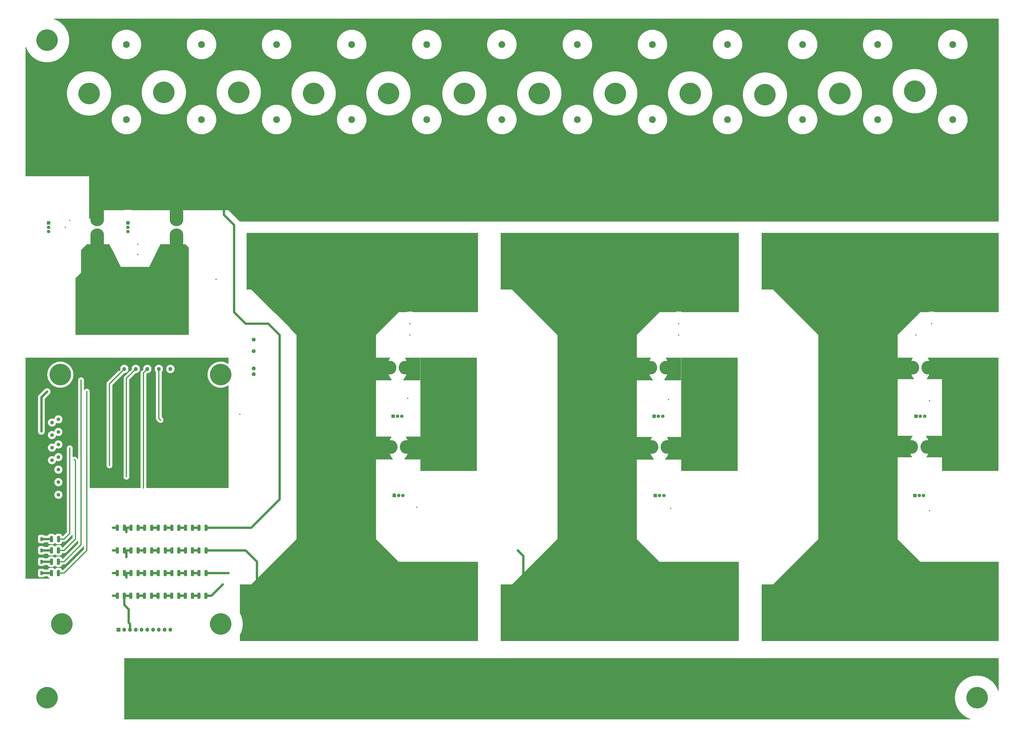
<source format=gbr>
%TF.GenerationSoftware,KiCad,Pcbnew,9.0.0*%
%TF.CreationDate,2025-04-28T14:30:34-07:00*%
%TF.ProjectId,PowerBoard,506f7765-7242-46f6-9172-642e6b696361,rev?*%
%TF.SameCoordinates,Original*%
%TF.FileFunction,Copper,L1,Top*%
%TF.FilePolarity,Positive*%
%FSLAX46Y46*%
G04 Gerber Fmt 4.6, Leading zero omitted, Abs format (unit mm)*
G04 Created by KiCad (PCBNEW 9.0.0) date 2025-04-28 14:30:34*
%MOMM*%
%LPD*%
G01*
G04 APERTURE LIST*
G04 Aperture macros list*
%AMRoundRect*
0 Rectangle with rounded corners*
0 $1 Rounding radius*
0 $2 $3 $4 $5 $6 $7 $8 $9 X,Y pos of 4 corners*
0 Add a 4 corners polygon primitive as box body*
4,1,4,$2,$3,$4,$5,$6,$7,$8,$9,$2,$3,0*
0 Add four circle primitives for the rounded corners*
1,1,$1+$1,$2,$3*
1,1,$1+$1,$4,$5*
1,1,$1+$1,$6,$7*
1,1,$1+$1,$8,$9*
0 Add four rect primitives between the rounded corners*
20,1,$1+$1,$2,$3,$4,$5,0*
20,1,$1+$1,$4,$5,$6,$7,0*
20,1,$1+$1,$6,$7,$8,$9,0*
20,1,$1+$1,$8,$9,$2,$3,0*%
%AMHorizOval*
0 Thick line with rounded ends*
0 $1 width*
0 $2 $3 position (X,Y) of the first rounded end (center of the circle)*
0 $4 $5 position (X,Y) of the second rounded end (center of the circle)*
0 Add line between two ends*
20,1,$1,$2,$3,$4,$5,0*
0 Add two circle primitives to create the rounded ends*
1,1,$1,$2,$3*
1,1,$1,$4,$5*%
G04 Aperture macros list end*
%TA.AperFunction,ComponentPad*%
%ADD10R,50.000000X25.000000*%
%TD*%
%TA.AperFunction,ComponentPad*%
%ADD11C,9.500000*%
%TD*%
%TA.AperFunction,SMDPad,CuDef*%
%ADD12RoundRect,0.250000X-0.400000X-1.075000X0.400000X-1.075000X0.400000X1.075000X-0.400000X1.075000X0*%
%TD*%
%TA.AperFunction,ComponentPad*%
%ADD13R,3.000000X3.000000*%
%TD*%
%TA.AperFunction,ComponentPad*%
%ADD14C,3.000000*%
%TD*%
%TA.AperFunction,ComponentPad*%
%ADD15RoundRect,0.900000X11.600000X-8.100000X11.600000X8.100000X-11.600000X8.100000X-11.600000X-8.100000X0*%
%TD*%
%TA.AperFunction,ComponentPad*%
%ADD16R,25.000000X50.000000*%
%TD*%
%TA.AperFunction,ComponentPad*%
%ADD17R,1.500000X1.500000*%
%TD*%
%TA.AperFunction,ComponentPad*%
%ADD18C,1.500000*%
%TD*%
%TA.AperFunction,ComponentPad*%
%ADD19HorizOval,0.800000X0.000000X0.000000X0.000000X0.000000X0*%
%TD*%
%TA.AperFunction,ComponentPad*%
%ADD20HorizOval,0.800000X0.000000X0.000000X0.000000X0.000000X0*%
%TD*%
%TA.AperFunction,ComponentPad*%
%ADD21C,0.800000*%
%TD*%
%TA.AperFunction,ComponentPad*%
%ADD22O,9.000000X6.000000*%
%TD*%
%TA.AperFunction,ComponentPad*%
%ADD23R,2.100000X2.100000*%
%TD*%
%TA.AperFunction,ComponentPad*%
%ADD24C,2.100000*%
%TD*%
%TA.AperFunction,SMDPad,CuDef*%
%ADD25RoundRect,0.250000X0.400000X1.075000X-0.400000X1.075000X-0.400000X-1.075000X0.400000X-1.075000X0*%
%TD*%
%TA.AperFunction,ComponentPad*%
%ADD26HorizOval,0.800000X0.000000X0.000000X0.000000X0.000000X0*%
%TD*%
%TA.AperFunction,ComponentPad*%
%ADD27HorizOval,0.800000X0.000000X0.000000X0.000000X0.000000X0*%
%TD*%
%TA.AperFunction,ComponentPad*%
%ADD28O,6.000000X9.000000*%
%TD*%
%TA.AperFunction,ComponentPad*%
%ADD29C,1.725000*%
%TD*%
%TA.AperFunction,ComponentPad*%
%ADD30R,1.700000X1.700000*%
%TD*%
%TA.AperFunction,ComponentPad*%
%ADD31O,1.700000X1.700000*%
%TD*%
%TA.AperFunction,SMDPad,CuDef*%
%ADD32R,1.000000X1.750000*%
%TD*%
%TA.AperFunction,ComponentPad*%
%ADD33C,1.575000*%
%TD*%
%TA.AperFunction,ComponentPad*%
%ADD34C,4.650000*%
%TD*%
%TA.AperFunction,ViaPad*%
%ADD35C,0.600000*%
%TD*%
%TA.AperFunction,Conductor*%
%ADD36C,1.000000*%
%TD*%
%TA.AperFunction,Conductor*%
%ADD37C,0.500000*%
%TD*%
G04 APERTURE END LIST*
D10*
%TO.P,J2,1,Bus*%
%TO.N,DC_LINK_BUS_IN*%
X-62500000Y-72500000D03*
%TD*%
D11*
%TO.P,H22,1,1*%
%TO.N,PHASE_U*%
X7000000Y-202000000D03*
%TD*%
D12*
%TO.P,R12,1*%
%TO.N,Net-(R12-Pad1)*%
X-51000000Y-170000000D03*
%TO.P,R12,2*%
%TO.N,Net-(R11-Pad1)*%
X-47900000Y-170000000D03*
%TD*%
D13*
%TO.P,C16,1,1*%
%TO.N,DC_LINK_BUS*%
X34300000Y33100000D03*
D14*
%TO.P,C16,2,2*%
%TO.N,GNDPWR*%
X34300000Y43100000D03*
%TD*%
D12*
%TO.P,R29,1*%
%TO.N,GNDPWR*%
X-69000000Y-190000000D03*
%TO.P,R29,2*%
%TO.N,PHASE_V_VSENSE*%
X-65900000Y-190000000D03*
%TD*%
D13*
%TO.P,C14,1,1*%
%TO.N,DC_LINK_BUS*%
X-31900000Y33100000D03*
D14*
%TO.P,C14,2,2*%
%TO.N,GNDPWR*%
X-31900000Y43100000D03*
%TD*%
D13*
%TO.P,C5,1,1*%
%TO.N,DC_LINK_BUS*%
X266200000Y0D03*
D14*
%TO.P,C5,2,2*%
%TO.N,GNDPWR*%
X266200000Y10000000D03*
%TD*%
D13*
%TO.P,C1,1,1*%
%TO.N,DC_LINK_BUS*%
X133800000Y0D03*
D14*
%TO.P,C1,2,2*%
%TO.N,GNDPWR*%
X133800000Y10000000D03*
%TD*%
D11*
%TO.P,H4,1,1*%
%TO.N,unconnected-(H4-Pad1)*%
X-23500000Y-212500000D03*
%TD*%
D12*
%TO.P,R13,1*%
%TO.N,Net-(R13-Pad1)*%
X-57000000Y-170000000D03*
%TO.P,R13,2*%
%TO.N,Net-(R12-Pad1)*%
X-53900000Y-170000000D03*
%TD*%
D15*
%TO.P,Q4,1,POWER_SOURCE_5*%
%TO.N,GNDPWR*%
X145000000Y-240000000D03*
%TO.P,Q4,2,DRAIN*%
%TO.N,PHASE_V*%
X145000000Y-211000000D03*
%TD*%
D12*
%TO.P,R21,1*%
%TO.N,PHASE_U_VSENSE*%
X-63000000Y-180000000D03*
%TO.P,R21,2*%
%TO.N,Net-(R20-Pad1)*%
X-59900000Y-180000000D03*
%TD*%
%TO.P,R36,1*%
%TO.N,GNDPWR*%
X-69050000Y-200000000D03*
%TO.P,R36,2*%
%TO.N,PHASE_W_VSENSE*%
X-65950000Y-200000000D03*
%TD*%
D16*
%TO.P,J4,1,Bus*%
%TO.N,PHASE_V_OUT*%
X192000000Y-120000000D03*
%TD*%
D11*
%TO.P,H9,1,1*%
%TO.N,unconnected-(H9-Pad1)*%
X249500000Y21500000D03*
%TD*%
D13*
%TO.P,C101,1,1*%
%TO.N,DC_LINK_BUS*%
X133800000Y33100000D03*
D14*
%TO.P,C101,2,2*%
%TO.N,GNDPWR*%
X133800000Y43100000D03*
%TD*%
D15*
%TO.P,Q2,1,POWER_SOURCE_5*%
%TO.N,GNDPWR*%
X30000000Y-240000000D03*
%TO.P,Q2,2,DRAIN*%
%TO.N,PHASE_U*%
X30000000Y-211000000D03*
%TD*%
D11*
%TO.P,H16,1,1*%
%TO.N,unconnected-(H16-Pad1)*%
X17500000Y21500000D03*
%TD*%
D17*
%TO.P,C100,1,1*%
%TO.N,PHASE_W*%
X224000000Y-60500000D03*
D18*
%TO.P,C100,2,2*%
%TO.N,DC_LINK_BUS*%
X224000000Y-33000000D03*
%TD*%
D12*
%TO.P,R19,1*%
%TO.N,Net-(R19-Pad1)*%
X-50950000Y-180000000D03*
%TO.P,R19,2*%
%TO.N,Net-(R18-Pad1)*%
X-47850000Y-180000000D03*
%TD*%
D15*
%TO.P,Q3,1,POWER_SOURCE_5*%
%TO.N,PHASE_V*%
X145000000Y-50000000D03*
%TO.P,Q3,2,DRAIN*%
%TO.N,DC_LINK_BUS*%
X145000000Y-21000000D03*
%TD*%
D12*
%TO.P,R24,1*%
%TO.N,Net-(R24-Pad1)*%
X-39000000Y-190000000D03*
%TO.P,R24,2*%
%TO.N,Net-(R23-Pad1)*%
X-35900000Y-190000000D03*
%TD*%
D13*
%TO.P,C6,1,1*%
%TO.N,DC_LINK_BUS*%
X299300000Y0D03*
D14*
%TO.P,C6,2,2*%
%TO.N,GNDPWR*%
X299300000Y10000000D03*
%TD*%
D15*
%TO.P,Q5,1,POWER_SOURCE_5*%
%TO.N,PHASE_W*%
X260000000Y-50000000D03*
%TO.P,Q5,2,DRAIN*%
%TO.N,DC_LINK_BUS*%
X260000000Y-21000000D03*
%TD*%
D11*
%TO.P,H14,1,1*%
%TO.N,unconnected-(H14-Pad1)*%
X84000000Y21500000D03*
%TD*%
D17*
%TO.P,IC9,1,VCC*%
%TO.N,+5V*%
X282600000Y-155825000D03*
D18*
%TO.P,IC9,2,GND*%
%TO.N,GND*%
X284510000Y-155825000D03*
%TO.P,IC9,3,VIOUT*%
%TO.N,Net-(IC9-VIOUT)*%
X286420000Y-155825000D03*
D19*
%TO.P,IC9,4,IP+*%
%TO.N,PHASE_W_OUT*%
X285560000Y-133795000D03*
D20*
X285560000Y-135055000D03*
D21*
X286310000Y-132765000D03*
X286310000Y-136085000D03*
X287510000Y-132375000D03*
X287510000Y-136475000D03*
X288840000Y-132375000D03*
X288840000Y-136475000D03*
D22*
X289510000Y-134425000D03*
D21*
X290180000Y-132375000D03*
X290180000Y-136475000D03*
X291510000Y-132375000D03*
X291510000Y-136475000D03*
X292710000Y-132765000D03*
X292710000Y-136085000D03*
X293460000Y-133795000D03*
X293460000Y-135055000D03*
%TO.P,IC9,5,IP-*%
%TO.N,PHASE_W*%
X275560000Y-133795000D03*
X275560000Y-135055000D03*
X276310000Y-132765000D03*
X276310000Y-136085000D03*
X277510000Y-132375000D03*
X277510000Y-136475000D03*
X278840000Y-132375000D03*
X278840000Y-136475000D03*
D22*
X279510000Y-134425000D03*
D21*
X280180000Y-132375000D03*
X280180000Y-136475000D03*
X281510000Y-132375000D03*
X281510000Y-136475000D03*
X282710000Y-132765000D03*
X282710000Y-136085000D03*
D20*
X283460000Y-133795000D03*
D19*
X283460000Y-135055000D03*
%TD*%
D11*
%TO.P,H1,1,1*%
%TO.N,unconnected-(H1-Pad1)*%
X-94150000Y-102500000D03*
%TD*%
D13*
%TO.P,C12,1,1*%
%TO.N,DC_LINK_BUS*%
X100500000Y0D03*
D14*
%TO.P,C12,2,2*%
%TO.N,GNDPWR*%
X100500000Y10000000D03*
%TD*%
D23*
%TO.P,C97,1,1*%
%TO.N,GNDPWR*%
X313150000Y-229000000D03*
D24*
%TO.P,C97,2,2*%
%TO.N,PHASE_W*%
X313150000Y-191500000D03*
%TO.P,C97,3,3*%
%TO.N,GNDPWR*%
X292850000Y-229000000D03*
%TO.P,C97,4,4*%
%TO.N,PHASE_W*%
X292850000Y-191500000D03*
%TD*%
D15*
%TO.P,Q6,1,POWER_SOURCE_5*%
%TO.N,GNDPWR*%
X260000000Y-240000000D03*
%TO.P,Q6,2,DRAIN*%
%TO.N,PHASE_W*%
X260000000Y-211000000D03*
%TD*%
D12*
%TO.P,R9,1*%
%TO.N,Net-(R10-Pad2)*%
X-33000000Y-170000000D03*
%TO.P,R9,2*%
%TO.N,DC_LINK_BUS*%
X-29900000Y-170000000D03*
%TD*%
D17*
%TO.P,C99,1,1*%
%TO.N,PHASE_W*%
X281000000Y-47275000D03*
D18*
%TO.P,C99,2,2*%
%TO.N,DC_LINK_BUS*%
X281000000Y-32275000D03*
%TD*%
D12*
%TO.P,R18,1*%
%TO.N,Net-(R18-Pad1)*%
X-45000000Y-180000000D03*
%TO.P,R18,2*%
%TO.N,Net-(R17-Pad1)*%
X-41900000Y-180000000D03*
%TD*%
%TO.P,R14,1*%
%TO.N,GNDPWR*%
X-69000000Y-170000000D03*
%TO.P,R14,2*%
%TO.N,DC_LINK_BUS_VSENSE*%
X-65900000Y-170000000D03*
%TD*%
%TO.P,R31,1*%
%TO.N,Net-(R31-Pad1)*%
X-39050000Y-200000000D03*
%TO.P,R31,2*%
%TO.N,Net-(R30-Pad1)*%
X-35950000Y-200000000D03*
%TD*%
D13*
%TO.P,C17,1,1*%
%TO.N,DC_LINK_BUS*%
X67400000Y33100000D03*
D14*
%TO.P,C17,2,2*%
%TO.N,GNDPWR*%
X67400000Y43100000D03*
%TD*%
D12*
%TO.P,R32,1*%
%TO.N,Net-(R32-Pad1)*%
X-45050000Y-200000000D03*
%TO.P,R32,2*%
%TO.N,Net-(R31-Pad1)*%
X-41950000Y-200000000D03*
%TD*%
%TO.P,R25,1*%
%TO.N,Net-(R25-Pad1)*%
X-45000000Y-190000000D03*
%TO.P,R25,2*%
%TO.N,Net-(R24-Pad1)*%
X-41900000Y-190000000D03*
%TD*%
D13*
%TO.P,C11,1,1*%
%TO.N,DC_LINK_BUS*%
X67400000Y0D03*
D14*
%TO.P,C11,2,2*%
%TO.N,GNDPWR*%
X67400000Y10000000D03*
%TD*%
D11*
%TO.P,H7,1,1*%
%TO.N,unconnected-(H7-Pad1)*%
X310000000Y-245000000D03*
%TD*%
D17*
%TO.P,C110,1,1*%
%TO.N,GNDPWR*%
X110000000Y-228625000D03*
D18*
%TO.P,C110,2,2*%
%TO.N,PHASE_V*%
X110000000Y-201125000D03*
%TD*%
D23*
%TO.P,C87,1,1*%
%TO.N,GNDPWR*%
X83150000Y-229000000D03*
D24*
%TO.P,C87,2,2*%
%TO.N,PHASE_U*%
X83150000Y-191500000D03*
%TO.P,C87,3,3*%
%TO.N,GNDPWR*%
X62850000Y-229000000D03*
%TO.P,C87,4,4*%
%TO.N,PHASE_U*%
X62850000Y-191500000D03*
%TD*%
D13*
%TO.P,C3,1,1*%
%TO.N,DC_LINK_BUS*%
X200000000Y0D03*
D14*
%TO.P,C3,2,2*%
%TO.N,GNDPWR*%
X200000000Y10000000D03*
%TD*%
D12*
%TO.P,R17,1*%
%TO.N,Net-(R17-Pad1)*%
X-39000000Y-180000000D03*
%TO.P,R17,2*%
%TO.N,Net-(R16-Pad1)*%
X-35900000Y-180000000D03*
%TD*%
D17*
%TO.P,C98,1,1*%
%TO.N,PHASE_W*%
X237000000Y-47275000D03*
D18*
%TO.P,C98,2,2*%
%TO.N,DC_LINK_BUS*%
X237000000Y-32275000D03*
%TD*%
D25*
%TO.P,R62,1*%
%TO.N,FAULT_LED*%
X-94950000Y-175000000D03*
%TO.P,R62,2*%
%TO.N,Net-(LED1-A)*%
X-98050000Y-175000000D03*
%TD*%
D12*
%TO.P,R35,1*%
%TO.N,PHASE_W_VSENSE*%
X-63050000Y-200000000D03*
%TO.P,R35,2*%
%TO.N,Net-(R34-Pad1)*%
X-59950000Y-200000000D03*
%TD*%
D17*
%TO.P,IC3,1,VCC*%
%TO.N,+5V*%
X-99325000Y-35600000D03*
D18*
%TO.P,IC3,2,GND*%
%TO.N,GND*%
X-99325000Y-37510000D03*
%TO.P,IC3,3,VIOUT*%
%TO.N,Net-(IC3-VIOUT)*%
X-99325000Y-39420000D03*
D26*
%TO.P,IC3,4,IP+*%
%TO.N,DC_LINK_BUS_IN*%
X-77295000Y-38560000D03*
D27*
X-78555000Y-38560000D03*
D21*
X-76265000Y-39310000D03*
X-79585000Y-39310000D03*
X-75875000Y-40510000D03*
X-79975000Y-40510000D03*
X-75875000Y-41840000D03*
X-79975000Y-41840000D03*
D28*
X-77925000Y-42510000D03*
D21*
X-75875000Y-43180000D03*
X-79975000Y-43180000D03*
X-75875000Y-44510000D03*
X-79975000Y-44510000D03*
X-76265000Y-45710000D03*
X-79585000Y-45710000D03*
X-77295000Y-46460000D03*
X-78555000Y-46460000D03*
%TO.P,IC3,5,IP-*%
%TO.N,DC_LINK_BUS*%
X-77295000Y-28560000D03*
X-78555000Y-28560000D03*
X-76265000Y-29310000D03*
X-79585000Y-29310000D03*
X-75875000Y-30510000D03*
X-79975000Y-30510000D03*
X-75875000Y-31840000D03*
X-79975000Y-31840000D03*
D28*
X-77925000Y-32510000D03*
D21*
X-75875000Y-33180000D03*
X-79975000Y-33180000D03*
X-75875000Y-34510000D03*
X-79975000Y-34510000D03*
X-76265000Y-35710000D03*
X-79585000Y-35710000D03*
D27*
X-77295000Y-36460000D03*
D26*
X-78555000Y-36460000D03*
%TD*%
D17*
%TO.P,C103,1,1*%
%TO.N,GNDPWR*%
X237000000Y-229275000D03*
D18*
%TO.P,C103,2,2*%
%TO.N,PHASE_W*%
X237000000Y-214275000D03*
%TD*%
D11*
%TO.P,H23,1,1*%
%TO.N,PHASE_V*%
X123000000Y-202000000D03*
%TD*%
%TO.P,H10,1,1*%
%TO.N,unconnected-(H10-Pad1)*%
X216500000Y21000000D03*
%TD*%
D17*
%TO.P,IC6,1,VCC*%
%TO.N,+5V*%
X52590000Y-120825000D03*
D18*
%TO.P,IC6,2,GND*%
%TO.N,GND*%
X54500000Y-120825000D03*
%TO.P,IC6,3,VIOUT*%
%TO.N,Net-(IC6-VIOUT)*%
X56410000Y-120825000D03*
D19*
%TO.P,IC6,4,IP+*%
%TO.N,PHASE_U_OUT*%
X55550000Y-98795000D03*
D20*
X55550000Y-100055000D03*
D21*
X56300000Y-97765000D03*
X56300000Y-101085000D03*
X57500000Y-97375000D03*
X57500000Y-101475000D03*
X58830000Y-97375000D03*
X58830000Y-101475000D03*
D22*
X59500000Y-99425000D03*
D21*
X60170000Y-97375000D03*
X60170000Y-101475000D03*
X61500000Y-97375000D03*
X61500000Y-101475000D03*
X62700000Y-97765000D03*
X62700000Y-101085000D03*
X63450000Y-98795000D03*
X63450000Y-100055000D03*
%TO.P,IC6,5,IP-*%
%TO.N,PHASE_U*%
X45550000Y-98795000D03*
X45550000Y-100055000D03*
X46300000Y-97765000D03*
X46300000Y-101085000D03*
X47500000Y-97375000D03*
X47500000Y-101475000D03*
X48830000Y-97375000D03*
X48830000Y-101475000D03*
D22*
X49500000Y-99425000D03*
D21*
X50170000Y-97375000D03*
X50170000Y-101475000D03*
X51500000Y-97375000D03*
X51500000Y-101475000D03*
X52700000Y-97765000D03*
X52700000Y-101085000D03*
D20*
X53450000Y-98795000D03*
D19*
X53450000Y-100055000D03*
%TD*%
D12*
%TO.P,R33,1*%
%TO.N,Net-(R33-Pad1)*%
X-51050000Y-200000000D03*
%TO.P,R33,2*%
%TO.N,Net-(R32-Pad1)*%
X-47950000Y-200000000D03*
%TD*%
D17*
%TO.P,C20,1,1*%
%TO.N,PHASE_U*%
X7000000Y-46000000D03*
D18*
%TO.P,C20,2,2*%
%TO.N,DC_LINK_BUS*%
X7000000Y-31000000D03*
%TD*%
D13*
%TO.P,C18,1,1*%
%TO.N,DC_LINK_BUS*%
X100500000Y33100000D03*
D14*
%TO.P,C18,2,2*%
%TO.N,GNDPWR*%
X100500000Y43100000D03*
%TD*%
D11*
%TO.P,H8,1,1*%
%TO.N,unconnected-(H8-Pad1)*%
X282500000Y22500000D03*
%TD*%
D13*
%TO.P,C111,1,1*%
%TO.N,DC_LINK_BUS*%
X266200000Y33100000D03*
D14*
%TO.P,C111,2,2*%
%TO.N,GNDPWR*%
X266200000Y43100000D03*
%TD*%
D25*
%TO.P,R63,1*%
%TO.N,StatusLED*%
X-95000000Y-180000000D03*
%TO.P,R63,2*%
%TO.N,Net-(LED2-A)*%
X-98100000Y-180000000D03*
%TD*%
D15*
%TO.P,Q1,1,POWER_SOURCE_5*%
%TO.N,PHASE_U*%
X30000000Y-50000000D03*
%TO.P,Q1,2,DRAIN*%
%TO.N,DC_LINK_BUS*%
X30000000Y-21000000D03*
%TD*%
D11*
%TO.P,H6,1,1*%
%TO.N,unconnected-(H6-Pad1)*%
X-100000000Y-245000000D03*
%TD*%
D12*
%TO.P,R10,1*%
%TO.N,Net-(R10-Pad1)*%
X-39000000Y-170000000D03*
%TO.P,R10,2*%
%TO.N,Net-(R10-Pad2)*%
X-35900000Y-170000000D03*
%TD*%
D11*
%TO.P,H24,1,1*%
%TO.N,PHASE_W*%
X237000000Y-202000000D03*
%TD*%
D29*
%TO.P,PS1,1,+VIN*%
%TO.N,+12V*%
X-8915000Y-102325000D03*
%TO.P,PS1,2,-VIN*%
%TO.N,GND*%
X-8915000Y-99785000D03*
%TO.P,PS1,5,-VOUT*%
X-8915000Y-92165000D03*
%TO.P,PS1,7,+VOUT*%
%TO.N,+5V*%
X-8915000Y-87085000D03*
%TD*%
D17*
%TO.P,C88,1,1*%
%TO.N,GNDPWR*%
X51000000Y-229000000D03*
D18*
%TO.P,C88,2,2*%
%TO.N,PHASE_U*%
X51000000Y-214000000D03*
%TD*%
D11*
%TO.P,H21,1,1*%
%TO.N,DC_LINK_BUS*%
X217500000Y-10000000D03*
%TD*%
D13*
%TO.P,C9,1,1*%
%TO.N,DC_LINK_BUS*%
X1200000Y0D03*
D14*
%TO.P,C9,2,2*%
%TO.N,GNDPWR*%
X1200000Y10000000D03*
%TD*%
D30*
%TO.P,J8,1,Pin_1*%
%TO.N,GNDPWR*%
X-68500000Y-215000000D03*
D31*
%TO.P,J8,2,Pin_2*%
X-65960000Y-215000000D03*
%TO.P,J8,3,Pin_3*%
%TO.N,PHASE_W_VSENSE*%
X-63420000Y-215000000D03*
%TO.P,J8,4,Pin_4*%
%TO.N,GNDPWR*%
X-60880000Y-215000000D03*
%TO.P,J8,5,Pin_5*%
%TO.N,PHASE_V_VSENSE*%
X-58340000Y-215000000D03*
%TO.P,J8,6,Pin_6*%
%TO.N,GNDPWR*%
X-55800000Y-215000000D03*
%TO.P,J8,7,Pin_7*%
%TO.N,PHASE_U_VSENSE*%
X-53260000Y-215000000D03*
%TO.P,J8,8,Pin_8*%
%TO.N,GNDPWR*%
X-50720000Y-215000000D03*
%TO.P,J8,9,Pin_9*%
%TO.N,DC_LINK_BUS_VSENSE*%
X-48180000Y-215000000D03*
%TO.P,J8,10,Pin_10*%
%TO.N,GNDPWR*%
X-45640000Y-215000000D03*
%TD*%
D13*
%TO.P,C15,1,1*%
%TO.N,DC_LINK_BUS*%
X1200000Y33100000D03*
D14*
%TO.P,C15,2,2*%
%TO.N,GNDPWR*%
X1200000Y43100000D03*
%TD*%
D12*
%TO.P,R30,1*%
%TO.N,Net-(R30-Pad1)*%
X-33050000Y-200000000D03*
%TO.P,R30,2*%
%TO.N,PHASE_W*%
X-29950000Y-200000000D03*
%TD*%
D17*
%TO.P,C94,1,1*%
%TO.N,PHASE_V*%
X166000000Y-47000000D03*
D18*
%TO.P,C94,2,2*%
%TO.N,DC_LINK_BUS*%
X166000000Y-32000000D03*
%TD*%
D11*
%TO.P,H13,1,1*%
%TO.N,unconnected-(H13-Pad1)*%
X117000000Y21500000D03*
%TD*%
D12*
%TO.P,R22,1*%
%TO.N,GNDPWR*%
X-69000000Y-180000000D03*
%TO.P,R22,2*%
%TO.N,PHASE_U_VSENSE*%
X-65900000Y-180000000D03*
%TD*%
D17*
%TO.P,IC5,1,VCC*%
%TO.N,+5V*%
X53090000Y-155825000D03*
D18*
%TO.P,IC5,2,GND*%
%TO.N,GND*%
X55000000Y-155825000D03*
%TO.P,IC5,3,VIOUT*%
%TO.N,Net-(IC5-VIOUT)*%
X56910000Y-155825000D03*
D19*
%TO.P,IC5,4,IP+*%
%TO.N,PHASE_U_OUT*%
X56050000Y-133795000D03*
D20*
X56050000Y-135055000D03*
D21*
X56800000Y-132765000D03*
X56800000Y-136085000D03*
X58000000Y-132375000D03*
X58000000Y-136475000D03*
X59330000Y-132375000D03*
X59330000Y-136475000D03*
D22*
X60000000Y-134425000D03*
D21*
X60670000Y-132375000D03*
X60670000Y-136475000D03*
X62000000Y-132375000D03*
X62000000Y-136475000D03*
X63200000Y-132765000D03*
X63200000Y-136085000D03*
X63950000Y-133795000D03*
X63950000Y-135055000D03*
%TO.P,IC5,5,IP-*%
%TO.N,PHASE_U*%
X46050000Y-133795000D03*
X46050000Y-135055000D03*
X46800000Y-132765000D03*
X46800000Y-136085000D03*
X48000000Y-132375000D03*
X48000000Y-136475000D03*
X49330000Y-132375000D03*
X49330000Y-136475000D03*
D22*
X50000000Y-134425000D03*
D21*
X50670000Y-132375000D03*
X50670000Y-136475000D03*
X52000000Y-132375000D03*
X52000000Y-136475000D03*
X53200000Y-132765000D03*
X53200000Y-136085000D03*
D20*
X53950000Y-133795000D03*
D19*
X53950000Y-135055000D03*
%TD*%
D23*
%TO.P,C96,1,1*%
%TO.N,PHASE_W*%
X313300000Y-70500000D03*
D24*
%TO.P,C96,2,2*%
%TO.N,DC_LINK_BUS*%
X313300000Y-33000000D03*
%TO.P,C96,3,3*%
%TO.N,PHASE_W*%
X293000000Y-70500000D03*
%TO.P,C96,4,4*%
%TO.N,DC_LINK_BUS*%
X293000000Y-33000000D03*
%TD*%
D13*
%TO.P,C2,1,1*%
%TO.N,DC_LINK_BUS*%
X166900000Y0D03*
D14*
%TO.P,C2,2,2*%
%TO.N,GNDPWR*%
X166900000Y10000000D03*
%TD*%
D17*
%TO.P,C108,1,1*%
%TO.N,GNDPWR*%
X123000000Y-229275000D03*
D18*
%TO.P,C108,2,2*%
%TO.N,PHASE_V*%
X123000000Y-214275000D03*
%TD*%
D12*
%TO.P,R23,1*%
%TO.N,Net-(R23-Pad1)*%
X-33000000Y-190000000D03*
%TO.P,R23,2*%
%TO.N,PHASE_V*%
X-29900000Y-190000000D03*
%TD*%
%TO.P,R27,1*%
%TO.N,Net-(R27-Pad1)*%
X-57000000Y-190000000D03*
%TO.P,R27,2*%
%TO.N,Net-(R26-Pad1)*%
X-53900000Y-190000000D03*
%TD*%
D16*
%TO.P,J5,1,Bus*%
%TO.N,PHASE_W_OUT*%
X307000000Y-120000000D03*
%TD*%
D13*
%TO.P,C13,1,1*%
%TO.N,DC_LINK_BUS*%
X-65000000Y33100000D03*
D14*
%TO.P,C13,2,2*%
%TO.N,GNDPWR*%
X-65000000Y43100000D03*
%TD*%
D11*
%TO.P,H15,1,1*%
%TO.N,unconnected-(H15-Pad1)*%
X50500000Y21500000D03*
%TD*%
%TO.P,H17,1,1*%
%TO.N,unconnected-(H17-Pad1)*%
X-15500000Y22000000D03*
%TD*%
D12*
%TO.P,R11,1*%
%TO.N,Net-(R11-Pad1)*%
X-45000000Y-170000000D03*
%TO.P,R11,2*%
%TO.N,Net-(R10-Pad1)*%
X-41900000Y-170000000D03*
%TD*%
D11*
%TO.P,H19,1,1*%
%TO.N,unconnected-(H19-Pad1)*%
X-81500000Y21500000D03*
%TD*%
%TO.P,H18,1,1*%
%TO.N,unconnected-(H18-Pad1)*%
X-48500000Y22000000D03*
%TD*%
D17*
%TO.P,C90,1,1*%
%TO.N,GNDPWR*%
X-6000000Y-228625000D03*
D18*
%TO.P,C90,2,2*%
%TO.N,PHASE_U*%
X-6000000Y-201125000D03*
%TD*%
D17*
%TO.P,C104,1,1*%
%TO.N,GNDPWR*%
X281000000Y-229275000D03*
D18*
%TO.P,C104,2,2*%
%TO.N,PHASE_W*%
X281000000Y-214275000D03*
%TD*%
D32*
%TO.P,LED2,1,K*%
%TO.N,GND*%
X-105500000Y-180000000D03*
%TO.P,LED2,2,A*%
%TO.N,Net-(LED2-A)*%
X-102500000Y-180000000D03*
%TD*%
D13*
%TO.P,C8,1,1*%
%TO.N,DC_LINK_BUS*%
X-31900000Y0D03*
D14*
%TO.P,C8,2,2*%
%TO.N,GNDPWR*%
X-31900000Y10000000D03*
%TD*%
D17*
%TO.P,IC4,1,VCC*%
%TO.N,+5V*%
X-64325000Y-35600000D03*
D18*
%TO.P,IC4,2,GND*%
%TO.N,GND*%
X-64325000Y-37510000D03*
%TO.P,IC4,3,VIOUT*%
%TO.N,Net-(IC4-VIOUT)*%
X-64325000Y-39420000D03*
D26*
%TO.P,IC4,4,IP+*%
%TO.N,DC_LINK_BUS_IN*%
X-42295000Y-38560000D03*
D27*
X-43555000Y-38560000D03*
D21*
X-41265000Y-39310000D03*
X-44585000Y-39310000D03*
X-40875000Y-40510000D03*
X-44975000Y-40510000D03*
X-40875000Y-41840000D03*
X-44975000Y-41840000D03*
D28*
X-42925000Y-42510000D03*
D21*
X-40875000Y-43180000D03*
X-44975000Y-43180000D03*
X-40875000Y-44510000D03*
X-44975000Y-44510000D03*
X-41265000Y-45710000D03*
X-44585000Y-45710000D03*
X-42295000Y-46460000D03*
X-43555000Y-46460000D03*
%TO.P,IC4,5,IP-*%
%TO.N,DC_LINK_BUS*%
X-42295000Y-28560000D03*
X-43555000Y-28560000D03*
X-41265000Y-29310000D03*
X-44585000Y-29310000D03*
X-40875000Y-30510000D03*
X-44975000Y-30510000D03*
X-40875000Y-31840000D03*
X-44975000Y-31840000D03*
D28*
X-42925000Y-32510000D03*
D21*
X-40875000Y-33180000D03*
X-44975000Y-33180000D03*
X-40875000Y-34510000D03*
X-44975000Y-34510000D03*
X-41265000Y-35710000D03*
X-44585000Y-35710000D03*
D27*
X-42295000Y-36460000D03*
D26*
X-43555000Y-36460000D03*
%TD*%
D13*
%TO.P,C10,1,1*%
%TO.N,DC_LINK_BUS*%
X34300000Y0D03*
D14*
%TO.P,C10,2,2*%
%TO.N,GNDPWR*%
X34300000Y10000000D03*
%TD*%
D23*
%TO.P,C86,1,1*%
%TO.N,PHASE_U*%
X83300000Y-70500000D03*
D24*
%TO.P,C86,2,2*%
%TO.N,DC_LINK_BUS*%
X83300000Y-33000000D03*
%TO.P,C86,3,3*%
%TO.N,PHASE_U*%
X63000000Y-70500000D03*
%TO.P,C86,4,4*%
%TO.N,DC_LINK_BUS*%
X63000000Y-33000000D03*
%TD*%
D17*
%TO.P,C95,1,1*%
%TO.N,PHASE_V*%
X110000000Y-60500000D03*
D18*
%TO.P,C95,2,2*%
%TO.N,DC_LINK_BUS*%
X110000000Y-33000000D03*
%TD*%
D17*
%TO.P,C93,1,1*%
%TO.N,PHASE_V*%
X123000000Y-47000000D03*
D18*
%TO.P,C93,2,2*%
%TO.N,DC_LINK_BUS*%
X123000000Y-32000000D03*
%TD*%
D13*
%TO.P,C7,1,1*%
%TO.N,DC_LINK_BUS*%
X-65000000Y0D03*
D14*
%TO.P,C7,2,2*%
%TO.N,GNDPWR*%
X-65000000Y10000000D03*
%TD*%
D12*
%TO.P,R28,1*%
%TO.N,PHASE_V_VSENSE*%
X-63000000Y-190000000D03*
%TO.P,R28,2*%
%TO.N,Net-(R27-Pad1)*%
X-59900000Y-190000000D03*
%TD*%
%TO.P,R16,1*%
%TO.N,Net-(R16-Pad1)*%
X-33000000Y-180000000D03*
%TO.P,R16,2*%
%TO.N,PHASE_U*%
X-29900000Y-180000000D03*
%TD*%
D17*
%TO.P,C84,1,1*%
%TO.N,PHASE_U*%
X51000000Y-47000000D03*
D18*
%TO.P,C84,2,2*%
%TO.N,DC_LINK_BUS*%
X51000000Y-32000000D03*
%TD*%
D17*
%TO.P,C85,1,1*%
%TO.N,PHASE_U*%
X-6000000Y-59500000D03*
D18*
%TO.P,C85,2,2*%
%TO.N,DC_LINK_BUS*%
X-6000000Y-32000000D03*
%TD*%
D32*
%TO.P,LED1,1,K*%
%TO.N,GND*%
X-105500000Y-175000000D03*
%TO.P,LED1,2,A*%
%TO.N,Net-(LED1-A)*%
X-102500000Y-175000000D03*
%TD*%
D23*
%TO.P,C91,1,1*%
%TO.N,PHASE_V*%
X198300000Y-70000000D03*
D24*
%TO.P,C91,2,2*%
%TO.N,DC_LINK_BUS*%
X198300000Y-32500000D03*
%TO.P,C91,3,3*%
%TO.N,PHASE_V*%
X178000000Y-70000000D03*
%TO.P,C91,4,4*%
%TO.N,DC_LINK_BUS*%
X178000000Y-32500000D03*
%TD*%
D30*
%TO.P,J9,1,Pin_1*%
%TO.N,GND*%
X-68500000Y-100000000D03*
D31*
%TO.P,J9,2,Pin_2*%
%TO.N,PHASE_U_ISOLATED_VSENSE*%
X-65960000Y-100000000D03*
%TO.P,J9,3,Pin_3*%
%TO.N,GND*%
X-63420000Y-100000000D03*
%TO.P,J9,4,Pin_4*%
%TO.N,PHASE_V_ISOLATED_VSENSE*%
X-60880000Y-100000000D03*
%TO.P,J9,5,Pin_5*%
%TO.N,GND*%
X-58340000Y-100000000D03*
%TO.P,J9,6,Pin_6*%
%TO.N,PHASE_W_ISOLATED_VSENSE*%
X-55800000Y-100000000D03*
%TO.P,J9,7,Pin_7*%
%TO.N,GND*%
X-53260000Y-100000000D03*
%TO.P,J9,8,Pin_8*%
%TO.N,DC_LINK_BUS_ISOLATED_VSENSE*%
X-50720000Y-100000000D03*
%TO.P,J9,9,Pin_9*%
%TO.N,GND*%
X-48180000Y-100000000D03*
%TO.P,J9,10,Pin_10*%
%TO.N,+5V*%
X-45640000Y-100000000D03*
%TD*%
D13*
%TO.P,C106,1,1*%
%TO.N,DC_LINK_BUS*%
X200000000Y33100000D03*
D14*
%TO.P,C106,2,2*%
%TO.N,GNDPWR*%
X200000000Y43100000D03*
%TD*%
D11*
%TO.P,H5,1,1*%
%TO.N,unconnected-(H5-Pad1)*%
X-100000000Y45000000D03*
%TD*%
D17*
%TO.P,C89,1,1*%
%TO.N,GNDPWR*%
X7000000Y-229275000D03*
D18*
%TO.P,C89,2,2*%
%TO.N,PHASE_U*%
X7000000Y-214275000D03*
%TD*%
D11*
%TO.P,H11,1,1*%
%TO.N,unconnected-(H11-Pad1)*%
X183500000Y21500000D03*
%TD*%
D13*
%TO.P,C112,1,1*%
%TO.N,DC_LINK_BUS*%
X299300000Y33100000D03*
D14*
%TO.P,C112,2,2*%
%TO.N,GNDPWR*%
X299300000Y43100000D03*
%TD*%
D13*
%TO.P,C107,1,1*%
%TO.N,DC_LINK_BUS*%
X233100000Y33100000D03*
D14*
%TO.P,C107,2,2*%
%TO.N,GNDPWR*%
X233100000Y43100000D03*
%TD*%
D11*
%TO.P,H20,1,1*%
%TO.N,DC_LINK_BUS*%
X117500000Y-10550000D03*
%TD*%
D13*
%TO.P,C4,1,1*%
%TO.N,DC_LINK_BUS*%
X233100000Y0D03*
D14*
%TO.P,C4,2,2*%
%TO.N,GNDPWR*%
X233100000Y10000000D03*
%TD*%
D23*
%TO.P,C92,1,1*%
%TO.N,GNDPWR*%
X198300000Y-229000000D03*
D24*
%TO.P,C92,2,2*%
%TO.N,PHASE_V*%
X198300000Y-191500000D03*
%TO.P,C92,3,3*%
%TO.N,GNDPWR*%
X178000000Y-229000000D03*
%TO.P,C92,4,4*%
%TO.N,PHASE_V*%
X178000000Y-191500000D03*
%TD*%
D32*
%TO.P,LED4,1,K*%
%TO.N,GND*%
X-105500000Y-190000000D03*
%TO.P,LED4,2,A*%
%TO.N,Net-(LED4-A)*%
X-102500000Y-190000000D03*
%TD*%
D10*
%TO.P,J1,1,Bus*%
%TO.N,GNDPWR*%
X-40500000Y-241750000D03*
%TD*%
D12*
%TO.P,R34,1*%
%TO.N,Net-(R34-Pad1)*%
X-57050000Y-200000000D03*
%TO.P,R34,2*%
%TO.N,Net-(R33-Pad1)*%
X-53950000Y-200000000D03*
%TD*%
D11*
%TO.P,H19,1,1*%
%TO.N,DC_LINK_BUS*%
X-15000000Y-10000000D03*
%TD*%
%TO.P,H3,1,1*%
%TO.N,unconnected-(H3-Pad1)*%
X-93500000Y-212500000D03*
%TD*%
D17*
%TO.P,C109,1,1*%
%TO.N,GNDPWR*%
X166000000Y-229275000D03*
D18*
%TO.P,C109,2,2*%
%TO.N,PHASE_V*%
X166000000Y-214275000D03*
%TD*%
D12*
%TO.P,R20,1*%
%TO.N,Net-(R20-Pad1)*%
X-57000000Y-180000000D03*
%TO.P,R20,2*%
%TO.N,Net-(R19-Pad1)*%
X-53900000Y-180000000D03*
%TD*%
D16*
%TO.P,J3,1,Bus*%
%TO.N,PHASE_U_OUT*%
X77000000Y-120000000D03*
%TD*%
D17*
%TO.P,IC8,1,VCC*%
%TO.N,+5V*%
X167600000Y-120825000D03*
D18*
%TO.P,IC8,2,GND*%
%TO.N,GND*%
X169510000Y-120825000D03*
%TO.P,IC8,3,VIOUT*%
%TO.N,Net-(IC8-VIOUT)*%
X171420000Y-120825000D03*
D19*
%TO.P,IC8,4,IP+*%
%TO.N,PHASE_V_OUT*%
X170560000Y-98795000D03*
D20*
X170560000Y-100055000D03*
D21*
X171310000Y-97765000D03*
X171310000Y-101085000D03*
X172510000Y-97375000D03*
X172510000Y-101475000D03*
X173840000Y-97375000D03*
X173840000Y-101475000D03*
D22*
X174510000Y-99425000D03*
D21*
X175180000Y-97375000D03*
X175180000Y-101475000D03*
X176510000Y-97375000D03*
X176510000Y-101475000D03*
X177710000Y-97765000D03*
X177710000Y-101085000D03*
X178460000Y-98795000D03*
X178460000Y-100055000D03*
%TO.P,IC8,5,IP-*%
%TO.N,PHASE_V*%
X160560000Y-98795000D03*
X160560000Y-100055000D03*
X161310000Y-97765000D03*
X161310000Y-101085000D03*
X162510000Y-97375000D03*
X162510000Y-101475000D03*
X163840000Y-97375000D03*
X163840000Y-101475000D03*
D22*
X164510000Y-99425000D03*
D21*
X165180000Y-97375000D03*
X165180000Y-101475000D03*
X166510000Y-97375000D03*
X166510000Y-101475000D03*
X167710000Y-97765000D03*
X167710000Y-101085000D03*
D20*
X168460000Y-98795000D03*
D19*
X168460000Y-100055000D03*
%TD*%
D11*
%TO.P,H12,1,1*%
%TO.N,unconnected-(H12-Pad1)*%
X150500000Y21500000D03*
%TD*%
D25*
%TO.P,R64,1*%
%TO.N,+5V*%
X-95000000Y-185000000D03*
%TO.P,R64,2*%
%TO.N,Net-(LED3-A)*%
X-98100000Y-185000000D03*
%TD*%
D12*
%TO.P,R26,1*%
%TO.N,Net-(R26-Pad1)*%
X-51000000Y-190000000D03*
%TO.P,R26,2*%
%TO.N,Net-(R25-Pad1)*%
X-47900000Y-190000000D03*
%TD*%
D17*
%TO.P,IC7,1,VCC*%
%TO.N,+5V*%
X168100000Y-155825000D03*
D18*
%TO.P,IC7,2,GND*%
%TO.N,GND*%
X170010000Y-155825000D03*
%TO.P,IC7,3,VIOUT*%
%TO.N,Net-(IC7-VIOUT)*%
X171920000Y-155825000D03*
D19*
%TO.P,IC7,4,IP+*%
%TO.N,PHASE_V_OUT*%
X171060000Y-133795000D03*
D20*
X171060000Y-135055000D03*
D21*
X171810000Y-132765000D03*
X171810000Y-136085000D03*
X173010000Y-132375000D03*
X173010000Y-136475000D03*
X174340000Y-132375000D03*
X174340000Y-136475000D03*
D22*
X175010000Y-134425000D03*
D21*
X175680000Y-132375000D03*
X175680000Y-136475000D03*
X177010000Y-132375000D03*
X177010000Y-136475000D03*
X178210000Y-132765000D03*
X178210000Y-136085000D03*
X178960000Y-133795000D03*
X178960000Y-135055000D03*
%TO.P,IC7,5,IP-*%
%TO.N,PHASE_V*%
X161060000Y-133795000D03*
X161060000Y-135055000D03*
X161810000Y-132765000D03*
X161810000Y-136085000D03*
X163010000Y-132375000D03*
X163010000Y-136475000D03*
X164340000Y-132375000D03*
X164340000Y-136475000D03*
D22*
X165010000Y-134425000D03*
D21*
X165680000Y-132375000D03*
X165680000Y-136475000D03*
X167010000Y-132375000D03*
X167010000Y-136475000D03*
X168210000Y-132765000D03*
X168210000Y-136085000D03*
D20*
X168960000Y-133795000D03*
D19*
X168960000Y-135055000D03*
%TD*%
D17*
%TO.P,IC10,1,VCC*%
%TO.N,+5V*%
X283100000Y-120825000D03*
D18*
%TO.P,IC10,2,GND*%
%TO.N,GND*%
X285010000Y-120825000D03*
%TO.P,IC10,3,VIOUT*%
%TO.N,Net-(IC10-VIOUT)*%
X286920000Y-120825000D03*
D19*
%TO.P,IC10,4,IP+*%
%TO.N,PHASE_W_OUT*%
X286060000Y-98795000D03*
D20*
X286060000Y-100055000D03*
D21*
X286810000Y-97765000D03*
X286810000Y-101085000D03*
X288010000Y-97375000D03*
X288010000Y-101475000D03*
X289340000Y-97375000D03*
X289340000Y-101475000D03*
D22*
X290010000Y-99425000D03*
D21*
X290680000Y-97375000D03*
X290680000Y-101475000D03*
X292010000Y-97375000D03*
X292010000Y-101475000D03*
X293210000Y-97765000D03*
X293210000Y-101085000D03*
X293960000Y-98795000D03*
X293960000Y-100055000D03*
%TO.P,IC10,5,IP-*%
%TO.N,PHASE_W*%
X276060000Y-98795000D03*
X276060000Y-100055000D03*
X276810000Y-97765000D03*
X276810000Y-101085000D03*
X278010000Y-97375000D03*
X278010000Y-101475000D03*
X279340000Y-97375000D03*
X279340000Y-101475000D03*
D22*
X280010000Y-99425000D03*
D21*
X280680000Y-97375000D03*
X280680000Y-101475000D03*
X282010000Y-97375000D03*
X282010000Y-101475000D03*
X283210000Y-97765000D03*
X283210000Y-101085000D03*
D20*
X283960000Y-98795000D03*
D19*
X283960000Y-100055000D03*
%TD*%
D13*
%TO.P,C102,1,1*%
%TO.N,DC_LINK_BUS*%
X166900000Y33100000D03*
D14*
%TO.P,C102,2,2*%
%TO.N,GNDPWR*%
X166900000Y43100000D03*
%TD*%
D11*
%TO.P,H2,1,1*%
%TO.N,unconnected-(H2-Pad1)*%
X-23500000Y-102500000D03*
%TD*%
D17*
%TO.P,C105,1,1*%
%TO.N,GNDPWR*%
X224000000Y-228625000D03*
D18*
%TO.P,C105,2,2*%
%TO.N,PHASE_W*%
X224000000Y-201125000D03*
%TD*%
D12*
%TO.P,R15,1*%
%TO.N,DC_LINK_BUS_VSENSE*%
X-63000000Y-170000000D03*
%TO.P,R15,2*%
%TO.N,Net-(R13-Pad1)*%
X-59900000Y-170000000D03*
%TD*%
D32*
%TO.P,LED3,1,K*%
%TO.N,GND*%
X-105500000Y-185000000D03*
%TO.P,LED3,2,A*%
%TO.N,Net-(LED3-A)*%
X-102500000Y-185000000D03*
%TD*%
D25*
%TO.P,R65,1*%
%TO.N,+12V*%
X-95000000Y-190000000D03*
%TO.P,R65,2*%
%TO.N,Net-(LED4-A)*%
X-98100000Y-190000000D03*
%TD*%
D33*
%TO.P,J6,1,1*%
%TO.N,DC_LINK_BUS_CURRENT_SENSE*%
X-95000000Y-122230000D03*
%TO.P,J6,2,2*%
%TO.N,GND*%
X-95000000Y-125000000D03*
%TO.P,J6,3,3*%
%TO.N,PHASE_U_ISENSE*%
X-95000000Y-127770000D03*
%TO.P,J6,4,4*%
%TO.N,GND*%
X-95000000Y-130540000D03*
%TO.P,J6,5,5*%
%TO.N,PHASE_V_ISENSE*%
X-95000000Y-133310000D03*
%TO.P,J6,6,6*%
%TO.N,GND*%
X-95000000Y-136080000D03*
%TO.P,J6,7,7*%
%TO.N,PHASE_W_ISENSE*%
X-95000000Y-138850000D03*
%TO.P,J6,8,8*%
%TO.N,GND*%
X-95000000Y-141620000D03*
%TO.P,J6,9,9*%
%TO.N,PHASE_U_ISOLATED_VSENSE*%
X-95000000Y-144390000D03*
%TO.P,J6,10,10*%
%TO.N,GND*%
X-95000000Y-147160000D03*
%TO.P,J6,11,11*%
%TO.N,PHASE_V_ISOLATED_VSENSE*%
X-95000000Y-149930000D03*
%TO.P,J6,12,12*%
%TO.N,GND*%
X-95000000Y-152700000D03*
%TO.P,J6,13,13*%
%TO.N,PHASE_W_ISOLATED_VSENSE*%
X-95000000Y-155470000D03*
%TO.P,J6,14,14*%
%TO.N,GND*%
X-97840000Y-154085000D03*
%TO.P,J6,15,15*%
X-97840000Y-151315000D03*
%TO.P,J6,16,16*%
X-97840000Y-148545000D03*
%TO.P,J6,17,17*%
X-97840000Y-145775000D03*
%TO.P,J6,18,18*%
X-97840000Y-143005000D03*
%TO.P,J6,19,19*%
%TO.N,StatusLED*%
X-97840000Y-140235000D03*
%TO.P,J6,20,20*%
%TO.N,GND*%
X-97840000Y-137465000D03*
%TO.P,J6,21,21*%
%TO.N,FAULT_LED*%
X-97840000Y-134695000D03*
%TO.P,J6,22,22*%
%TO.N,GND*%
X-97840000Y-131925000D03*
%TO.P,J6,23,23*%
%TO.N,+12V*%
X-97840000Y-129155000D03*
%TO.P,J6,24,24*%
%TO.N,GND*%
X-97840000Y-126385000D03*
%TO.P,J6,25,25*%
%TO.N,DC_LINK_BUS_ISOLATED_VSENSE*%
X-97840000Y-123615000D03*
D34*
%TO.P,J6,MH1,MH1*%
%TO.N,GND*%
X-96420000Y-115330000D03*
%TO.P,J6,MH2,MH2*%
X-96420000Y-162370000D03*
%TD*%
D35*
%TO.N,GNDPWR*%
X-71000000Y-180000000D03*
X-71000000Y-170000000D03*
X-71000000Y-200000000D03*
X-71000000Y-190000000D03*
%TO.N,+5V*%
X290000000Y-80000000D03*
X178500000Y-80000000D03*
X60000000Y-80000000D03*
X-85000000Y-105000000D03*
X-90000000Y-34500000D03*
%TO.N,GND*%
X-92000000Y-37500000D03*
X-60000000Y-45000000D03*
X178500000Y-85000000D03*
X283000000Y-85000000D03*
X-60000000Y-49500000D03*
X60000000Y-85000000D03*
%TO.N,PHASE_V*%
X-20000000Y-190000000D03*
X107500000Y-180000000D03*
%TO.N,PHASE_W*%
X-22500000Y-195000000D03*
%TO.N,DC_LINK_BUS_CURRENT_SENSE*%
X-15000000Y-120000000D03*
X-25500000Y-60500000D03*
%TO.N,PHASE_U_ISENSE*%
X59000000Y-113000000D03*
X63000000Y-161000000D03*
%TO.N,PHASE_V_ISENSE*%
X175000000Y-161500000D03*
X174000000Y-113500000D03*
%TO.N,PHASE_W_ISENSE*%
X289000000Y-114000000D03*
X289000000Y-162500000D03*
%TO.N,DC_LINK_BUS_VSENSE*%
X-65000000Y-172000000D03*
%TO.N,PHASE_U_VSENSE*%
X-65000000Y-183000000D03*
%TO.N,PHASE_V_VSENSE*%
X-65000000Y-192000000D03*
%TO.N,PHASE_W_VSENSE*%
X-65950000Y-202000000D03*
%TO.N,+12V*%
X-102500000Y-127500000D03*
X-82500000Y-110000000D03*
X-100000000Y-110000000D03*
%TO.N,PHASE_W_ISOLATED_VSENSE*%
X-57500000Y-152500000D03*
%TO.N,PHASE_U_ISOLATED_VSENSE*%
X-72500000Y-142500000D03*
%TO.N,DC_LINK_BUS_ISOLATED_VSENSE*%
X-50000000Y-122500000D03*
%TO.N,PHASE_V_ISOLATED_VSENSE*%
X-65000000Y-147500000D03*
%TO.N,StatusLED*%
X-88000000Y-140000000D03*
%TO.N,FAULT_LED*%
X-90000000Y-135000000D03*
%TD*%
D36*
%TO.N,DC_LINK_BUS*%
X-2500000Y-80000000D02*
X2500000Y-85000000D01*
X2500000Y-157500000D02*
X-10000000Y-170000000D01*
X-10000000Y-170000000D02*
X-29900000Y-170000000D01*
X-22000000Y-29000000D02*
X-22000000Y-32000000D01*
X-17500000Y-75000000D02*
X-12500000Y-80000000D01*
X-12500000Y-80000000D02*
X-2500000Y-80000000D01*
X-22000000Y-32000000D02*
X-17500000Y-36500000D01*
X-17500000Y-36500000D02*
X-17500000Y-75000000D01*
X-77000000Y-33205660D02*
X-77000000Y-31550000D01*
X2500000Y-85000000D02*
X2500000Y-157500000D01*
%TO.N,GNDPWR*%
X-69000000Y-190000000D02*
X-71000000Y-190000000D01*
X-69000000Y-170000000D02*
X-71000000Y-170000000D01*
X-69000000Y-180000000D02*
X-71000000Y-180000000D01*
X-71000000Y-200000000D02*
X-69050000Y-200000000D01*
D37*
%TO.N,+5V*%
X-95000000Y-185000000D02*
X-92500000Y-185000000D01*
D36*
X52990000Y-155350000D02*
X53090000Y-155450000D01*
D37*
X-85000000Y-177500000D02*
X-85000000Y-150000000D01*
X-92500000Y-185000000D02*
X-85000000Y-177500000D01*
X-85000000Y-150000000D02*
X-85000000Y-105000000D01*
D36*
%TO.N,GND*%
X54990000Y-155440000D02*
X55000000Y-155450000D01*
%TO.N,PHASE_U*%
X-6000000Y-201125000D02*
X-7500000Y-199625000D01*
X-7500000Y-185000000D02*
X-12500000Y-180000000D01*
X-12500000Y-180000000D02*
X-29900000Y-180000000D01*
X-7500000Y-199625000D02*
X-7500000Y-185000000D01*
%TO.N,PHASE_V*%
X-29900000Y-190000000D02*
X-20000000Y-190000000D01*
X110000000Y-201125000D02*
X110000000Y-182500000D01*
X110000000Y-182500000D02*
X107500000Y-180000000D01*
%TO.N,PHASE_W*%
X-29950000Y-200000000D02*
X-27500000Y-200000000D01*
X-27500000Y-200000000D02*
X-22500000Y-195000000D01*
%TO.N,Net-(R10-Pad2)*%
X-35900000Y-170000000D02*
X-33000000Y-170000000D01*
%TO.N,Net-(R10-Pad1)*%
X-39000000Y-170000000D02*
X-41900000Y-170000000D01*
%TO.N,Net-(R11-Pad1)*%
X-47900000Y-170000000D02*
X-45000000Y-170000000D01*
%TO.N,Net-(R12-Pad1)*%
X-51000000Y-170000000D02*
X-53900000Y-170000000D01*
%TO.N,Net-(R13-Pad1)*%
X-57000000Y-170000000D02*
X-59900000Y-170000000D01*
%TO.N,DC_LINK_BUS_VSENSE*%
X-63000000Y-170000000D02*
X-65000000Y-170000000D01*
X-65000000Y-170000000D02*
X-65900000Y-170000000D01*
X-65000000Y-172000000D02*
X-65000000Y-170000000D01*
%TO.N,Net-(R16-Pad1)*%
X-35900000Y-180000000D02*
X-33000000Y-180000000D01*
%TO.N,Net-(R17-Pad1)*%
X-41900000Y-180000000D02*
X-39000000Y-180000000D01*
%TO.N,Net-(R18-Pad1)*%
X-45000000Y-180000000D02*
X-47850000Y-180000000D01*
%TO.N,Net-(R19-Pad1)*%
X-53900000Y-180000000D02*
X-50950000Y-180000000D01*
%TO.N,Net-(R20-Pad1)*%
X-59900000Y-180000000D02*
X-57000000Y-180000000D01*
%TO.N,PHASE_U_VSENSE*%
X-65900000Y-180000000D02*
X-63000000Y-180000000D01*
X-65000000Y-180900000D02*
X-65900000Y-180000000D01*
X-65000000Y-183000000D02*
X-65000000Y-180900000D01*
%TO.N,Net-(R23-Pad1)*%
X-33000000Y-190000000D02*
X-35900000Y-190000000D01*
%TO.N,Net-(R24-Pad1)*%
X-41900000Y-190000000D02*
X-39000000Y-190000000D01*
%TO.N,Net-(R25-Pad1)*%
X-47900000Y-190000000D02*
X-45000000Y-190000000D01*
%TO.N,Net-(R26-Pad1)*%
X-53900000Y-190000000D02*
X-51000000Y-190000000D01*
%TO.N,Net-(R27-Pad1)*%
X-59900000Y-190000000D02*
X-57000000Y-190000000D01*
%TO.N,PHASE_V_VSENSE*%
X-65000000Y-190000000D02*
X-63000000Y-190000000D01*
X-65900000Y-190000000D02*
X-65000000Y-190000000D01*
X-65000000Y-192000000D02*
X-65000000Y-190000000D01*
%TO.N,Net-(R30-Pad1)*%
X-33050000Y-200000000D02*
X-35950000Y-200000000D01*
%TO.N,Net-(R31-Pad1)*%
X-39050000Y-200000000D02*
X-41950000Y-200000000D01*
%TO.N,Net-(R32-Pad1)*%
X-45050000Y-200000000D02*
X-47950000Y-200000000D01*
%TO.N,Net-(R33-Pad1)*%
X-51050000Y-200000000D02*
X-53950000Y-200000000D01*
%TO.N,Net-(R34-Pad1)*%
X-57050000Y-200000000D02*
X-59950000Y-200000000D01*
%TO.N,PHASE_W_VSENSE*%
X-65950000Y-202000000D02*
X-65950000Y-203950000D01*
X-65950000Y-203950000D02*
X-66000000Y-204000000D01*
X-64000000Y-206000000D02*
X-64000000Y-211840000D01*
X-64000000Y-211840000D02*
X-63420000Y-212420000D01*
X-65950000Y-200000000D02*
X-63050000Y-200000000D01*
X-66000000Y-204000000D02*
X-64000000Y-206000000D01*
X-63420000Y-212420000D02*
X-63420000Y-215000000D01*
X-65950000Y-200000000D02*
X-65950000Y-202000000D01*
D37*
%TO.N,+12V*%
X-92500000Y-190000000D02*
X-95000000Y-190000000D01*
X-82500000Y-110000000D02*
X-82500000Y-180000000D01*
X-82500000Y-180000000D02*
X-92500000Y-190000000D01*
D36*
X-102500000Y-112500000D02*
X-100000000Y-110000000D01*
X-102500000Y-127500000D02*
X-102500000Y-112500000D01*
D37*
%TO.N,PHASE_W_ISOLATED_VSENSE*%
X-55800000Y-100000000D02*
X-57500000Y-101700000D01*
X-57500000Y-101700000D02*
X-57500000Y-152500000D01*
%TO.N,PHASE_U_ISOLATED_VSENSE*%
X-65960000Y-100000000D02*
X-72500000Y-106540000D01*
X-72500000Y-106540000D02*
X-72500000Y-142500000D01*
%TO.N,DC_LINK_BUS_ISOLATED_VSENSE*%
X-50720000Y-100000000D02*
X-50720000Y-121780000D01*
X-50720000Y-121780000D02*
X-50000000Y-122500000D01*
%TO.N,PHASE_V_ISOLATED_VSENSE*%
X-60880000Y-100000000D02*
X-65000000Y-104120000D01*
X-65000000Y-104120000D02*
X-65000000Y-147500000D01*
%TO.N,StatusLED*%
X-87500000Y-149008636D02*
X-87500000Y-140500000D01*
X-95000000Y-180000000D02*
X-92500000Y-180000000D01*
X-87500000Y-140500000D02*
X-88000000Y-140000000D01*
X-87500000Y-175000000D02*
X-87500000Y-149008636D01*
X-92500000Y-180000000D02*
X-87500000Y-175000000D01*
%TO.N,FAULT_LED*%
X-92500000Y-175000000D02*
X-90000000Y-172500000D01*
X-94950000Y-175000000D02*
X-92500000Y-175000000D01*
X-90000000Y-172500000D02*
X-90000000Y-147500000D01*
X-90000000Y-147500000D02*
X-90000000Y-135000000D01*
D36*
%TO.N,Net-(LED1-A)*%
X-102500000Y-175000000D02*
X-98050000Y-175000000D01*
%TO.N,Net-(LED2-A)*%
X-102500000Y-180000000D02*
X-98100000Y-180000000D01*
%TO.N,Net-(LED3-A)*%
X-102500000Y-185000000D02*
X-98100000Y-185000000D01*
%TO.N,Net-(LED4-A)*%
X-102500000Y-190000000D02*
X-98100000Y-190000000D01*
%TD*%
%TA.AperFunction,Conductor*%
%TO.N,PHASE_V*%
G36*
X170000000Y-185000000D02*
G01*
X204876000Y-185000000D01*
X204943039Y-185019685D01*
X204988794Y-185072489D01*
X205000000Y-185124000D01*
X205000000Y-219876000D01*
X204980315Y-219943039D01*
X204927511Y-219988794D01*
X204876000Y-220000000D01*
X100124000Y-220000000D01*
X100056961Y-219980315D01*
X100011206Y-219927511D01*
X100000000Y-219876000D01*
X100000000Y-195124000D01*
X100019685Y-195056961D01*
X100072489Y-195011206D01*
X100124000Y-195000000D01*
X105000000Y-195000000D01*
X125000000Y-175000000D01*
X160000000Y-175000000D01*
X170000000Y-185000000D01*
G37*
%TD.AperFunction*%
%TD*%
%TA.AperFunction,Conductor*%
%TO.N,PHASE_U*%
G36*
X45000000Y-95000000D02*
G01*
X44500000Y-95000000D01*
X44500000Y-105000000D01*
X45000000Y-105000000D01*
X45000000Y-129865000D01*
X44990000Y-129865000D01*
X44990000Y-139865000D01*
X45000000Y-139865000D01*
X45000000Y-175000000D01*
X10000000Y-175000000D01*
X10000000Y-85000000D01*
X45000000Y-85000000D01*
X45000000Y-95000000D01*
G37*
%TD.AperFunction*%
%TD*%
%TA.AperFunction,Conductor*%
%TO.N,PHASE_V_OUT*%
G36*
X179443039Y-95019685D02*
G01*
X179488794Y-95072489D01*
X179500000Y-95124000D01*
X179500000Y-104876000D01*
X179480315Y-104943039D01*
X179427511Y-104988794D01*
X179376000Y-105000000D01*
X172234266Y-105000000D01*
X172227405Y-104997985D01*
X172220363Y-104999218D01*
X172194324Y-104988271D01*
X172167227Y-104980315D01*
X172162545Y-104974912D01*
X172155953Y-104972141D01*
X172139963Y-104948850D01*
X172121472Y-104927511D01*
X172119492Y-104919033D01*
X172116407Y-104914540D01*
X172110323Y-104879779D01*
X172103662Y-104661012D01*
X172121298Y-104593406D01*
X172134373Y-104575485D01*
X172197783Y-104503182D01*
X172516664Y-104087609D01*
X172807682Y-103652070D01*
X173069591Y-103198430D01*
X173301270Y-102728631D01*
X173501727Y-102244686D01*
X173670103Y-101748667D01*
X173805677Y-101242697D01*
X173907869Y-100728943D01*
X173976241Y-100209606D01*
X174010500Y-99686909D01*
X174010500Y-99163091D01*
X173976241Y-98640394D01*
X173907869Y-98121057D01*
X173805677Y-97607303D01*
X173670103Y-97101333D01*
X173501727Y-96605314D01*
X173301270Y-96121369D01*
X173069591Y-95651570D01*
X173069591Y-95651569D01*
X172807689Y-95197942D01*
X172807688Y-95197940D01*
X172807682Y-95197930D01*
X172804314Y-95192889D01*
X172783437Y-95126211D01*
X172801923Y-95058831D01*
X172853902Y-95012142D01*
X172907417Y-95000000D01*
X179376000Y-95000000D01*
X179443039Y-95019685D01*
G37*
%TD.AperFunction*%
%TD*%
%TA.AperFunction,Conductor*%
%TO.N,PHASE_W*%
G36*
X281520267Y-129519685D02*
G01*
X281566022Y-129572489D01*
X281575966Y-129641647D01*
X281551604Y-129699486D01*
X281503336Y-129762389D01*
X281212328Y-130197913D01*
X281212312Y-130197938D01*
X280950408Y-130651569D01*
X280718731Y-131121365D01*
X280518276Y-131605305D01*
X280518272Y-131605316D01*
X280349899Y-132101324D01*
X280349895Y-132101338D01*
X280214323Y-132607300D01*
X280214317Y-132607326D01*
X280112132Y-133121047D01*
X280112130Y-133121058D01*
X280043759Y-133640388D01*
X280043759Y-133640394D01*
X280009500Y-134163091D01*
X280009500Y-134686909D01*
X280033682Y-135055871D01*
X280043759Y-135209611D01*
X280112130Y-135728941D01*
X280112132Y-135728952D01*
X280214317Y-136242673D01*
X280214323Y-136242699D01*
X280349895Y-136748661D01*
X280349899Y-136748675D01*
X280518272Y-137244683D01*
X280518276Y-137244694D01*
X280718731Y-137728634D01*
X280950408Y-138198430D01*
X281212310Y-138652057D01*
X281212317Y-138652068D01*
X281315912Y-138807109D01*
X281336790Y-138873787D01*
X281318305Y-138941167D01*
X281266327Y-138987857D01*
X281212810Y-139000000D01*
X274500000Y-139000000D01*
X274500000Y-129500000D01*
X275000000Y-129500000D01*
X281453228Y-129500000D01*
X281520267Y-129519685D01*
G37*
%TD.AperFunction*%
%TD*%
%TA.AperFunction,Conductor*%
%TO.N,PHASE_W*%
G36*
X275000000Y-129500000D02*
G01*
X274500000Y-129500000D01*
X274500000Y-139000000D01*
X275000000Y-139000000D01*
X275000000Y-175000000D01*
X240000000Y-175000000D01*
X240000000Y-85000000D01*
X275000000Y-85000000D01*
X275000000Y-129500000D01*
G37*
%TD.AperFunction*%
%TD*%
%TA.AperFunction,Conductor*%
%TO.N,PHASE_W*%
G36*
X285000000Y-185000000D02*
G01*
X319375500Y-185000000D01*
X319442539Y-185019685D01*
X319488294Y-185072489D01*
X319499500Y-185124000D01*
X319499500Y-219876000D01*
X319479815Y-219943039D01*
X319427011Y-219988794D01*
X319375500Y-220000000D01*
X215124000Y-220000000D01*
X215056961Y-219980315D01*
X215011206Y-219927511D01*
X215000000Y-219876000D01*
X215000000Y-195124000D01*
X215019685Y-195056961D01*
X215072489Y-195011206D01*
X215124000Y-195000000D01*
X220000000Y-195000000D01*
X240000000Y-175000000D01*
X275000000Y-175000000D01*
X285000000Y-185000000D01*
G37*
%TD.AperFunction*%
%TD*%
%TA.AperFunction,Conductor*%
%TO.N,DC_LINK_BUS_IN*%
G36*
X-72509597Y-45019685D02*
G01*
X-72465727Y-45068546D01*
X-71268159Y-47463681D01*
X-71257838Y-47484323D01*
X-67500000Y-55000000D01*
X-55000001Y-55000000D01*
X-55000000Y-55000000D01*
X-54999999Y-54999999D01*
X-54999998Y-54999998D01*
X-50034273Y-45068546D01*
X-49986686Y-45017387D01*
X-49923364Y-45000000D01*
X-39051362Y-45000000D01*
X-38984323Y-45019685D01*
X-38963681Y-45036319D01*
X-37536319Y-46463681D01*
X-37502834Y-46525004D01*
X-37500000Y-46551362D01*
X-37500000Y-62376000D01*
X-37519685Y-62443039D01*
X-37572489Y-62488794D01*
X-37624000Y-62500000D01*
X-87376000Y-62500000D01*
X-87443039Y-62480315D01*
X-87488794Y-62427511D01*
X-87500000Y-62376000D01*
X-87500000Y-60051362D01*
X-87480315Y-59984323D01*
X-87463681Y-59963681D01*
X-85000000Y-57500000D01*
X-85000000Y-47551362D01*
X-84980315Y-47484323D01*
X-84963681Y-47463681D01*
X-82536319Y-45036319D01*
X-82474996Y-45002834D01*
X-82448638Y-45000000D01*
X-72576636Y-45000000D01*
X-72509597Y-45019685D01*
G37*
%TD.AperFunction*%
%TD*%
%TA.AperFunction,Conductor*%
%TO.N,PHASE_U*%
G36*
X51759826Y-129884685D02*
G01*
X51805581Y-129937489D01*
X51815525Y-130006647D01*
X51795889Y-130057891D01*
X51702327Y-130197913D01*
X51702312Y-130197938D01*
X51440408Y-130651569D01*
X51208731Y-131121365D01*
X51008276Y-131605305D01*
X51008272Y-131605316D01*
X50839899Y-132101324D01*
X50839895Y-132101338D01*
X50704323Y-132607300D01*
X50704317Y-132607326D01*
X50602132Y-133121047D01*
X50602130Y-133121058D01*
X50533759Y-133640388D01*
X50533759Y-133640394D01*
X50499500Y-134163091D01*
X50499500Y-134686909D01*
X50523682Y-135055871D01*
X50533759Y-135209611D01*
X50602130Y-135728941D01*
X50602132Y-135728952D01*
X50704317Y-136242673D01*
X50704323Y-136242699D01*
X50839895Y-136748661D01*
X50839899Y-136748675D01*
X51008272Y-137244683D01*
X51008276Y-137244694D01*
X51208731Y-137728634D01*
X51440408Y-138198430D01*
X51702312Y-138652061D01*
X51702328Y-138652086D01*
X51993331Y-139087602D01*
X51993336Y-139087609D01*
X52312217Y-139503182D01*
X52423487Y-139630061D01*
X52449077Y-139659242D01*
X52478479Y-139722624D01*
X52468947Y-139791840D01*
X52423506Y-139844915D01*
X52356585Y-139864998D01*
X52355848Y-139865000D01*
X44990000Y-139865000D01*
X44990000Y-129865000D01*
X45000000Y-129865000D01*
X51692787Y-129865000D01*
X51759826Y-129884685D01*
G37*
%TD.AperFunction*%
%TD*%
%TA.AperFunction,Conductor*%
%TO.N,GNDPWR*%
G36*
X319442539Y-227519685D02*
G01*
X319488294Y-227572489D01*
X319499500Y-227624000D01*
X319499500Y-241895783D01*
X319479815Y-241962822D01*
X319427011Y-242008577D01*
X319357853Y-242018521D01*
X319294297Y-241989496D01*
X319257115Y-241932674D01*
X319221353Y-241817911D01*
X319012403Y-241266952D01*
X319012401Y-241266949D01*
X319012399Y-241266942D01*
X318770560Y-240729598D01*
X318496718Y-240207836D01*
X318191872Y-239703560D01*
X317857136Y-239218610D01*
X317789094Y-239131761D01*
X317493735Y-238754762D01*
X317493734Y-238754761D01*
X317102988Y-238313700D01*
X317102954Y-238313664D01*
X316686335Y-237897045D01*
X316686299Y-237897011D01*
X316245238Y-237506265D01*
X316245237Y-237506264D01*
X315781395Y-237142868D01*
X315781390Y-237142864D01*
X315296440Y-236808128D01*
X315296429Y-236808121D01*
X314792173Y-236503287D01*
X314792167Y-236503284D01*
X314792164Y-236503282D01*
X314270402Y-236229440D01*
X314270400Y-236229439D01*
X314270396Y-236229437D01*
X313733047Y-235987596D01*
X313182088Y-235778646D01*
X312619520Y-235603342D01*
X312619514Y-235603340D01*
X312047380Y-235462323D01*
X312047382Y-235462323D01*
X311792223Y-235415563D01*
X311467774Y-235356106D01*
X311467766Y-235356105D01*
X310882812Y-235285078D01*
X310294637Y-235249500D01*
X310294629Y-235249500D01*
X309705371Y-235249500D01*
X309705362Y-235249500D01*
X309117187Y-235285078D01*
X308532233Y-235356105D01*
X308532230Y-235356105D01*
X308532226Y-235356106D01*
X308279789Y-235402366D01*
X307952618Y-235462323D01*
X307380485Y-235603340D01*
X307380479Y-235603342D01*
X306817911Y-235778646D01*
X306266952Y-235987596D01*
X305729603Y-236229437D01*
X305207826Y-236503287D01*
X304703570Y-236808121D01*
X304703559Y-236808128D01*
X304218604Y-237142868D01*
X303754762Y-237506264D01*
X303754761Y-237506265D01*
X303313700Y-237897011D01*
X303313664Y-237897045D01*
X302897045Y-238313664D01*
X302897011Y-238313700D01*
X302506265Y-238754761D01*
X302506264Y-238754762D01*
X302142868Y-239218604D01*
X301808128Y-239703559D01*
X301808121Y-239703570D01*
X301503287Y-240207826D01*
X301229437Y-240729603D01*
X300987596Y-241266952D01*
X300778646Y-241817911D01*
X300603342Y-242380479D01*
X300603340Y-242380485D01*
X300462323Y-242952618D01*
X300356105Y-243532233D01*
X300285078Y-244117187D01*
X300249500Y-244705362D01*
X300249500Y-245294637D01*
X300285078Y-245882812D01*
X300356105Y-246467766D01*
X300462323Y-247047381D01*
X300603340Y-247619514D01*
X300603342Y-247619520D01*
X300778646Y-248182088D01*
X300987596Y-248733047D01*
X300987601Y-248733058D01*
X301229440Y-249270402D01*
X301503282Y-249792164D01*
X301808128Y-250296440D01*
X302142864Y-250781390D01*
X302142868Y-250781395D01*
X302506264Y-251245237D01*
X302506265Y-251245238D01*
X302897011Y-251686299D01*
X302897045Y-251686335D01*
X303313664Y-252102954D01*
X303313700Y-252102988D01*
X303754761Y-252493734D01*
X303754762Y-252493735D01*
X304131761Y-252789094D01*
X304218610Y-252857136D01*
X304703560Y-253191872D01*
X305207836Y-253496718D01*
X305729598Y-253770560D01*
X306266942Y-254012399D01*
X306266949Y-254012401D01*
X306266952Y-254012403D01*
X306817911Y-254221353D01*
X306932674Y-254257115D01*
X306990821Y-254295853D01*
X307018795Y-254359878D01*
X307007713Y-254428863D01*
X306961094Y-254480906D01*
X306895783Y-254499500D01*
X-65876000Y-254499500D01*
X-65943039Y-254479815D01*
X-65988794Y-254427011D01*
X-66000000Y-254375500D01*
X-66000000Y-227624000D01*
X-65980315Y-227556961D01*
X-65927511Y-227511206D01*
X-65876000Y-227500000D01*
X319375500Y-227500000D01*
X319442539Y-227519685D01*
G37*
%TD.AperFunction*%
%TD*%
%TA.AperFunction,Conductor*%
%TO.N,PHASE_V*%
G36*
X166179622Y-95019685D02*
G01*
X166225377Y-95072489D01*
X166235321Y-95141647D01*
X166215686Y-95192889D01*
X166212322Y-95197923D01*
X166212310Y-95197942D01*
X165950408Y-95651569D01*
X165718731Y-96121365D01*
X165518276Y-96605305D01*
X165518272Y-96605316D01*
X165349899Y-97101324D01*
X165349895Y-97101338D01*
X165214323Y-97607300D01*
X165214317Y-97607326D01*
X165112132Y-98121047D01*
X165112130Y-98121058D01*
X165043759Y-98640388D01*
X165043759Y-98640394D01*
X165009500Y-99163091D01*
X165009500Y-99686909D01*
X165033682Y-100055871D01*
X165043759Y-100209611D01*
X165112130Y-100728941D01*
X165112132Y-100728952D01*
X165214317Y-101242673D01*
X165214323Y-101242699D01*
X165349895Y-101748661D01*
X165349899Y-101748675D01*
X165518272Y-102244683D01*
X165518276Y-102244694D01*
X165718731Y-102728634D01*
X165950408Y-103198430D01*
X166212312Y-103652061D01*
X166212328Y-103652086D01*
X166503331Y-104087602D01*
X166503336Y-104087609D01*
X166822217Y-104503182D01*
X167077469Y-104794242D01*
X167106872Y-104857623D01*
X167097340Y-104926839D01*
X167051900Y-104979915D01*
X166984979Y-104999998D01*
X166984241Y-105000000D01*
X159500000Y-105000000D01*
X159500000Y-95000000D01*
X160000000Y-95000000D01*
X166112583Y-95000000D01*
X166179622Y-95019685D01*
G37*
%TD.AperFunction*%
%TD*%
%TA.AperFunction,Conductor*%
%TO.N,PHASE_W*%
G36*
X281679622Y-95019685D02*
G01*
X281725377Y-95072489D01*
X281735321Y-95141647D01*
X281715686Y-95192889D01*
X281712322Y-95197923D01*
X281712310Y-95197942D01*
X281450408Y-95651569D01*
X281218731Y-96121365D01*
X281018276Y-96605305D01*
X281018272Y-96605316D01*
X280849899Y-97101324D01*
X280849895Y-97101338D01*
X280714323Y-97607300D01*
X280714317Y-97607326D01*
X280612132Y-98121047D01*
X280612130Y-98121058D01*
X280543759Y-98640388D01*
X280543759Y-98640394D01*
X280509500Y-99163091D01*
X280509500Y-99686909D01*
X280533682Y-100055871D01*
X280543759Y-100209611D01*
X280612130Y-100728941D01*
X280612132Y-100728952D01*
X280714317Y-101242673D01*
X280714323Y-101242699D01*
X280849895Y-101748661D01*
X280849899Y-101748675D01*
X281018272Y-102244683D01*
X281018276Y-102244694D01*
X281218731Y-102728634D01*
X281450408Y-103198430D01*
X281712312Y-103652061D01*
X281712328Y-103652086D01*
X282003331Y-104087602D01*
X282003336Y-104087609D01*
X282166704Y-104300514D01*
X282191898Y-104365683D01*
X282177860Y-104434127D01*
X282129046Y-104484117D01*
X282068328Y-104500000D01*
X275000000Y-104500000D01*
X275000000Y-95000000D01*
X281612583Y-95000000D01*
X281679622Y-95019685D01*
G37*
%TD.AperFunction*%
%TD*%
%TA.AperFunction,Conductor*%
%TO.N,PHASE_V*%
G36*
X160000000Y-95000000D02*
G01*
X159500000Y-95000000D01*
X159500000Y-105000000D01*
X160000000Y-105000000D01*
X160000000Y-175000000D01*
X125000000Y-175000000D01*
X125000000Y-85000000D01*
X160000000Y-85000000D01*
X160000000Y-95000000D01*
G37*
%TD.AperFunction*%
%TD*%
%TA.AperFunction,Conductor*%
%TO.N,PHASE_U*%
G36*
X89943039Y-40019685D02*
G01*
X89988794Y-40072489D01*
X90000000Y-40124000D01*
X90000000Y-74876000D01*
X89980315Y-74943039D01*
X89927511Y-74988794D01*
X89876000Y-75000000D01*
X61782104Y-75000000D01*
X61739694Y-74992522D01*
X61595403Y-74940004D01*
X61148338Y-74820215D01*
X61148341Y-74820215D01*
X61148331Y-74820213D01*
X61148325Y-74820211D01*
X61148321Y-74820211D01*
X60692517Y-74739840D01*
X60231428Y-74699500D01*
X60231425Y-74699500D01*
X59768575Y-74699500D01*
X59768571Y-74699500D01*
X59307484Y-74739840D01*
X59307480Y-74739840D01*
X58851678Y-74820211D01*
X58851661Y-74820215D01*
X58404596Y-74940004D01*
X58260306Y-74992522D01*
X58217896Y-75000000D01*
X54999999Y-75000000D01*
X45000000Y-84999999D01*
X45000000Y-85000000D01*
X10000000Y-85000000D01*
X7301536Y-82301536D01*
X7283490Y-82278645D01*
X7131332Y-82030346D01*
X7077027Y-81941728D01*
X6822969Y-81592046D01*
X6822964Y-81592039D01*
X6542262Y-81263382D01*
X6542257Y-81263376D01*
X6236624Y-80957743D01*
X1236624Y-75957743D01*
X1236617Y-75957737D01*
X907960Y-75677035D01*
X907946Y-75677025D01*
X558273Y-75422974D01*
X558272Y-75422973D01*
X347677Y-75293920D01*
X221353Y-75216508D01*
X198462Y-75198462D01*
X-9999999Y-65000000D01*
X-10000000Y-65000000D01*
X-11875500Y-65000000D01*
X-11942539Y-64980315D01*
X-11988294Y-64927511D01*
X-11999500Y-64876000D01*
X-11999500Y-40124000D01*
X-11979815Y-40056961D01*
X-11927011Y-40011206D01*
X-11875500Y-40000000D01*
X89876000Y-40000000D01*
X89943039Y-40019685D01*
G37*
%TD.AperFunction*%
%TD*%
%TA.AperFunction,Conductor*%
%TO.N,PHASE_W_OUT*%
G36*
X294943039Y-95019685D02*
G01*
X294988794Y-95072489D01*
X295000000Y-95124000D01*
X295000000Y-104376000D01*
X294980315Y-104443039D01*
X294927511Y-104488794D01*
X294876000Y-104500000D01*
X287951672Y-104500000D01*
X287884633Y-104480315D01*
X287838878Y-104427511D01*
X287828934Y-104358353D01*
X287853295Y-104300515D01*
X288016664Y-104087609D01*
X288307682Y-103652070D01*
X288569591Y-103198430D01*
X288801270Y-102728631D01*
X289001727Y-102244686D01*
X289170103Y-101748667D01*
X289305677Y-101242697D01*
X289407869Y-100728943D01*
X289476241Y-100209606D01*
X289510500Y-99686909D01*
X289510500Y-99163091D01*
X289476241Y-98640394D01*
X289407869Y-98121057D01*
X289305677Y-97607303D01*
X289170103Y-97101333D01*
X289001727Y-96605314D01*
X288801270Y-96121369D01*
X288569591Y-95651570D01*
X288569591Y-95651569D01*
X288307689Y-95197942D01*
X288307688Y-95197940D01*
X288307682Y-95197930D01*
X288304314Y-95192889D01*
X288283437Y-95126211D01*
X288301923Y-95058831D01*
X288353902Y-95012142D01*
X288407417Y-95000000D01*
X294876000Y-95000000D01*
X294943039Y-95019685D01*
G37*
%TD.AperFunction*%
%TD*%
%TA.AperFunction,Conductor*%
%TO.N,PHASE_U*%
G36*
X51169622Y-95019685D02*
G01*
X51215377Y-95072489D01*
X51225321Y-95141647D01*
X51205686Y-95192889D01*
X51202322Y-95197923D01*
X51202310Y-95197942D01*
X50940408Y-95651569D01*
X50708731Y-96121365D01*
X50508276Y-96605305D01*
X50508272Y-96605316D01*
X50339899Y-97101324D01*
X50339895Y-97101338D01*
X50204323Y-97607300D01*
X50204317Y-97607326D01*
X50102132Y-98121047D01*
X50102130Y-98121058D01*
X50033759Y-98640388D01*
X50033759Y-98640394D01*
X49999500Y-99163091D01*
X49999500Y-99686909D01*
X50023682Y-100055871D01*
X50033759Y-100209611D01*
X50102130Y-100728941D01*
X50102132Y-100728952D01*
X50204317Y-101242673D01*
X50204323Y-101242699D01*
X50339895Y-101748661D01*
X50339899Y-101748675D01*
X50508272Y-102244683D01*
X50508276Y-102244694D01*
X50708731Y-102728634D01*
X50940408Y-103198430D01*
X51202312Y-103652061D01*
X51202328Y-103652086D01*
X51493331Y-104087602D01*
X51493336Y-104087609D01*
X51812217Y-104503182D01*
X51871513Y-104570796D01*
X51882756Y-104595032D01*
X51897223Y-104617488D01*
X51898378Y-104628707D01*
X51900916Y-104634178D01*
X51902285Y-104652417D01*
X51902290Y-104657550D01*
X51900894Y-104674634D01*
X51902533Y-104875377D01*
X51902534Y-104875862D01*
X51892837Y-104909023D01*
X51883393Y-104942185D01*
X51883051Y-104942485D01*
X51882924Y-104942923D01*
X51856852Y-104965564D01*
X51830965Y-104988370D01*
X51830466Y-104988480D01*
X51830171Y-104988737D01*
X51827689Y-104989096D01*
X51778534Y-105000000D01*
X44500000Y-105000000D01*
X44500000Y-95000000D01*
X45000000Y-95000000D01*
X51102583Y-95000000D01*
X51169622Y-95019685D01*
G37*
%TD.AperFunction*%
%TD*%
%TA.AperFunction,Conductor*%
%TO.N,DC_LINK_BUS*%
G36*
X319442539Y54479815D02*
G01*
X319488294Y54427011D01*
X319499500Y54375500D01*
X319499500Y-34870500D01*
X319479815Y-34937539D01*
X319427011Y-34983294D01*
X319375500Y-34994500D01*
X215123980Y-34994500D01*
X214950412Y-34997510D01*
X214924102Y-34999608D01*
X214914247Y-35000000D01*
X205001245Y-35000000D01*
X204995682Y-34999875D01*
X204987855Y-34999523D01*
X204876012Y-34994500D01*
X204876000Y-34994500D01*
X100124000Y-34994500D01*
X100123980Y-34994500D01*
X99950412Y-34997510D01*
X99924102Y-34999608D01*
X99914247Y-35000000D01*
X90001245Y-35000000D01*
X89995682Y-34999875D01*
X89987855Y-34999523D01*
X89876012Y-34994500D01*
X89876000Y-34994500D01*
X-11875500Y-34994500D01*
X-11875520Y-34994500D01*
X-12049087Y-34997510D01*
X-12075398Y-34999608D01*
X-12085253Y-35000000D01*
X-14948638Y-35000000D01*
X-15015677Y-34980315D01*
X-15036319Y-34963681D01*
X-19999999Y-30000000D01*
X-20000000Y-30000000D01*
X-62321402Y-30000000D01*
X-62349178Y-29996551D01*
X-62349217Y-29996738D01*
X-62351593Y-29996251D01*
X-62351726Y-29996235D01*
X-62351951Y-29996178D01*
X-62791961Y-29906087D01*
X-62791975Y-29906084D01*
X-63238277Y-29855798D01*
X-63316214Y-29853173D01*
X-63425321Y-29849500D01*
X-63425327Y-29849500D01*
X-63425328Y-29849500D01*
X-65224672Y-29849500D01*
X-65411722Y-29855798D01*
X-65858024Y-29906084D01*
X-65858036Y-29906086D01*
X-65858039Y-29906087D01*
X-66016997Y-29938633D01*
X-66298048Y-29996178D01*
X-66298274Y-29996235D01*
X-66298406Y-29996251D01*
X-66300783Y-29996738D01*
X-66300821Y-29996551D01*
X-66328598Y-30000000D01*
X-75500000Y-30000000D01*
X-75500000Y-33215448D01*
X-75519685Y-33282487D01*
X-75572489Y-33328242D01*
X-75641647Y-33338186D01*
X-75656093Y-33335223D01*
X-76107300Y-33214323D01*
X-76107326Y-33214317D01*
X-76621047Y-33112132D01*
X-76621058Y-33112130D01*
X-77140388Y-33043759D01*
X-77324875Y-33031667D01*
X-77663091Y-33009500D01*
X-78186909Y-33009500D01*
X-78546263Y-33033053D01*
X-78709611Y-33043759D01*
X-79228941Y-33112130D01*
X-79228952Y-33112132D01*
X-79742673Y-33214317D01*
X-79742699Y-33214323D01*
X-80248661Y-33349895D01*
X-80248675Y-33349899D01*
X-80744683Y-33518272D01*
X-80744694Y-33518276D01*
X-81228627Y-33718728D01*
X-81321157Y-33764358D01*
X-81389989Y-33776353D01*
X-81454380Y-33749231D01*
X-81493886Y-33691603D01*
X-81500000Y-33653145D01*
X-81500000Y-15000000D01*
X-109375500Y-15000000D01*
X-109442539Y-14980315D01*
X-109488294Y-14927511D01*
X-109499500Y-14876000D01*
X-109499500Y10255405D01*
X-71500500Y10255405D01*
X-71500500Y9744595D01*
X-71460423Y9235359D01*
X-71380514Y8730837D01*
X-71261268Y8234140D01*
X-71103419Y7748330D01*
X-70907940Y7276402D01*
X-70676037Y6821267D01*
X-70676029Y6821254D01*
X-70676026Y6821247D01*
X-70486773Y6512417D01*
X-70409139Y6385729D01*
X-70108897Y5972481D01*
X-70108887Y5972467D01*
X-69814591Y5627892D01*
X-69777147Y5584051D01*
X-69415949Y5222853D01*
X-69415942Y5222847D01*
X-69027532Y4891112D01*
X-69027526Y4891108D01*
X-68614271Y4590861D01*
X-68614261Y4590855D01*
X-68178752Y4323973D01*
X-68178745Y4323970D01*
X-68178741Y4323968D01*
X-68178733Y4323963D01*
X-67723598Y4092060D01*
X-67572398Y4029431D01*
X-67251664Y3896578D01*
X-66906007Y3784268D01*
X-66765860Y3738732D01*
X-66269163Y3619486D01*
X-66269157Y3619485D01*
X-65764641Y3539577D01*
X-65255410Y3499500D01*
X-65255405Y3499500D01*
X-64744589Y3499500D01*
X-64235358Y3539577D01*
X-64235357Y3539577D01*
X-63730842Y3619485D01*
X-63730839Y3619485D01*
X-63730837Y3619486D01*
X-63552958Y3662190D01*
X-63234151Y3738729D01*
X-63234145Y3738730D01*
X-63234140Y3738732D01*
X-63200904Y3749530D01*
X-62748335Y3896578D01*
X-62276404Y4092059D01*
X-62276402Y4092060D01*
X-61821267Y4323963D01*
X-61821263Y4323965D01*
X-61821254Y4323970D01*
X-61821247Y4323973D01*
X-61385738Y4590855D01*
X-61385727Y4590862D01*
X-60972481Y4891102D01*
X-60972467Y4891112D01*
X-60584057Y5222847D01*
X-60584043Y5222860D01*
X-60222860Y5584043D01*
X-60222847Y5584057D01*
X-59891112Y5972467D01*
X-59891102Y5972481D01*
X-59590862Y6385727D01*
X-59590855Y6385738D01*
X-59323973Y6821247D01*
X-59323970Y6821254D01*
X-59092059Y7276404D01*
X-58896578Y7748335D01*
X-58738736Y8234128D01*
X-58738729Y8234151D01*
X-58619485Y8730842D01*
X-58539577Y9235357D01*
X-58539577Y9235358D01*
X-58499500Y9744589D01*
X-58499500Y10255405D01*
X-38400500Y10255405D01*
X-38400500Y9744595D01*
X-38360423Y9235359D01*
X-38280514Y8730837D01*
X-38161268Y8234140D01*
X-38003419Y7748330D01*
X-37807940Y7276402D01*
X-37576037Y6821267D01*
X-37576029Y6821254D01*
X-37576026Y6821247D01*
X-37386773Y6512417D01*
X-37309139Y6385729D01*
X-37008897Y5972481D01*
X-37008887Y5972467D01*
X-36714591Y5627892D01*
X-36677147Y5584051D01*
X-36315949Y5222853D01*
X-36315942Y5222847D01*
X-35927532Y4891112D01*
X-35927526Y4891108D01*
X-35514271Y4590861D01*
X-35514261Y4590855D01*
X-35078752Y4323973D01*
X-35078745Y4323970D01*
X-35078741Y4323968D01*
X-35078733Y4323963D01*
X-34623598Y4092060D01*
X-34472398Y4029431D01*
X-34151664Y3896578D01*
X-33806007Y3784268D01*
X-33665860Y3738732D01*
X-33169163Y3619486D01*
X-33169157Y3619485D01*
X-32664641Y3539577D01*
X-32155410Y3499500D01*
X-32155405Y3499500D01*
X-31644589Y3499500D01*
X-31135358Y3539577D01*
X-31135357Y3539577D01*
X-30630842Y3619485D01*
X-30630839Y3619485D01*
X-30630837Y3619486D01*
X-30452958Y3662190D01*
X-30134151Y3738729D01*
X-30134145Y3738730D01*
X-30134140Y3738732D01*
X-30100904Y3749530D01*
X-29648335Y3896578D01*
X-29176404Y4092059D01*
X-29176402Y4092060D01*
X-28721267Y4323963D01*
X-28721263Y4323965D01*
X-28721254Y4323970D01*
X-28721247Y4323973D01*
X-28285738Y4590855D01*
X-28285727Y4590862D01*
X-27872481Y4891102D01*
X-27872467Y4891112D01*
X-27484057Y5222847D01*
X-27484043Y5222860D01*
X-27122860Y5584043D01*
X-27122847Y5584057D01*
X-26791112Y5972467D01*
X-26791102Y5972481D01*
X-26490862Y6385727D01*
X-26490855Y6385738D01*
X-26223973Y6821247D01*
X-26223970Y6821254D01*
X-25992059Y7276404D01*
X-25796578Y7748335D01*
X-25638736Y8234128D01*
X-25638729Y8234151D01*
X-25519485Y8730842D01*
X-25439577Y9235357D01*
X-25439577Y9235358D01*
X-25399500Y9744589D01*
X-25399500Y10255405D01*
X-5300500Y10255405D01*
X-5300500Y9744595D01*
X-5260423Y9235359D01*
X-5180514Y8730837D01*
X-5061268Y8234140D01*
X-4903419Y7748330D01*
X-4707940Y7276402D01*
X-4476037Y6821267D01*
X-4476029Y6821254D01*
X-4476026Y6821247D01*
X-4286773Y6512417D01*
X-4209139Y6385729D01*
X-3908897Y5972481D01*
X-3908887Y5972467D01*
X-3614591Y5627892D01*
X-3577147Y5584051D01*
X-3215949Y5222853D01*
X-3215942Y5222847D01*
X-2827532Y4891112D01*
X-2827526Y4891108D01*
X-2414271Y4590861D01*
X-2414261Y4590855D01*
X-1978752Y4323973D01*
X-1978745Y4323970D01*
X-1978741Y4323968D01*
X-1978733Y4323963D01*
X-1523598Y4092060D01*
X-1372398Y4029431D01*
X-1051664Y3896578D01*
X-706007Y3784268D01*
X-565860Y3738732D01*
X-69163Y3619486D01*
X-69157Y3619485D01*
X435358Y3539577D01*
X944589Y3499500D01*
X944595Y3499500D01*
X1455410Y3499500D01*
X1964641Y3539577D01*
X1964642Y3539577D01*
X2469157Y3619485D01*
X2469163Y3619486D01*
X2965860Y3738732D01*
X3106007Y3784268D01*
X3451664Y3896578D01*
X3772398Y4029431D01*
X3923598Y4092060D01*
X4378733Y4323963D01*
X4378741Y4323968D01*
X4378745Y4323970D01*
X4378752Y4323973D01*
X4814261Y4590855D01*
X4814271Y4590861D01*
X5227526Y4891108D01*
X5227532Y4891112D01*
X5615942Y5222847D01*
X5615949Y5222853D01*
X5977147Y5584051D01*
X6014591Y5627892D01*
X6308887Y5972467D01*
X6308897Y5972481D01*
X6609139Y6385729D01*
X6686773Y6512417D01*
X6876026Y6821247D01*
X6876029Y6821254D01*
X6876037Y6821267D01*
X7107940Y7276402D01*
X7303419Y7748330D01*
X7461268Y8234140D01*
X7580514Y8730837D01*
X7660423Y9235359D01*
X7700500Y9744595D01*
X7700500Y10255405D01*
X7700500Y10255410D01*
X27799500Y10255410D01*
X27799500Y9744589D01*
X27839577Y9235358D01*
X27839577Y9235357D01*
X27919485Y8730842D01*
X28038729Y8234151D01*
X28038736Y8234128D01*
X28196578Y7748335D01*
X28392059Y7276404D01*
X28623970Y6821254D01*
X28623973Y6821247D01*
X28890855Y6385738D01*
X28890862Y6385727D01*
X29191102Y5972481D01*
X29191112Y5972467D01*
X29522847Y5584057D01*
X29522860Y5584043D01*
X29884043Y5222860D01*
X29884057Y5222847D01*
X30272467Y4891112D01*
X30272481Y4891102D01*
X30685727Y4590862D01*
X30685738Y4590855D01*
X31121247Y4323973D01*
X31121254Y4323970D01*
X31121263Y4323965D01*
X31121267Y4323963D01*
X31576402Y4092060D01*
X31576404Y4092059D01*
X32048335Y3896578D01*
X32500904Y3749530D01*
X32534140Y3738732D01*
X32534145Y3738730D01*
X32534151Y3738729D01*
X32852958Y3662190D01*
X33030837Y3619486D01*
X33030839Y3619485D01*
X33030842Y3619485D01*
X33535358Y3539577D01*
X34044589Y3499500D01*
X34044595Y3499500D01*
X34555410Y3499500D01*
X35064641Y3539577D01*
X35064642Y3539577D01*
X35569157Y3619485D01*
X35569163Y3619486D01*
X36065860Y3738732D01*
X36206007Y3784268D01*
X36551664Y3896578D01*
X36872398Y4029431D01*
X37023598Y4092060D01*
X37478733Y4323963D01*
X37478741Y4323968D01*
X37478745Y4323970D01*
X37478752Y4323973D01*
X37914261Y4590855D01*
X37914271Y4590861D01*
X38327526Y4891108D01*
X38327532Y4891112D01*
X38715942Y5222847D01*
X38715949Y5222853D01*
X39077147Y5584051D01*
X39114591Y5627892D01*
X39408887Y5972467D01*
X39408897Y5972481D01*
X39709139Y6385729D01*
X39786773Y6512417D01*
X39976026Y6821247D01*
X39976029Y6821254D01*
X39976037Y6821267D01*
X40207940Y7276402D01*
X40403419Y7748330D01*
X40561268Y8234140D01*
X40680514Y8730837D01*
X40760423Y9235359D01*
X40800500Y9744595D01*
X40800500Y10255405D01*
X40800500Y10255410D01*
X60899500Y10255410D01*
X60899500Y9744589D01*
X60939577Y9235358D01*
X60939577Y9235357D01*
X61019485Y8730842D01*
X61138729Y8234151D01*
X61138736Y8234128D01*
X61296578Y7748335D01*
X61492059Y7276404D01*
X61723970Y6821254D01*
X61723973Y6821247D01*
X61990855Y6385738D01*
X61990862Y6385727D01*
X62291102Y5972481D01*
X62291112Y5972467D01*
X62622847Y5584057D01*
X62622860Y5584043D01*
X62984043Y5222860D01*
X62984057Y5222847D01*
X63372467Y4891112D01*
X63372481Y4891102D01*
X63785727Y4590862D01*
X63785738Y4590855D01*
X64221247Y4323973D01*
X64221254Y4323970D01*
X64221263Y4323965D01*
X64221267Y4323963D01*
X64676402Y4092060D01*
X64676404Y4092059D01*
X65148335Y3896578D01*
X65600904Y3749530D01*
X65634140Y3738732D01*
X65634145Y3738730D01*
X65634151Y3738729D01*
X65952958Y3662190D01*
X66130837Y3619486D01*
X66130839Y3619485D01*
X66130842Y3619485D01*
X66635358Y3539577D01*
X67144589Y3499500D01*
X67144595Y3499500D01*
X67655410Y3499500D01*
X68164641Y3539577D01*
X68164642Y3539577D01*
X68669157Y3619485D01*
X68669163Y3619486D01*
X69165860Y3738732D01*
X69306007Y3784268D01*
X69651664Y3896578D01*
X69972398Y4029431D01*
X70123598Y4092060D01*
X70578733Y4323963D01*
X70578741Y4323968D01*
X70578745Y4323970D01*
X70578752Y4323973D01*
X71014261Y4590855D01*
X71014271Y4590861D01*
X71427526Y4891108D01*
X71427532Y4891112D01*
X71815942Y5222847D01*
X71815949Y5222853D01*
X72177147Y5584051D01*
X72214591Y5627892D01*
X72508887Y5972467D01*
X72508897Y5972481D01*
X72809139Y6385729D01*
X72886773Y6512417D01*
X73076026Y6821247D01*
X73076029Y6821254D01*
X73076037Y6821267D01*
X73307940Y7276402D01*
X73503419Y7748330D01*
X73661268Y8234140D01*
X73780514Y8730837D01*
X73860423Y9235359D01*
X73900500Y9744595D01*
X73900500Y10255405D01*
X73900500Y10255410D01*
X93999500Y10255410D01*
X93999500Y9744589D01*
X94039577Y9235358D01*
X94039577Y9235357D01*
X94119485Y8730842D01*
X94238729Y8234151D01*
X94238736Y8234128D01*
X94396578Y7748335D01*
X94592059Y7276404D01*
X94823970Y6821254D01*
X94823973Y6821247D01*
X95090855Y6385738D01*
X95090862Y6385727D01*
X95391102Y5972481D01*
X95391112Y5972467D01*
X95722847Y5584057D01*
X95722860Y5584043D01*
X96084043Y5222860D01*
X96084057Y5222847D01*
X96472467Y4891112D01*
X96472481Y4891102D01*
X96885727Y4590862D01*
X96885738Y4590855D01*
X97321247Y4323973D01*
X97321254Y4323970D01*
X97321263Y4323965D01*
X97321267Y4323963D01*
X97776402Y4092060D01*
X97776404Y4092059D01*
X98248335Y3896578D01*
X98700904Y3749530D01*
X98734140Y3738732D01*
X98734145Y3738730D01*
X98734151Y3738729D01*
X99052958Y3662190D01*
X99230837Y3619486D01*
X99230839Y3619485D01*
X99230842Y3619485D01*
X99735358Y3539577D01*
X100244589Y3499500D01*
X100244595Y3499500D01*
X100755410Y3499500D01*
X101264641Y3539577D01*
X101264642Y3539577D01*
X101769157Y3619485D01*
X101769163Y3619486D01*
X102265860Y3738732D01*
X102406007Y3784268D01*
X102751664Y3896578D01*
X103072398Y4029431D01*
X103223598Y4092060D01*
X103678733Y4323963D01*
X103678741Y4323968D01*
X103678745Y4323970D01*
X103678752Y4323973D01*
X104114261Y4590855D01*
X104114271Y4590861D01*
X104527526Y4891108D01*
X104527532Y4891112D01*
X104915942Y5222847D01*
X104915949Y5222853D01*
X105277147Y5584051D01*
X105314591Y5627892D01*
X105608887Y5972467D01*
X105608897Y5972481D01*
X105909139Y6385729D01*
X105986773Y6512417D01*
X106176026Y6821247D01*
X106176029Y6821254D01*
X106176037Y6821267D01*
X106407940Y7276402D01*
X106603419Y7748330D01*
X106761268Y8234140D01*
X106880514Y8730837D01*
X106960423Y9235359D01*
X107000500Y9744595D01*
X107000500Y10255405D01*
X107000500Y10255410D01*
X127299500Y10255410D01*
X127299500Y9744589D01*
X127339577Y9235358D01*
X127339577Y9235357D01*
X127419485Y8730842D01*
X127538729Y8234151D01*
X127538736Y8234128D01*
X127696578Y7748335D01*
X127892059Y7276404D01*
X128123970Y6821254D01*
X128123973Y6821247D01*
X128390855Y6385738D01*
X128390862Y6385727D01*
X128691102Y5972481D01*
X128691112Y5972467D01*
X129022847Y5584057D01*
X129022860Y5584043D01*
X129384043Y5222860D01*
X129384057Y5222847D01*
X129772467Y4891112D01*
X129772481Y4891102D01*
X130185727Y4590862D01*
X130185738Y4590855D01*
X130621247Y4323973D01*
X130621254Y4323970D01*
X130621263Y4323965D01*
X130621267Y4323963D01*
X131076402Y4092060D01*
X131076404Y4092059D01*
X131548335Y3896578D01*
X132000904Y3749530D01*
X132034140Y3738732D01*
X132034145Y3738730D01*
X132034151Y3738729D01*
X132352958Y3662190D01*
X132530837Y3619486D01*
X132530839Y3619485D01*
X132530842Y3619485D01*
X133035358Y3539577D01*
X133544589Y3499500D01*
X133544595Y3499500D01*
X134055410Y3499500D01*
X134564641Y3539577D01*
X134564642Y3539577D01*
X135069157Y3619485D01*
X135069163Y3619486D01*
X135565860Y3738732D01*
X135706007Y3784268D01*
X136051664Y3896578D01*
X136372398Y4029431D01*
X136523598Y4092060D01*
X136978733Y4323963D01*
X136978741Y4323968D01*
X136978745Y4323970D01*
X136978752Y4323973D01*
X137414261Y4590855D01*
X137414271Y4590861D01*
X137827526Y4891108D01*
X137827532Y4891112D01*
X138215942Y5222847D01*
X138215949Y5222853D01*
X138577147Y5584051D01*
X138614591Y5627892D01*
X138908887Y5972467D01*
X138908897Y5972481D01*
X139209139Y6385729D01*
X139286773Y6512417D01*
X139476026Y6821247D01*
X139476029Y6821254D01*
X139476037Y6821267D01*
X139707940Y7276402D01*
X139903419Y7748330D01*
X140061268Y8234140D01*
X140180514Y8730837D01*
X140260423Y9235359D01*
X140300500Y9744595D01*
X140300500Y10255405D01*
X140300500Y10255410D01*
X160399500Y10255410D01*
X160399500Y9744589D01*
X160439577Y9235358D01*
X160439577Y9235357D01*
X160519485Y8730842D01*
X160638729Y8234151D01*
X160638736Y8234128D01*
X160796578Y7748335D01*
X160992059Y7276404D01*
X161223970Y6821254D01*
X161223973Y6821247D01*
X161490855Y6385738D01*
X161490862Y6385727D01*
X161791102Y5972481D01*
X161791112Y5972467D01*
X162122847Y5584057D01*
X162122860Y5584043D01*
X162484043Y5222860D01*
X162484057Y5222847D01*
X162872467Y4891112D01*
X162872481Y4891102D01*
X163285727Y4590862D01*
X163285738Y4590855D01*
X163721247Y4323973D01*
X163721254Y4323970D01*
X163721263Y4323965D01*
X163721267Y4323963D01*
X164176402Y4092060D01*
X164176404Y4092059D01*
X164648335Y3896578D01*
X165100904Y3749530D01*
X165134140Y3738732D01*
X165134145Y3738730D01*
X165134151Y3738729D01*
X165452958Y3662190D01*
X165630837Y3619486D01*
X165630839Y3619485D01*
X165630842Y3619485D01*
X166135358Y3539577D01*
X166644589Y3499500D01*
X166644595Y3499500D01*
X167155410Y3499500D01*
X167664641Y3539577D01*
X167664642Y3539577D01*
X168169157Y3619485D01*
X168169163Y3619486D01*
X168665860Y3738732D01*
X168806007Y3784268D01*
X169151664Y3896578D01*
X169472398Y4029431D01*
X169623598Y4092060D01*
X170078733Y4323963D01*
X170078741Y4323968D01*
X170078745Y4323970D01*
X170078752Y4323973D01*
X170514261Y4590855D01*
X170514271Y4590861D01*
X170927526Y4891108D01*
X170927532Y4891112D01*
X171315942Y5222847D01*
X171315949Y5222853D01*
X171677147Y5584051D01*
X171714591Y5627892D01*
X172008887Y5972467D01*
X172008897Y5972481D01*
X172309139Y6385729D01*
X172386773Y6512417D01*
X172576026Y6821247D01*
X172576029Y6821254D01*
X172576037Y6821267D01*
X172807940Y7276402D01*
X173003419Y7748330D01*
X173161268Y8234140D01*
X173280514Y8730837D01*
X173360423Y9235359D01*
X173400500Y9744595D01*
X173400500Y10255405D01*
X173400500Y10255410D01*
X193499500Y10255410D01*
X193499500Y9744589D01*
X193539577Y9235358D01*
X193539577Y9235357D01*
X193619485Y8730842D01*
X193738729Y8234151D01*
X193738736Y8234128D01*
X193896578Y7748335D01*
X194092059Y7276404D01*
X194323970Y6821254D01*
X194323973Y6821247D01*
X194590855Y6385738D01*
X194590862Y6385727D01*
X194891102Y5972481D01*
X194891112Y5972467D01*
X195222847Y5584057D01*
X195222860Y5584043D01*
X195584043Y5222860D01*
X195584057Y5222847D01*
X195972467Y4891112D01*
X195972481Y4891102D01*
X196385727Y4590862D01*
X196385738Y4590855D01*
X196821247Y4323973D01*
X196821254Y4323970D01*
X196821263Y4323965D01*
X196821267Y4323963D01*
X197276402Y4092060D01*
X197276404Y4092059D01*
X197748335Y3896578D01*
X198200904Y3749530D01*
X198234140Y3738732D01*
X198234145Y3738730D01*
X198234151Y3738729D01*
X198552958Y3662190D01*
X198730837Y3619486D01*
X198730839Y3619485D01*
X198730842Y3619485D01*
X199235358Y3539577D01*
X199744589Y3499500D01*
X199744595Y3499500D01*
X200255410Y3499500D01*
X200764641Y3539577D01*
X200764642Y3539577D01*
X201269157Y3619485D01*
X201269163Y3619486D01*
X201765860Y3738732D01*
X201906007Y3784268D01*
X202251664Y3896578D01*
X202572398Y4029431D01*
X202723598Y4092060D01*
X203178733Y4323963D01*
X203178741Y4323968D01*
X203178745Y4323970D01*
X203178752Y4323973D01*
X203614261Y4590855D01*
X203614271Y4590861D01*
X204027526Y4891108D01*
X204027532Y4891112D01*
X204415942Y5222847D01*
X204415949Y5222853D01*
X204777147Y5584051D01*
X204814591Y5627892D01*
X205108887Y5972467D01*
X205108897Y5972481D01*
X205409139Y6385729D01*
X205486773Y6512417D01*
X205676026Y6821247D01*
X205676029Y6821254D01*
X205676037Y6821267D01*
X205907940Y7276402D01*
X206103419Y7748330D01*
X206261268Y8234140D01*
X206380514Y8730837D01*
X206460423Y9235359D01*
X206500500Y9744595D01*
X206500500Y10255405D01*
X206500500Y10255410D01*
X226599500Y10255410D01*
X226599500Y9744589D01*
X226639577Y9235358D01*
X226639577Y9235357D01*
X226719485Y8730842D01*
X226838729Y8234151D01*
X226838736Y8234128D01*
X226996578Y7748335D01*
X227192059Y7276404D01*
X227423970Y6821254D01*
X227423973Y6821247D01*
X227690855Y6385738D01*
X227690862Y6385727D01*
X227991102Y5972481D01*
X227991112Y5972467D01*
X228322847Y5584057D01*
X228322860Y5584043D01*
X228684043Y5222860D01*
X228684057Y5222847D01*
X229072467Y4891112D01*
X229072481Y4891102D01*
X229485727Y4590862D01*
X229485738Y4590855D01*
X229921247Y4323973D01*
X229921254Y4323970D01*
X229921263Y4323965D01*
X229921267Y4323963D01*
X230376402Y4092060D01*
X230376404Y4092059D01*
X230848335Y3896578D01*
X231300904Y3749530D01*
X231334140Y3738732D01*
X231334145Y3738730D01*
X231334151Y3738729D01*
X231652958Y3662190D01*
X231830837Y3619486D01*
X231830839Y3619485D01*
X231830842Y3619485D01*
X232335358Y3539577D01*
X232844589Y3499500D01*
X232844595Y3499500D01*
X233355410Y3499500D01*
X233864641Y3539577D01*
X233864642Y3539577D01*
X234369157Y3619485D01*
X234369163Y3619486D01*
X234865860Y3738732D01*
X235006007Y3784268D01*
X235351664Y3896578D01*
X235672398Y4029431D01*
X235823598Y4092060D01*
X236278733Y4323963D01*
X236278741Y4323968D01*
X236278745Y4323970D01*
X236278752Y4323973D01*
X236714261Y4590855D01*
X236714271Y4590861D01*
X237127526Y4891108D01*
X237127532Y4891112D01*
X237515942Y5222847D01*
X237515949Y5222853D01*
X237877147Y5584051D01*
X237914591Y5627892D01*
X238208887Y5972467D01*
X238208897Y5972481D01*
X238509139Y6385729D01*
X238586773Y6512417D01*
X238776026Y6821247D01*
X238776029Y6821254D01*
X238776037Y6821267D01*
X239007940Y7276402D01*
X239203419Y7748330D01*
X239361268Y8234140D01*
X239480514Y8730837D01*
X239560423Y9235359D01*
X239600500Y9744595D01*
X239600500Y10255405D01*
X239600500Y10255410D01*
X259699500Y10255410D01*
X259699500Y9744589D01*
X259739577Y9235358D01*
X259739577Y9235357D01*
X259819485Y8730842D01*
X259938729Y8234151D01*
X259938736Y8234128D01*
X260096578Y7748335D01*
X260292059Y7276404D01*
X260523970Y6821254D01*
X260523973Y6821247D01*
X260790855Y6385738D01*
X260790862Y6385727D01*
X261091102Y5972481D01*
X261091112Y5972467D01*
X261422847Y5584057D01*
X261422860Y5584043D01*
X261784043Y5222860D01*
X261784057Y5222847D01*
X262172467Y4891112D01*
X262172481Y4891102D01*
X262585727Y4590862D01*
X262585738Y4590855D01*
X263021247Y4323973D01*
X263021254Y4323970D01*
X263021263Y4323965D01*
X263021267Y4323963D01*
X263476402Y4092060D01*
X263476404Y4092059D01*
X263948335Y3896578D01*
X264400904Y3749530D01*
X264434140Y3738732D01*
X264434145Y3738730D01*
X264434151Y3738729D01*
X264752958Y3662190D01*
X264930837Y3619486D01*
X264930839Y3619485D01*
X264930842Y3619485D01*
X265435358Y3539577D01*
X265944589Y3499500D01*
X265944595Y3499500D01*
X266455410Y3499500D01*
X266964641Y3539577D01*
X266964642Y3539577D01*
X267469157Y3619485D01*
X267469163Y3619486D01*
X267965860Y3738732D01*
X268106007Y3784268D01*
X268451664Y3896578D01*
X268772398Y4029431D01*
X268923598Y4092060D01*
X269378733Y4323963D01*
X269378741Y4323968D01*
X269378745Y4323970D01*
X269378752Y4323973D01*
X269814261Y4590855D01*
X269814271Y4590861D01*
X270227526Y4891108D01*
X270227532Y4891112D01*
X270615942Y5222847D01*
X270615949Y5222853D01*
X270977147Y5584051D01*
X271014591Y5627892D01*
X271308887Y5972467D01*
X271308897Y5972481D01*
X271609139Y6385729D01*
X271686773Y6512417D01*
X271876026Y6821247D01*
X271876029Y6821254D01*
X271876037Y6821267D01*
X272107940Y7276402D01*
X272303419Y7748330D01*
X272461268Y8234140D01*
X272580514Y8730837D01*
X272660423Y9235359D01*
X272700500Y9744595D01*
X272700500Y10255405D01*
X272700500Y10255410D01*
X292799500Y10255410D01*
X292799500Y9744589D01*
X292839577Y9235358D01*
X292839577Y9235357D01*
X292919485Y8730842D01*
X293038729Y8234151D01*
X293038736Y8234128D01*
X293196578Y7748335D01*
X293392059Y7276404D01*
X293623970Y6821254D01*
X293623973Y6821247D01*
X293890855Y6385738D01*
X293890862Y6385727D01*
X294191102Y5972481D01*
X294191112Y5972467D01*
X294522847Y5584057D01*
X294522860Y5584043D01*
X294884043Y5222860D01*
X294884057Y5222847D01*
X295272467Y4891112D01*
X295272481Y4891102D01*
X295685727Y4590862D01*
X295685738Y4590855D01*
X296121247Y4323973D01*
X296121254Y4323970D01*
X296121263Y4323965D01*
X296121267Y4323963D01*
X296576402Y4092060D01*
X296576404Y4092059D01*
X297048335Y3896578D01*
X297500904Y3749530D01*
X297534140Y3738732D01*
X297534145Y3738730D01*
X297534151Y3738729D01*
X297852958Y3662190D01*
X298030837Y3619486D01*
X298030839Y3619485D01*
X298030842Y3619485D01*
X298535358Y3539577D01*
X299044589Y3499500D01*
X299044595Y3499500D01*
X299555410Y3499500D01*
X300064641Y3539577D01*
X300064642Y3539577D01*
X300569157Y3619485D01*
X300569163Y3619486D01*
X301065860Y3738732D01*
X301206007Y3784268D01*
X301551664Y3896578D01*
X301872398Y4029431D01*
X302023598Y4092060D01*
X302478733Y4323963D01*
X302478741Y4323968D01*
X302478745Y4323970D01*
X302478752Y4323973D01*
X302914261Y4590855D01*
X302914271Y4590861D01*
X303327526Y4891108D01*
X303327532Y4891112D01*
X303715942Y5222847D01*
X303715949Y5222853D01*
X304077147Y5584051D01*
X304114591Y5627892D01*
X304408887Y5972467D01*
X304408897Y5972481D01*
X304709139Y6385729D01*
X304786773Y6512417D01*
X304976026Y6821247D01*
X304976029Y6821254D01*
X304976037Y6821267D01*
X305207940Y7276402D01*
X305403419Y7748330D01*
X305561268Y8234140D01*
X305680514Y8730837D01*
X305760423Y9235359D01*
X305800500Y9744595D01*
X305800500Y10255405D01*
X305760423Y10764641D01*
X305680514Y11269163D01*
X305561268Y11765860D01*
X305403419Y12251670D01*
X305207940Y12723598D01*
X304976037Y13178733D01*
X304976027Y13178748D01*
X304976026Y13178752D01*
X304879108Y13336905D01*
X304709139Y13614271D01*
X304408892Y14027526D01*
X304077147Y14415949D01*
X303715949Y14777147D01*
X303327526Y15108892D01*
X302914271Y15409139D01*
X302636905Y15579108D01*
X302478752Y15676026D01*
X302478748Y15676027D01*
X302478733Y15676037D01*
X302023598Y15907940D01*
X301551670Y16103419D01*
X301065860Y16261268D01*
X300569163Y16380514D01*
X300064641Y16460423D01*
X299555405Y16500500D01*
X299044595Y16500500D01*
X298535359Y16460423D01*
X298030837Y16380514D01*
X297534140Y16261268D01*
X297171859Y16143556D01*
X297048335Y16103421D01*
X297048330Y16103419D01*
X296576402Y15907940D01*
X296121267Y15676037D01*
X296121254Y15676029D01*
X296121247Y15676026D01*
X295812417Y15486773D01*
X295685729Y15409139D01*
X295554355Y15313690D01*
X295272481Y15108897D01*
X295272467Y15108887D01*
X294927892Y14814591D01*
X294884051Y14777147D01*
X294884043Y14777139D01*
X294522860Y14415956D01*
X294522847Y14415942D01*
X294191112Y14027532D01*
X294191102Y14027518D01*
X293890862Y13614272D01*
X293890855Y13614261D01*
X293623973Y13178752D01*
X293623970Y13178745D01*
X293623963Y13178733D01*
X293392060Y12723598D01*
X293329431Y12572398D01*
X293196578Y12251664D01*
X293084268Y11906007D01*
X293038732Y11765860D01*
X292923308Y11285079D01*
X292919485Y11269157D01*
X292839577Y10764642D01*
X292839577Y10764641D01*
X292799500Y10255410D01*
X272700500Y10255410D01*
X272660423Y10764641D01*
X272580514Y11269163D01*
X272461268Y11765860D01*
X272303419Y12251670D01*
X272107940Y12723598D01*
X271876037Y13178733D01*
X271876027Y13178748D01*
X271876026Y13178752D01*
X271779108Y13336905D01*
X271609139Y13614271D01*
X271308892Y14027526D01*
X270977147Y14415949D01*
X270615949Y14777147D01*
X270227526Y15108892D01*
X269814271Y15409139D01*
X269536905Y15579108D01*
X269378752Y15676026D01*
X269378748Y15676027D01*
X269378733Y15676037D01*
X268923598Y15907940D01*
X268451670Y16103419D01*
X267965860Y16261268D01*
X267469163Y16380514D01*
X266964641Y16460423D01*
X266455405Y16500500D01*
X265944595Y16500500D01*
X265435359Y16460423D01*
X264930837Y16380514D01*
X264434140Y16261268D01*
X264071859Y16143556D01*
X263948335Y16103421D01*
X263948330Y16103419D01*
X263476402Y15907940D01*
X263021267Y15676037D01*
X263021254Y15676029D01*
X263021247Y15676026D01*
X262712417Y15486773D01*
X262585729Y15409139D01*
X262454355Y15313690D01*
X262172481Y15108897D01*
X262172467Y15108887D01*
X261827892Y14814591D01*
X261784051Y14777147D01*
X261784043Y14777139D01*
X261422860Y14415956D01*
X261422847Y14415942D01*
X261091112Y14027532D01*
X261091102Y14027518D01*
X260790862Y13614272D01*
X260790855Y13614261D01*
X260523973Y13178752D01*
X260523970Y13178745D01*
X260523963Y13178733D01*
X260292060Y12723598D01*
X260229431Y12572398D01*
X260096578Y12251664D01*
X259984268Y11906007D01*
X259938732Y11765860D01*
X259823308Y11285079D01*
X259819485Y11269157D01*
X259739577Y10764642D01*
X259739577Y10764641D01*
X259699500Y10255410D01*
X239600500Y10255410D01*
X239560423Y10764641D01*
X239480514Y11269163D01*
X239361268Y11765860D01*
X239203419Y12251670D01*
X239007940Y12723598D01*
X238776037Y13178733D01*
X238776027Y13178748D01*
X238776026Y13178752D01*
X238679108Y13336905D01*
X238509139Y13614271D01*
X238208892Y14027526D01*
X237877147Y14415949D01*
X237515949Y14777147D01*
X237127526Y15108892D01*
X236714271Y15409139D01*
X236436905Y15579108D01*
X236278752Y15676026D01*
X236278748Y15676027D01*
X236278733Y15676037D01*
X235823598Y15907940D01*
X235351670Y16103419D01*
X234865860Y16261268D01*
X234369163Y16380514D01*
X233864641Y16460423D01*
X233355405Y16500500D01*
X232844595Y16500500D01*
X232335359Y16460423D01*
X231830837Y16380514D01*
X231334140Y16261268D01*
X230971859Y16143556D01*
X230848335Y16103421D01*
X230848330Y16103419D01*
X230376402Y15907940D01*
X229921267Y15676037D01*
X229921254Y15676029D01*
X229921247Y15676026D01*
X229612417Y15486773D01*
X229485729Y15409139D01*
X229354355Y15313690D01*
X229072481Y15108897D01*
X229072467Y15108887D01*
X228727892Y14814591D01*
X228684051Y14777147D01*
X228684043Y14777139D01*
X228322860Y14415956D01*
X228322847Y14415942D01*
X227991112Y14027532D01*
X227991102Y14027518D01*
X227690862Y13614272D01*
X227690855Y13614261D01*
X227423973Y13178752D01*
X227423970Y13178745D01*
X227423963Y13178733D01*
X227192060Y12723598D01*
X227129431Y12572398D01*
X226996578Y12251664D01*
X226884268Y11906007D01*
X226838732Y11765860D01*
X226723308Y11285079D01*
X226719485Y11269157D01*
X226639577Y10764642D01*
X226639577Y10764641D01*
X226599500Y10255410D01*
X206500500Y10255410D01*
X206460423Y10764641D01*
X206380514Y11269163D01*
X206261268Y11765860D01*
X206103419Y12251670D01*
X205907940Y12723598D01*
X205676037Y13178733D01*
X205676027Y13178748D01*
X205676026Y13178752D01*
X205579108Y13336905D01*
X205409139Y13614271D01*
X205108892Y14027526D01*
X204777147Y14415949D01*
X204415949Y14777147D01*
X204027526Y15108892D01*
X203614271Y15409139D01*
X203336905Y15579108D01*
X203178752Y15676026D01*
X203178748Y15676027D01*
X203178733Y15676037D01*
X202723598Y15907940D01*
X202251670Y16103419D01*
X201765860Y16261268D01*
X201269163Y16380514D01*
X200764641Y16460423D01*
X200255405Y16500500D01*
X199744595Y16500500D01*
X199235359Y16460423D01*
X198730837Y16380514D01*
X198234140Y16261268D01*
X197871859Y16143556D01*
X197748335Y16103421D01*
X197748330Y16103419D01*
X197276402Y15907940D01*
X196821267Y15676037D01*
X196821254Y15676029D01*
X196821247Y15676026D01*
X196512417Y15486773D01*
X196385729Y15409139D01*
X196254355Y15313690D01*
X195972481Y15108897D01*
X195972467Y15108887D01*
X195627892Y14814591D01*
X195584051Y14777147D01*
X195584043Y14777139D01*
X195222860Y14415956D01*
X195222847Y14415942D01*
X194891112Y14027532D01*
X194891102Y14027518D01*
X194590862Y13614272D01*
X194590855Y13614261D01*
X194323973Y13178752D01*
X194323970Y13178745D01*
X194323963Y13178733D01*
X194092060Y12723598D01*
X194029431Y12572398D01*
X193896578Y12251664D01*
X193784268Y11906007D01*
X193738732Y11765860D01*
X193623308Y11285079D01*
X193619485Y11269157D01*
X193539577Y10764642D01*
X193539577Y10764641D01*
X193499500Y10255410D01*
X173400500Y10255410D01*
X173360423Y10764641D01*
X173280514Y11269163D01*
X173161268Y11765860D01*
X173003419Y12251670D01*
X172807940Y12723598D01*
X172576037Y13178733D01*
X172576027Y13178748D01*
X172576026Y13178752D01*
X172479108Y13336905D01*
X172309139Y13614271D01*
X172008892Y14027526D01*
X171677147Y14415949D01*
X171315949Y14777147D01*
X170927526Y15108892D01*
X170514271Y15409139D01*
X170236905Y15579108D01*
X170078752Y15676026D01*
X170078748Y15676027D01*
X170078733Y15676037D01*
X169623598Y15907940D01*
X169151670Y16103419D01*
X168665860Y16261268D01*
X168169163Y16380514D01*
X167664641Y16460423D01*
X167155405Y16500500D01*
X166644595Y16500500D01*
X166135359Y16460423D01*
X165630837Y16380514D01*
X165134140Y16261268D01*
X164771859Y16143556D01*
X164648335Y16103421D01*
X164648330Y16103419D01*
X164176402Y15907940D01*
X163721267Y15676037D01*
X163721254Y15676029D01*
X163721247Y15676026D01*
X163412417Y15486773D01*
X163285729Y15409139D01*
X163154355Y15313690D01*
X162872481Y15108897D01*
X162872467Y15108887D01*
X162527892Y14814591D01*
X162484051Y14777147D01*
X162484043Y14777139D01*
X162122860Y14415956D01*
X162122847Y14415942D01*
X161791112Y14027532D01*
X161791102Y14027518D01*
X161490862Y13614272D01*
X161490855Y13614261D01*
X161223973Y13178752D01*
X161223970Y13178745D01*
X161223963Y13178733D01*
X160992060Y12723598D01*
X160929431Y12572398D01*
X160796578Y12251664D01*
X160684268Y11906007D01*
X160638732Y11765860D01*
X160523308Y11285079D01*
X160519485Y11269157D01*
X160439577Y10764642D01*
X160439577Y10764641D01*
X160399500Y10255410D01*
X140300500Y10255410D01*
X140260423Y10764641D01*
X140180514Y11269163D01*
X140061268Y11765860D01*
X139903419Y12251670D01*
X139707940Y12723598D01*
X139476037Y13178733D01*
X139476027Y13178748D01*
X139476026Y13178752D01*
X139379108Y13336905D01*
X139209139Y13614271D01*
X138908892Y14027526D01*
X138577147Y14415949D01*
X138215949Y14777147D01*
X137827526Y15108892D01*
X137414271Y15409139D01*
X137136905Y15579108D01*
X136978752Y15676026D01*
X136978748Y15676027D01*
X136978733Y15676037D01*
X136523598Y15907940D01*
X136051670Y16103419D01*
X135565860Y16261268D01*
X135069163Y16380514D01*
X134564641Y16460423D01*
X134055405Y16500500D01*
X133544595Y16500500D01*
X133035359Y16460423D01*
X132530837Y16380514D01*
X132034140Y16261268D01*
X131671859Y16143556D01*
X131548335Y16103421D01*
X131548330Y16103419D01*
X131076402Y15907940D01*
X130621267Y15676037D01*
X130621254Y15676029D01*
X130621247Y15676026D01*
X130312417Y15486773D01*
X130185729Y15409139D01*
X130054355Y15313690D01*
X129772481Y15108897D01*
X129772467Y15108887D01*
X129427892Y14814591D01*
X129384051Y14777147D01*
X129384043Y14777139D01*
X129022860Y14415956D01*
X129022847Y14415942D01*
X128691112Y14027532D01*
X128691102Y14027518D01*
X128390862Y13614272D01*
X128390855Y13614261D01*
X128123973Y13178752D01*
X128123970Y13178745D01*
X128123963Y13178733D01*
X127892060Y12723598D01*
X127829431Y12572398D01*
X127696578Y12251664D01*
X127584268Y11906007D01*
X127538732Y11765860D01*
X127423308Y11285079D01*
X127419485Y11269157D01*
X127339577Y10764642D01*
X127339577Y10764641D01*
X127299500Y10255410D01*
X107000500Y10255410D01*
X106960423Y10764641D01*
X106880514Y11269163D01*
X106761268Y11765860D01*
X106603419Y12251670D01*
X106407940Y12723598D01*
X106176037Y13178733D01*
X106176027Y13178748D01*
X106176026Y13178752D01*
X106079108Y13336905D01*
X105909139Y13614271D01*
X105608892Y14027526D01*
X105277147Y14415949D01*
X104915949Y14777147D01*
X104527526Y15108892D01*
X104114271Y15409139D01*
X103836905Y15579108D01*
X103678752Y15676026D01*
X103678748Y15676027D01*
X103678733Y15676037D01*
X103223598Y15907940D01*
X102751670Y16103419D01*
X102265860Y16261268D01*
X101769163Y16380514D01*
X101264641Y16460423D01*
X100755405Y16500500D01*
X100244595Y16500500D01*
X99735359Y16460423D01*
X99230837Y16380514D01*
X98734140Y16261268D01*
X98371859Y16143556D01*
X98248335Y16103421D01*
X98248330Y16103419D01*
X97776402Y15907940D01*
X97321267Y15676037D01*
X97321254Y15676029D01*
X97321247Y15676026D01*
X97012417Y15486773D01*
X96885729Y15409139D01*
X96754355Y15313690D01*
X96472481Y15108897D01*
X96472467Y15108887D01*
X96127892Y14814591D01*
X96084051Y14777147D01*
X96084043Y14777139D01*
X95722860Y14415956D01*
X95722847Y14415942D01*
X95391112Y14027532D01*
X95391102Y14027518D01*
X95090862Y13614272D01*
X95090855Y13614261D01*
X94823973Y13178752D01*
X94823970Y13178745D01*
X94823963Y13178733D01*
X94592060Y12723598D01*
X94529431Y12572398D01*
X94396578Y12251664D01*
X94284268Y11906007D01*
X94238732Y11765860D01*
X94123308Y11285079D01*
X94119485Y11269157D01*
X94039577Y10764642D01*
X94039577Y10764641D01*
X93999500Y10255410D01*
X73900500Y10255410D01*
X73860423Y10764641D01*
X73780514Y11269163D01*
X73661268Y11765860D01*
X73503419Y12251670D01*
X73307940Y12723598D01*
X73076037Y13178733D01*
X73076027Y13178748D01*
X73076026Y13178752D01*
X72979108Y13336905D01*
X72809139Y13614271D01*
X72508892Y14027526D01*
X72177147Y14415949D01*
X71815949Y14777147D01*
X71427526Y15108892D01*
X71014271Y15409139D01*
X70736905Y15579108D01*
X70578752Y15676026D01*
X70578748Y15676027D01*
X70578733Y15676037D01*
X70123598Y15907940D01*
X69651670Y16103419D01*
X69165860Y16261268D01*
X68669163Y16380514D01*
X68164641Y16460423D01*
X67655405Y16500500D01*
X67144595Y16500500D01*
X66635359Y16460423D01*
X66130837Y16380514D01*
X65634140Y16261268D01*
X65271859Y16143556D01*
X65148335Y16103421D01*
X65148330Y16103419D01*
X64676402Y15907940D01*
X64221267Y15676037D01*
X64221254Y15676029D01*
X64221247Y15676026D01*
X63912417Y15486773D01*
X63785729Y15409139D01*
X63654355Y15313690D01*
X63372481Y15108897D01*
X63372467Y15108887D01*
X63027892Y14814591D01*
X62984051Y14777147D01*
X62984043Y14777139D01*
X62622860Y14415956D01*
X62622847Y14415942D01*
X62291112Y14027532D01*
X62291102Y14027518D01*
X61990862Y13614272D01*
X61990855Y13614261D01*
X61723973Y13178752D01*
X61723970Y13178745D01*
X61723963Y13178733D01*
X61492060Y12723598D01*
X61429431Y12572398D01*
X61296578Y12251664D01*
X61184268Y11906007D01*
X61138732Y11765860D01*
X61023308Y11285079D01*
X61019485Y11269157D01*
X60939577Y10764642D01*
X60939577Y10764641D01*
X60899500Y10255410D01*
X40800500Y10255410D01*
X40760423Y10764641D01*
X40680514Y11269163D01*
X40561268Y11765860D01*
X40403419Y12251670D01*
X40207940Y12723598D01*
X39976037Y13178733D01*
X39976027Y13178748D01*
X39976026Y13178752D01*
X39879108Y13336905D01*
X39709139Y13614271D01*
X39408892Y14027526D01*
X39077147Y14415949D01*
X38715949Y14777147D01*
X38327526Y15108892D01*
X37914271Y15409139D01*
X37636905Y15579108D01*
X37478752Y15676026D01*
X37478748Y15676027D01*
X37478733Y15676037D01*
X37023598Y15907940D01*
X36551670Y16103419D01*
X36065860Y16261268D01*
X35569163Y16380514D01*
X35064641Y16460423D01*
X34555405Y16500500D01*
X34044595Y16500500D01*
X33535359Y16460423D01*
X33030837Y16380514D01*
X32534140Y16261268D01*
X32171859Y16143556D01*
X32048335Y16103421D01*
X32048330Y16103419D01*
X31576402Y15907940D01*
X31121267Y15676037D01*
X31121254Y15676029D01*
X31121247Y15676026D01*
X30812417Y15486773D01*
X30685729Y15409139D01*
X30554355Y15313690D01*
X30272481Y15108897D01*
X30272467Y15108887D01*
X29927892Y14814591D01*
X29884051Y14777147D01*
X29884043Y14777139D01*
X29522860Y14415956D01*
X29522847Y14415942D01*
X29191112Y14027532D01*
X29191102Y14027518D01*
X28890862Y13614272D01*
X28890855Y13614261D01*
X28623973Y13178752D01*
X28623970Y13178745D01*
X28623963Y13178733D01*
X28392060Y12723598D01*
X28329431Y12572398D01*
X28196578Y12251664D01*
X28084268Y11906007D01*
X28038732Y11765860D01*
X27923308Y11285079D01*
X27919485Y11269157D01*
X27839577Y10764642D01*
X27839577Y10764641D01*
X27799500Y10255410D01*
X7700500Y10255410D01*
X7660423Y10764641D01*
X7580514Y11269163D01*
X7461268Y11765860D01*
X7303419Y12251670D01*
X7107940Y12723598D01*
X6876037Y13178733D01*
X6876027Y13178748D01*
X6876026Y13178752D01*
X6779108Y13336905D01*
X6609139Y13614271D01*
X6308892Y14027526D01*
X5977147Y14415949D01*
X5615949Y14777147D01*
X5227526Y15108892D01*
X4814271Y15409139D01*
X4536905Y15579108D01*
X4378752Y15676026D01*
X4378748Y15676027D01*
X4378733Y15676037D01*
X3923598Y15907940D01*
X3451670Y16103419D01*
X2965860Y16261268D01*
X2469163Y16380514D01*
X1964641Y16460423D01*
X1455405Y16500500D01*
X944595Y16500500D01*
X435359Y16460423D01*
X-69163Y16380514D01*
X-565860Y16261268D01*
X-1051670Y16103419D01*
X-1523598Y15907940D01*
X-1978733Y15676037D01*
X-1978748Y15676027D01*
X-1978752Y15676026D01*
X-2136905Y15579108D01*
X-2414271Y15409139D01*
X-2827526Y15108892D01*
X-3215949Y14777147D01*
X-3577147Y14415949D01*
X-3908892Y14027526D01*
X-4209139Y13614271D01*
X-4379108Y13336905D01*
X-4476026Y13178752D01*
X-4476027Y13178748D01*
X-4476037Y13178733D01*
X-4707940Y12723598D01*
X-4903419Y12251670D01*
X-5061268Y11765860D01*
X-5180514Y11269163D01*
X-5260423Y10764641D01*
X-5300500Y10255405D01*
X-25399500Y10255405D01*
X-25399500Y10255410D01*
X-25439577Y10764641D01*
X-25439577Y10764642D01*
X-25519485Y11269157D01*
X-25523308Y11285079D01*
X-25638732Y11765860D01*
X-25684268Y11906007D01*
X-25796578Y12251664D01*
X-25929431Y12572398D01*
X-25992060Y12723598D01*
X-26223963Y13178733D01*
X-26223970Y13178745D01*
X-26223973Y13178752D01*
X-26490855Y13614261D01*
X-26490862Y13614272D01*
X-26791102Y14027518D01*
X-26791112Y14027532D01*
X-27122847Y14415942D01*
X-27122860Y14415956D01*
X-27484043Y14777139D01*
X-27484051Y14777147D01*
X-27527892Y14814591D01*
X-27872467Y15108887D01*
X-27872481Y15108897D01*
X-28154355Y15313690D01*
X-28285729Y15409139D01*
X-28412417Y15486773D01*
X-28721247Y15676026D01*
X-28721254Y15676029D01*
X-28721267Y15676037D01*
X-29176402Y15907940D01*
X-29648330Y16103419D01*
X-29648335Y16103421D01*
X-29771859Y16143556D01*
X-30134140Y16261268D01*
X-30630837Y16380514D01*
X-31135359Y16460423D01*
X-31644595Y16500500D01*
X-32155405Y16500500D01*
X-32664641Y16460423D01*
X-33169163Y16380514D01*
X-33665860Y16261268D01*
X-34151670Y16103419D01*
X-34623598Y15907940D01*
X-35078733Y15676037D01*
X-35078748Y15676027D01*
X-35078752Y15676026D01*
X-35236905Y15579108D01*
X-35514271Y15409139D01*
X-35927526Y15108892D01*
X-36315949Y14777147D01*
X-36677147Y14415949D01*
X-37008892Y14027526D01*
X-37309139Y13614271D01*
X-37479108Y13336905D01*
X-37576026Y13178752D01*
X-37576027Y13178748D01*
X-37576037Y13178733D01*
X-37807940Y12723598D01*
X-38003419Y12251670D01*
X-38161268Y11765860D01*
X-38280514Y11269163D01*
X-38360423Y10764641D01*
X-38400500Y10255405D01*
X-58499500Y10255405D01*
X-58499500Y10255410D01*
X-58539577Y10764641D01*
X-58539577Y10764642D01*
X-58619485Y11269157D01*
X-58623308Y11285079D01*
X-58738732Y11765860D01*
X-58784268Y11906007D01*
X-58896578Y12251664D01*
X-59029431Y12572398D01*
X-59092060Y12723598D01*
X-59323963Y13178733D01*
X-59323970Y13178745D01*
X-59323973Y13178752D01*
X-59590855Y13614261D01*
X-59590862Y13614272D01*
X-59891102Y14027518D01*
X-59891112Y14027532D01*
X-60222847Y14415942D01*
X-60222860Y14415956D01*
X-60584043Y14777139D01*
X-60584051Y14777147D01*
X-60627892Y14814591D01*
X-60972467Y15108887D01*
X-60972481Y15108897D01*
X-61254355Y15313690D01*
X-61385729Y15409139D01*
X-61512417Y15486773D01*
X-61821247Y15676026D01*
X-61821254Y15676029D01*
X-61821267Y15676037D01*
X-62276402Y15907940D01*
X-62748330Y16103419D01*
X-62748335Y16103421D01*
X-62871859Y16143556D01*
X-63234140Y16261268D01*
X-63730837Y16380514D01*
X-64235359Y16460423D01*
X-64744595Y16500500D01*
X-65255405Y16500500D01*
X-65764641Y16460423D01*
X-66269163Y16380514D01*
X-66765860Y16261268D01*
X-67251670Y16103419D01*
X-67723598Y15907940D01*
X-68178733Y15676037D01*
X-68178748Y15676027D01*
X-68178752Y15676026D01*
X-68336905Y15579108D01*
X-68614271Y15409139D01*
X-69027526Y15108892D01*
X-69415949Y14777147D01*
X-69777147Y14415949D01*
X-70108892Y14027526D01*
X-70409139Y13614271D01*
X-70579108Y13336905D01*
X-70676026Y13178752D01*
X-70676027Y13178748D01*
X-70676037Y13178733D01*
X-70907940Y12723598D01*
X-71103419Y12251670D01*
X-71261268Y11765860D01*
X-71380514Y11269163D01*
X-71460423Y10764641D01*
X-71500500Y10255405D01*
X-109499500Y10255405D01*
X-109499500Y21794629D01*
X-91250500Y21794629D01*
X-91250500Y21205371D01*
X-91214921Y20617188D01*
X-91143894Y20032226D01*
X-91037677Y19452620D01*
X-90896659Y18880485D01*
X-90721352Y18317908D01*
X-90512399Y17766942D01*
X-90270560Y17229598D01*
X-89996718Y16707836D01*
X-89996712Y16707826D01*
X-89871379Y16500500D01*
X-89691872Y16203560D01*
X-89357136Y15718610D01*
X-89289094Y15631761D01*
X-88993735Y15254762D01*
X-88993734Y15254761D01*
X-88602988Y14813700D01*
X-88602954Y14813664D01*
X-88186335Y14397045D01*
X-88186299Y14397011D01*
X-87745238Y14006265D01*
X-87745237Y14006264D01*
X-87492334Y13808128D01*
X-87281390Y13642864D01*
X-86796440Y13308128D01*
X-86796429Y13308121D01*
X-86292173Y13003287D01*
X-86292167Y13003284D01*
X-86292164Y13003282D01*
X-85920329Y12808128D01*
X-85770396Y12729437D01*
X-85233047Y12487596D01*
X-84682088Y12278646D01*
X-84119520Y12103342D01*
X-84119514Y12103340D01*
X-83547380Y11962323D01*
X-83547382Y11962323D01*
X-83292223Y11915563D01*
X-82967774Y11856106D01*
X-82967766Y11856105D01*
X-82382812Y11785078D01*
X-81794637Y11749500D01*
X-81794629Y11749500D01*
X-81205362Y11749500D01*
X-80617187Y11785078D01*
X-80032233Y11856105D01*
X-80032230Y11856105D01*
X-80032226Y11856106D01*
X-79779789Y11902366D01*
X-79452618Y11962323D01*
X-78880485Y12103340D01*
X-78880479Y12103342D01*
X-78317911Y12278646D01*
X-77766952Y12487596D01*
X-77229603Y12729437D01*
X-76707826Y13003287D01*
X-76203570Y13308121D01*
X-76203559Y13308128D01*
X-75718604Y13642868D01*
X-75254762Y14006264D01*
X-75254761Y14006265D01*
X-74813700Y14397011D01*
X-74813664Y14397045D01*
X-74397045Y14813664D01*
X-74397011Y14813700D01*
X-74006265Y15254761D01*
X-74006264Y15254762D01*
X-73642868Y15718604D01*
X-73308128Y16203559D01*
X-73308121Y16203570D01*
X-73003287Y16707826D01*
X-72729437Y17229603D01*
X-72487596Y17766952D01*
X-72278646Y18317911D01*
X-72103342Y18880479D01*
X-72103340Y18880485D01*
X-71962323Y19452618D01*
X-71870695Y19952618D01*
X-71856106Y20032226D01*
X-71845790Y20117187D01*
X-71785078Y20617187D01*
X-71749500Y21205362D01*
X-71749500Y21794637D01*
X-71779405Y22289015D01*
X-71779745Y22294629D01*
X-58250500Y22294629D01*
X-58250500Y21705371D01*
X-58214921Y21117188D01*
X-58143894Y20532226D01*
X-58037677Y19952620D01*
X-57896659Y19380485D01*
X-57721352Y18817908D01*
X-57512399Y18266942D01*
X-57270560Y17729598D01*
X-56996718Y17207836D01*
X-56996712Y17207826D01*
X-56844295Y16955698D01*
X-56691872Y16703560D01*
X-56357136Y16218610D01*
X-56357131Y16218604D01*
X-55993735Y15754762D01*
X-55993734Y15754761D01*
X-55602988Y15313700D01*
X-55602954Y15313664D01*
X-55186335Y14897045D01*
X-55186299Y14897011D01*
X-54745238Y14506265D01*
X-54745237Y14506264D01*
X-54492334Y14308128D01*
X-54281390Y14142864D01*
X-53796440Y13808128D01*
X-53796429Y13808121D01*
X-53292173Y13503287D01*
X-53292167Y13503284D01*
X-53292164Y13503282D01*
X-52920329Y13308128D01*
X-52770396Y13229437D01*
X-52233047Y12987596D01*
X-51682088Y12778646D01*
X-51119520Y12603342D01*
X-51119514Y12603340D01*
X-50547380Y12462323D01*
X-50547382Y12462323D01*
X-50292223Y12415563D01*
X-49967774Y12356106D01*
X-49967766Y12356105D01*
X-49382812Y12285078D01*
X-48794637Y12249500D01*
X-48794629Y12249500D01*
X-48205362Y12249500D01*
X-47617187Y12285078D01*
X-47032233Y12356105D01*
X-47032230Y12356105D01*
X-47032226Y12356106D01*
X-46779789Y12402366D01*
X-46452618Y12462323D01*
X-45880485Y12603340D01*
X-45880479Y12603342D01*
X-45317911Y12778646D01*
X-44766952Y12987596D01*
X-44229603Y13229437D01*
X-43707826Y13503287D01*
X-43203570Y13808121D01*
X-43203559Y13808128D01*
X-42718604Y14142868D01*
X-42254762Y14506264D01*
X-42254761Y14506265D01*
X-41813700Y14897011D01*
X-41813664Y14897045D01*
X-41397045Y15313664D01*
X-41397011Y15313700D01*
X-41006265Y15754761D01*
X-41006264Y15754762D01*
X-40642868Y16218604D01*
X-40308128Y16703559D01*
X-40308121Y16703570D01*
X-40003287Y17207826D01*
X-39729437Y17729603D01*
X-39487596Y18266952D01*
X-39278646Y18817911D01*
X-39103342Y19380479D01*
X-39103340Y19380485D01*
X-38962323Y19952618D01*
X-38870695Y20452618D01*
X-38856106Y20532226D01*
X-38845790Y20617187D01*
X-38785078Y21117187D01*
X-38749500Y21705362D01*
X-38749500Y22294629D01*
X-25250500Y22294629D01*
X-25250500Y21705371D01*
X-25214921Y21117188D01*
X-25143894Y20532226D01*
X-25037677Y19952620D01*
X-24896659Y19380485D01*
X-24721352Y18817908D01*
X-24512399Y18266942D01*
X-24270560Y17729598D01*
X-23996718Y17207836D01*
X-23996712Y17207826D01*
X-23844295Y16955698D01*
X-23691872Y16703560D01*
X-23357136Y16218610D01*
X-23357131Y16218604D01*
X-22993735Y15754762D01*
X-22993734Y15754761D01*
X-22602988Y15313700D01*
X-22602954Y15313664D01*
X-22186335Y14897045D01*
X-22186299Y14897011D01*
X-21745238Y14506265D01*
X-21745237Y14506264D01*
X-21492334Y14308128D01*
X-21281390Y14142864D01*
X-20796440Y13808128D01*
X-20796429Y13808121D01*
X-20292173Y13503287D01*
X-20292167Y13503284D01*
X-20292164Y13503282D01*
X-19920329Y13308128D01*
X-19770396Y13229437D01*
X-19233047Y12987596D01*
X-18682088Y12778646D01*
X-18119520Y12603342D01*
X-18119514Y12603340D01*
X-17547380Y12462323D01*
X-17547382Y12462323D01*
X-17292223Y12415563D01*
X-16967774Y12356106D01*
X-16967766Y12356105D01*
X-16382812Y12285078D01*
X-15794637Y12249500D01*
X-15794629Y12249500D01*
X-15205362Y12249500D01*
X-14617187Y12285078D01*
X-14032233Y12356105D01*
X-14032230Y12356105D01*
X-14032226Y12356106D01*
X-13779789Y12402366D01*
X-13452618Y12462323D01*
X-12880485Y12603340D01*
X-12880479Y12603342D01*
X-12317911Y12778646D01*
X-11766952Y12987596D01*
X-11229603Y13229437D01*
X-10707826Y13503287D01*
X-10203570Y13808121D01*
X-10203559Y13808128D01*
X-9718604Y14142868D01*
X-9254762Y14506264D01*
X-9254761Y14506265D01*
X-8813700Y14897011D01*
X-8813664Y14897045D01*
X-8397045Y15313664D01*
X-8397011Y15313700D01*
X-8006265Y15754761D01*
X-8006264Y15754762D01*
X-7642868Y16218604D01*
X-7308128Y16703559D01*
X-7308121Y16703570D01*
X-7003287Y17207826D01*
X-6729437Y17729603D01*
X-6487596Y18266952D01*
X-6278646Y18817911D01*
X-6103342Y19380479D01*
X-6103340Y19380485D01*
X-5962323Y19952618D01*
X-5870695Y20452618D01*
X-5856106Y20532226D01*
X-5845790Y20617187D01*
X-5785078Y21117187D01*
X-5749500Y21705362D01*
X-5749500Y21794637D01*
X7749500Y21794637D01*
X7749500Y21205362D01*
X7785078Y20617187D01*
X7845790Y20117187D01*
X7856106Y20032226D01*
X7870695Y19952618D01*
X7962323Y19452618D01*
X8103340Y18880485D01*
X8103342Y18880479D01*
X8278646Y18317911D01*
X8487596Y17766952D01*
X8729437Y17229603D01*
X9003287Y16707826D01*
X9308121Y16203570D01*
X9308128Y16203559D01*
X9642868Y15718604D01*
X10006264Y15254762D01*
X10006265Y15254761D01*
X10397011Y14813700D01*
X10397045Y14813664D01*
X10813664Y14397045D01*
X10813700Y14397011D01*
X11254761Y14006265D01*
X11254762Y14006264D01*
X11718604Y13642868D01*
X12203559Y13308128D01*
X12203570Y13308121D01*
X12707826Y13003287D01*
X13229603Y12729437D01*
X13766952Y12487596D01*
X14317911Y12278646D01*
X14880479Y12103342D01*
X14880485Y12103340D01*
X15452619Y11962323D01*
X15452617Y11962323D01*
X15835354Y11892184D01*
X16032226Y11856106D01*
X16032230Y11856105D01*
X16032233Y11856105D01*
X16617187Y11785078D01*
X17205362Y11749500D01*
X17205371Y11749500D01*
X17794637Y11749500D01*
X18382812Y11785078D01*
X18967766Y11856105D01*
X18967774Y11856106D01*
X19383795Y11932344D01*
X19547381Y11962323D01*
X20119514Y12103340D01*
X20119520Y12103342D01*
X20682088Y12278646D01*
X21233047Y12487596D01*
X21770396Y12729437D01*
X21920329Y12808128D01*
X22292164Y13003282D01*
X22292167Y13003284D01*
X22292173Y13003287D01*
X22796429Y13308121D01*
X22796440Y13308128D01*
X23281390Y13642864D01*
X23492334Y13808128D01*
X23745237Y14006264D01*
X23745238Y14006265D01*
X24186299Y14397011D01*
X24186335Y14397045D01*
X24602954Y14813664D01*
X24602988Y14813700D01*
X24993734Y15254761D01*
X24993735Y15254762D01*
X25289094Y15631761D01*
X25357136Y15718610D01*
X25691872Y16203560D01*
X25871379Y16500500D01*
X25996712Y16707826D01*
X25996718Y16707836D01*
X26270560Y17229598D01*
X26512399Y17766942D01*
X26721352Y18317908D01*
X26896659Y18880485D01*
X27037677Y19452620D01*
X27143894Y20032226D01*
X27214921Y20617188D01*
X27250500Y21205371D01*
X27250500Y21794629D01*
X27250500Y21794637D01*
X40749500Y21794637D01*
X40749500Y21205362D01*
X40785078Y20617187D01*
X40845790Y20117187D01*
X40856106Y20032226D01*
X40870695Y19952618D01*
X40962323Y19452618D01*
X41103340Y18880485D01*
X41103342Y18880479D01*
X41278646Y18317911D01*
X41487596Y17766952D01*
X41729437Y17229603D01*
X42003287Y16707826D01*
X42308121Y16203570D01*
X42308128Y16203559D01*
X42642868Y15718604D01*
X43006264Y15254762D01*
X43006265Y15254761D01*
X43397011Y14813700D01*
X43397045Y14813664D01*
X43813664Y14397045D01*
X43813700Y14397011D01*
X44254761Y14006265D01*
X44254762Y14006264D01*
X44718604Y13642868D01*
X45203559Y13308128D01*
X45203570Y13308121D01*
X45707826Y13003287D01*
X46229603Y12729437D01*
X46766952Y12487596D01*
X47317911Y12278646D01*
X47880479Y12103342D01*
X47880485Y12103340D01*
X48452619Y11962323D01*
X48452617Y11962323D01*
X48835354Y11892184D01*
X49032226Y11856106D01*
X49032230Y11856105D01*
X49032233Y11856105D01*
X49617187Y11785078D01*
X50205362Y11749500D01*
X50205371Y11749500D01*
X50794637Y11749500D01*
X51382812Y11785078D01*
X51967766Y11856105D01*
X51967774Y11856106D01*
X52383795Y11932344D01*
X52547381Y11962323D01*
X53119514Y12103340D01*
X53119520Y12103342D01*
X53682088Y12278646D01*
X54233047Y12487596D01*
X54770396Y12729437D01*
X54920329Y12808128D01*
X55292164Y13003282D01*
X55292167Y13003284D01*
X55292173Y13003287D01*
X55796429Y13308121D01*
X55796440Y13308128D01*
X56281390Y13642864D01*
X56492334Y13808128D01*
X56745237Y14006264D01*
X56745238Y14006265D01*
X57186299Y14397011D01*
X57186335Y14397045D01*
X57602954Y14813664D01*
X57602988Y14813700D01*
X57993734Y15254761D01*
X57993735Y15254762D01*
X58289094Y15631761D01*
X58357136Y15718610D01*
X58691872Y16203560D01*
X58871379Y16500500D01*
X58996712Y16707826D01*
X58996718Y16707836D01*
X59270560Y17229598D01*
X59512399Y17766942D01*
X59721352Y18317908D01*
X59896659Y18880485D01*
X60037677Y19452620D01*
X60143894Y20032226D01*
X60214921Y20617188D01*
X60250500Y21205371D01*
X60250500Y21794629D01*
X60250500Y21794637D01*
X74249500Y21794637D01*
X74249500Y21205362D01*
X74285078Y20617187D01*
X74345790Y20117187D01*
X74356106Y20032226D01*
X74370695Y19952618D01*
X74462323Y19452618D01*
X74603340Y18880485D01*
X74603342Y18880479D01*
X74778646Y18317911D01*
X74987596Y17766952D01*
X75229437Y17229603D01*
X75503287Y16707826D01*
X75808121Y16203570D01*
X75808128Y16203559D01*
X76142868Y15718604D01*
X76506264Y15254762D01*
X76506265Y15254761D01*
X76897011Y14813700D01*
X76897045Y14813664D01*
X77313664Y14397045D01*
X77313700Y14397011D01*
X77754761Y14006265D01*
X77754762Y14006264D01*
X78218604Y13642868D01*
X78703559Y13308128D01*
X78703570Y13308121D01*
X79207826Y13003287D01*
X79729603Y12729437D01*
X80266952Y12487596D01*
X80817911Y12278646D01*
X81380479Y12103342D01*
X81380485Y12103340D01*
X81952619Y11962323D01*
X81952617Y11962323D01*
X82335354Y11892184D01*
X82532226Y11856106D01*
X82532230Y11856105D01*
X82532233Y11856105D01*
X83117187Y11785078D01*
X83705362Y11749500D01*
X83705371Y11749500D01*
X84294637Y11749500D01*
X84882812Y11785078D01*
X85467766Y11856105D01*
X85467774Y11856106D01*
X85883795Y11932344D01*
X86047381Y11962323D01*
X86619514Y12103340D01*
X86619520Y12103342D01*
X87182088Y12278646D01*
X87733047Y12487596D01*
X88270396Y12729437D01*
X88420329Y12808128D01*
X88792164Y13003282D01*
X88792167Y13003284D01*
X88792173Y13003287D01*
X89296429Y13308121D01*
X89296440Y13308128D01*
X89781390Y13642864D01*
X89992334Y13808128D01*
X90245237Y14006264D01*
X90245238Y14006265D01*
X90686299Y14397011D01*
X90686335Y14397045D01*
X91102954Y14813664D01*
X91102988Y14813700D01*
X91493734Y15254761D01*
X91493735Y15254762D01*
X91789094Y15631761D01*
X91857136Y15718610D01*
X92191872Y16203560D01*
X92371379Y16500500D01*
X92496712Y16707826D01*
X92496718Y16707836D01*
X92770560Y17229598D01*
X93012399Y17766942D01*
X93221352Y18317908D01*
X93396659Y18880485D01*
X93537677Y19452620D01*
X93643894Y20032226D01*
X93714921Y20617188D01*
X93750500Y21205371D01*
X93750500Y21794629D01*
X93750500Y21794637D01*
X107249500Y21794637D01*
X107249500Y21205362D01*
X107285078Y20617187D01*
X107345790Y20117187D01*
X107356106Y20032226D01*
X107370695Y19952618D01*
X107462323Y19452618D01*
X107603340Y18880485D01*
X107603342Y18880479D01*
X107778646Y18317911D01*
X107987596Y17766952D01*
X108229437Y17229603D01*
X108503287Y16707826D01*
X108808121Y16203570D01*
X108808128Y16203559D01*
X109142868Y15718604D01*
X109506264Y15254762D01*
X109506265Y15254761D01*
X109897011Y14813700D01*
X109897045Y14813664D01*
X110313664Y14397045D01*
X110313700Y14397011D01*
X110754761Y14006265D01*
X110754762Y14006264D01*
X111218604Y13642868D01*
X111703559Y13308128D01*
X111703570Y13308121D01*
X112207826Y13003287D01*
X112729603Y12729437D01*
X113266952Y12487596D01*
X113817911Y12278646D01*
X114380479Y12103342D01*
X114380485Y12103340D01*
X114952619Y11962323D01*
X114952617Y11962323D01*
X115335354Y11892184D01*
X115532226Y11856106D01*
X115532230Y11856105D01*
X115532233Y11856105D01*
X116117187Y11785078D01*
X116705362Y11749500D01*
X116705371Y11749500D01*
X117294637Y11749500D01*
X117882812Y11785078D01*
X118467766Y11856105D01*
X118467774Y11856106D01*
X118883795Y11932344D01*
X119047381Y11962323D01*
X119619514Y12103340D01*
X119619520Y12103342D01*
X120182088Y12278646D01*
X120733047Y12487596D01*
X121270396Y12729437D01*
X121420329Y12808128D01*
X121792164Y13003282D01*
X121792167Y13003284D01*
X121792173Y13003287D01*
X122296429Y13308121D01*
X122296440Y13308128D01*
X122781390Y13642864D01*
X122992334Y13808128D01*
X123245237Y14006264D01*
X123245238Y14006265D01*
X123686299Y14397011D01*
X123686335Y14397045D01*
X124102954Y14813664D01*
X124102988Y14813700D01*
X124493734Y15254761D01*
X124493735Y15254762D01*
X124789094Y15631761D01*
X124857136Y15718610D01*
X125191872Y16203560D01*
X125371379Y16500500D01*
X125496712Y16707826D01*
X125496718Y16707836D01*
X125770560Y17229598D01*
X126012399Y17766942D01*
X126221352Y18317908D01*
X126396659Y18880485D01*
X126537677Y19452620D01*
X126643894Y20032226D01*
X126714921Y20617188D01*
X126750500Y21205371D01*
X126750500Y21794629D01*
X126750500Y21794637D01*
X140749500Y21794637D01*
X140749500Y21205362D01*
X140785078Y20617187D01*
X140845790Y20117187D01*
X140856106Y20032226D01*
X140870695Y19952618D01*
X140962323Y19452618D01*
X141103340Y18880485D01*
X141103342Y18880479D01*
X141278646Y18317911D01*
X141487596Y17766952D01*
X141729437Y17229603D01*
X142003287Y16707826D01*
X142308121Y16203570D01*
X142308128Y16203559D01*
X142642868Y15718604D01*
X143006264Y15254762D01*
X143006265Y15254761D01*
X143397011Y14813700D01*
X143397045Y14813664D01*
X143813664Y14397045D01*
X143813700Y14397011D01*
X144254761Y14006265D01*
X144254762Y14006264D01*
X144718604Y13642868D01*
X145203559Y13308128D01*
X145203570Y13308121D01*
X145707826Y13003287D01*
X146229603Y12729437D01*
X146766952Y12487596D01*
X147317911Y12278646D01*
X147880479Y12103342D01*
X147880485Y12103340D01*
X148452619Y11962323D01*
X148452617Y11962323D01*
X148835354Y11892184D01*
X149032226Y11856106D01*
X149032230Y11856105D01*
X149032233Y11856105D01*
X149617187Y11785078D01*
X150205362Y11749500D01*
X150205371Y11749500D01*
X150794637Y11749500D01*
X151382812Y11785078D01*
X151967766Y11856105D01*
X151967774Y11856106D01*
X152383795Y11932344D01*
X152547381Y11962323D01*
X153119514Y12103340D01*
X153119520Y12103342D01*
X153682088Y12278646D01*
X154233047Y12487596D01*
X154770396Y12729437D01*
X154920329Y12808128D01*
X155292164Y13003282D01*
X155292167Y13003284D01*
X155292173Y13003287D01*
X155796429Y13308121D01*
X155796440Y13308128D01*
X156281390Y13642864D01*
X156492334Y13808128D01*
X156745237Y14006264D01*
X156745238Y14006265D01*
X157186299Y14397011D01*
X157186335Y14397045D01*
X157602954Y14813664D01*
X157602988Y14813700D01*
X157993734Y15254761D01*
X157993735Y15254762D01*
X158289094Y15631761D01*
X158357136Y15718610D01*
X158691872Y16203560D01*
X158871379Y16500500D01*
X158996712Y16707826D01*
X158996718Y16707836D01*
X159270560Y17229598D01*
X159512399Y17766942D01*
X159721352Y18317908D01*
X159896659Y18880485D01*
X160037677Y19452620D01*
X160143894Y20032226D01*
X160214921Y20617188D01*
X160250500Y21205371D01*
X160250500Y21794629D01*
X160250500Y21794637D01*
X173749500Y21794637D01*
X173749500Y21205362D01*
X173785078Y20617187D01*
X173845790Y20117187D01*
X173856106Y20032226D01*
X173870695Y19952618D01*
X173962323Y19452618D01*
X174103340Y18880485D01*
X174103342Y18880479D01*
X174278646Y18317911D01*
X174487596Y17766952D01*
X174729437Y17229603D01*
X175003287Y16707826D01*
X175308121Y16203570D01*
X175308128Y16203559D01*
X175642868Y15718604D01*
X176006264Y15254762D01*
X176006265Y15254761D01*
X176397011Y14813700D01*
X176397045Y14813664D01*
X176813664Y14397045D01*
X176813700Y14397011D01*
X177254761Y14006265D01*
X177254762Y14006264D01*
X177718604Y13642868D01*
X178203559Y13308128D01*
X178203570Y13308121D01*
X178707826Y13003287D01*
X179229603Y12729437D01*
X179766952Y12487596D01*
X180317911Y12278646D01*
X180880479Y12103342D01*
X180880485Y12103340D01*
X181452619Y11962323D01*
X181452617Y11962323D01*
X181835354Y11892184D01*
X182032226Y11856106D01*
X182032230Y11856105D01*
X182032233Y11856105D01*
X182617187Y11785078D01*
X183205362Y11749500D01*
X183205371Y11749500D01*
X183794637Y11749500D01*
X184382812Y11785078D01*
X184967766Y11856105D01*
X184967774Y11856106D01*
X185383795Y11932344D01*
X185547381Y11962323D01*
X186119514Y12103340D01*
X186119520Y12103342D01*
X186682088Y12278646D01*
X187233047Y12487596D01*
X187770396Y12729437D01*
X187920329Y12808128D01*
X188292164Y13003282D01*
X188292167Y13003284D01*
X188292173Y13003287D01*
X188796429Y13308121D01*
X188796440Y13308128D01*
X189281390Y13642864D01*
X189492334Y13808128D01*
X189745237Y14006264D01*
X189745238Y14006265D01*
X190186299Y14397011D01*
X190186335Y14397045D01*
X190602954Y14813664D01*
X190602988Y14813700D01*
X190993734Y15254761D01*
X190993735Y15254762D01*
X191289094Y15631761D01*
X191357136Y15718610D01*
X191691872Y16203560D01*
X191871379Y16500500D01*
X191996712Y16707826D01*
X191996718Y16707836D01*
X192270560Y17229598D01*
X192512399Y17766942D01*
X192721352Y18317908D01*
X192896659Y18880485D01*
X193037677Y19452620D01*
X193143894Y20032226D01*
X193214921Y20617188D01*
X193250500Y21205371D01*
X193250500Y21294637D01*
X206749500Y21294637D01*
X206749500Y20705362D01*
X206785078Y20117187D01*
X206856105Y19532233D01*
X206856106Y19532226D01*
X206870695Y19452618D01*
X206962323Y18952618D01*
X207103340Y18380485D01*
X207103342Y18380479D01*
X207278646Y17817911D01*
X207487596Y17266952D01*
X207729437Y16729603D01*
X208003287Y16207826D01*
X208308121Y15703570D01*
X208308128Y15703559D01*
X208642868Y15218604D01*
X209006264Y14754762D01*
X209006265Y14754761D01*
X209397011Y14313700D01*
X209397045Y14313664D01*
X209813664Y13897045D01*
X209813700Y13897011D01*
X210254761Y13506265D01*
X210254762Y13506264D01*
X210718604Y13142868D01*
X211203559Y12808128D01*
X211203570Y12808121D01*
X211707826Y12503287D01*
X212229603Y12229437D01*
X212766952Y11987596D01*
X213317911Y11778646D01*
X213880479Y11603342D01*
X213880485Y11603340D01*
X214452619Y11462323D01*
X214452617Y11462323D01*
X214835354Y11392184D01*
X215032226Y11356106D01*
X215032230Y11356105D01*
X215032233Y11356105D01*
X215617187Y11285078D01*
X216205362Y11249500D01*
X216205371Y11249500D01*
X216794637Y11249500D01*
X217382812Y11285078D01*
X217967766Y11356105D01*
X217967774Y11356106D01*
X218383795Y11432344D01*
X218547381Y11462323D01*
X219119514Y11603340D01*
X219119520Y11603342D01*
X219682088Y11778646D01*
X220233047Y11987596D01*
X220770396Y12229437D01*
X220812746Y12251664D01*
X221292164Y12503282D01*
X221292167Y12503284D01*
X221292173Y12503287D01*
X221796429Y12808121D01*
X221796440Y12808128D01*
X221865948Y12856106D01*
X222281390Y13142864D01*
X222454703Y13278646D01*
X222745237Y13506264D01*
X222745238Y13506265D01*
X223186299Y13897011D01*
X223186335Y13897045D01*
X223602954Y14313664D01*
X223602988Y14313700D01*
X223993734Y14754761D01*
X223993735Y14754762D01*
X224357131Y15218604D01*
X224357136Y15218610D01*
X224691872Y15703560D01*
X224933597Y16103421D01*
X224996712Y16207826D01*
X224996718Y16207836D01*
X225270560Y16729598D01*
X225512399Y17266942D01*
X225721352Y17817908D01*
X225896659Y18380485D01*
X226037677Y18952620D01*
X226143894Y19532226D01*
X226214921Y20117188D01*
X226250500Y20705371D01*
X226250500Y21294629D01*
X226220255Y21794637D01*
X239749500Y21794637D01*
X239749500Y21205362D01*
X239785078Y20617187D01*
X239845790Y20117187D01*
X239856106Y20032226D01*
X239870695Y19952618D01*
X239962323Y19452618D01*
X240103340Y18880485D01*
X240103342Y18880479D01*
X240278646Y18317911D01*
X240487596Y17766952D01*
X240729437Y17229603D01*
X241003287Y16707826D01*
X241308121Y16203570D01*
X241308128Y16203559D01*
X241642868Y15718604D01*
X242006264Y15254762D01*
X242006265Y15254761D01*
X242397011Y14813700D01*
X242397045Y14813664D01*
X242813664Y14397045D01*
X242813700Y14397011D01*
X243254761Y14006265D01*
X243254762Y14006264D01*
X243718604Y13642868D01*
X244203559Y13308128D01*
X244203570Y13308121D01*
X244707826Y13003287D01*
X245229603Y12729437D01*
X245766952Y12487596D01*
X246317911Y12278646D01*
X246880479Y12103342D01*
X246880485Y12103340D01*
X247452619Y11962323D01*
X247452617Y11962323D01*
X247835354Y11892184D01*
X248032226Y11856106D01*
X248032230Y11856105D01*
X248032233Y11856105D01*
X248617187Y11785078D01*
X249205362Y11749500D01*
X249205371Y11749500D01*
X249794637Y11749500D01*
X250382812Y11785078D01*
X250967766Y11856105D01*
X250967774Y11856106D01*
X251383795Y11932344D01*
X251547381Y11962323D01*
X252119514Y12103340D01*
X252119520Y12103342D01*
X252682088Y12278646D01*
X253233047Y12487596D01*
X253770396Y12729437D01*
X253920329Y12808128D01*
X254292164Y13003282D01*
X254292167Y13003284D01*
X254292173Y13003287D01*
X254796429Y13308121D01*
X254796440Y13308128D01*
X255281390Y13642864D01*
X255492334Y13808128D01*
X255745237Y14006264D01*
X255745238Y14006265D01*
X256186299Y14397011D01*
X256186335Y14397045D01*
X256602954Y14813664D01*
X256602988Y14813700D01*
X256993734Y15254761D01*
X256993735Y15254762D01*
X257289094Y15631761D01*
X257357136Y15718610D01*
X257691872Y16203560D01*
X257871379Y16500500D01*
X257996712Y16707826D01*
X257996718Y16707836D01*
X258270560Y17229598D01*
X258512399Y17766942D01*
X258721352Y18317908D01*
X258896659Y18880485D01*
X259037677Y19452620D01*
X259143894Y20032226D01*
X259214921Y20617188D01*
X259250500Y21205371D01*
X259250500Y21794629D01*
X259214921Y22382812D01*
X259164917Y22794637D01*
X272749500Y22794637D01*
X272749500Y22205362D01*
X272785078Y21617187D01*
X272856105Y21032233D01*
X272962323Y20452618D01*
X273103340Y19880485D01*
X273103342Y19880479D01*
X273278646Y19317911D01*
X273487596Y18766952D01*
X273729437Y18229603D01*
X274003287Y17707826D01*
X274308121Y17203570D01*
X274308128Y17203559D01*
X274642868Y16718604D01*
X275006264Y16254762D01*
X275006265Y16254761D01*
X275397011Y15813700D01*
X275397045Y15813664D01*
X275813664Y15397045D01*
X275813700Y15397011D01*
X276254761Y15006265D01*
X276254762Y15006264D01*
X276718604Y14642868D01*
X277203559Y14308128D01*
X277203570Y14308121D01*
X277707826Y14003287D01*
X278229603Y13729437D01*
X278766952Y13487596D01*
X279317911Y13278646D01*
X279880479Y13103342D01*
X279880485Y13103340D01*
X280452619Y12962323D01*
X280452617Y12962323D01*
X280835354Y12892184D01*
X281032226Y12856106D01*
X281032230Y12856105D01*
X281032233Y12856105D01*
X281617187Y12785078D01*
X282205362Y12749500D01*
X282205371Y12749500D01*
X282794637Y12749500D01*
X283382812Y12785078D01*
X283967766Y12856105D01*
X283967774Y12856106D01*
X284383795Y12932344D01*
X284547381Y12962323D01*
X285119514Y13103340D01*
X285119520Y13103342D01*
X285682088Y13278646D01*
X286233047Y13487596D01*
X286770396Y13729437D01*
X286920329Y13808128D01*
X287292164Y14003282D01*
X287292167Y14003284D01*
X287292173Y14003287D01*
X287796429Y14308121D01*
X287796440Y14308128D01*
X287804512Y14313700D01*
X288281390Y14642864D01*
X288305403Y14661677D01*
X288745237Y15006264D01*
X288745238Y15006265D01*
X289186299Y15397011D01*
X289186335Y15397045D01*
X289602954Y15813664D01*
X289602988Y15813700D01*
X289993734Y16254761D01*
X289993735Y16254762D01*
X290357131Y16718604D01*
X290357136Y16718610D01*
X290691872Y17203560D01*
X290996718Y17707836D01*
X291270560Y18229598D01*
X291512399Y18766942D01*
X291721352Y19317908D01*
X291896659Y19880485D01*
X292037677Y20452620D01*
X292143894Y21032226D01*
X292214921Y21617188D01*
X292250500Y22205371D01*
X292250500Y22794629D01*
X292214921Y23382812D01*
X292143894Y23967774D01*
X292037677Y24547380D01*
X291896659Y25119515D01*
X291721352Y25682092D01*
X291512399Y26233058D01*
X291270560Y26770402D01*
X290996718Y27292164D01*
X290691872Y27796440D01*
X290357136Y28281390D01*
X290039901Y28686310D01*
X289993735Y28745237D01*
X289993734Y28745238D01*
X289993729Y28745244D01*
X289602979Y29186310D01*
X289186310Y29602979D01*
X288745244Y29993729D01*
X288745238Y29993734D01*
X288745237Y29993735D01*
X288595561Y30110997D01*
X288281390Y30357136D01*
X287796440Y30691872D01*
X287292164Y30996718D01*
X286770402Y31270560D01*
X286233058Y31512399D01*
X285682092Y31721352D01*
X285119515Y31896659D01*
X284547380Y32037677D01*
X283967774Y32143894D01*
X283382812Y32214921D01*
X282794629Y32250500D01*
X282205371Y32250500D01*
X281686126Y32219091D01*
X281617187Y32214921D01*
X281544067Y32206042D01*
X281032226Y32143894D01*
X280452620Y32037677D01*
X279880485Y31896659D01*
X279880479Y31896657D01*
X279317911Y31721353D01*
X278766952Y31512403D01*
X278766949Y31512401D01*
X278766942Y31512399D01*
X278229598Y31270560D01*
X277707836Y30996718D01*
X277203560Y30691872D01*
X276718610Y30357136D01*
X276718604Y30357131D01*
X276254762Y29993735D01*
X276254761Y29993734D01*
X275813700Y29602988D01*
X275813664Y29602954D01*
X275397045Y29186335D01*
X275397011Y29186299D01*
X275006265Y28745238D01*
X275006264Y28745237D01*
X274809225Y28493734D01*
X274642864Y28281390D01*
X274519716Y28102979D01*
X274308128Y27796440D01*
X274308121Y27796429D01*
X274005867Y27296440D01*
X274003282Y27292164D01*
X273978653Y27245237D01*
X273729437Y26770396D01*
X273487596Y26233047D01*
X273278646Y25682088D01*
X273103342Y25119520D01*
X273103340Y25119514D01*
X272980102Y24619514D01*
X272962323Y24547380D01*
X272870695Y24047380D01*
X272856105Y23967766D01*
X272785078Y23382812D01*
X272749500Y22794637D01*
X259164917Y22794637D01*
X259143894Y22967774D01*
X259037677Y23547380D01*
X258896659Y24119515D01*
X258721352Y24682092D01*
X258512399Y25233058D01*
X258270560Y25770402D01*
X257996718Y26292164D01*
X257691872Y26796440D01*
X257357136Y27281390D01*
X257039901Y27686310D01*
X256993735Y27745237D01*
X256993734Y27745238D01*
X256948373Y27796440D01*
X256602979Y28186310D01*
X256186310Y28602979D01*
X255745244Y28993729D01*
X255745238Y28993734D01*
X255745237Y28993735D01*
X255499447Y29186299D01*
X255281390Y29357136D01*
X254796440Y29691872D01*
X254292164Y29996718D01*
X253770402Y30270560D01*
X253233058Y30512399D01*
X252682092Y30721352D01*
X252119515Y30896659D01*
X251547380Y31037677D01*
X250967774Y31143894D01*
X250382812Y31214921D01*
X249794629Y31250500D01*
X249205371Y31250500D01*
X248723504Y31221352D01*
X248617187Y31214921D01*
X248544067Y31206042D01*
X248032226Y31143894D01*
X247452620Y31037677D01*
X246880485Y30896659D01*
X246880479Y30896657D01*
X246411444Y30750499D01*
X246317908Y30721352D01*
X246240173Y30691871D01*
X245766952Y30512403D01*
X245766949Y30512401D01*
X245766942Y30512399D01*
X245229598Y30270560D01*
X244707836Y29996718D01*
X244707826Y29996712D01*
X244702900Y29993734D01*
X244203560Y29691872D01*
X243718610Y29357136D01*
X243718604Y29357131D01*
X243254762Y28993735D01*
X243254761Y28993734D01*
X242813700Y28602988D01*
X242813664Y28602954D01*
X242397045Y28186335D01*
X242397011Y28186299D01*
X242006265Y27745238D01*
X242006264Y27745237D01*
X241661677Y27305403D01*
X241642864Y27281390D01*
X241308128Y26796440D01*
X241308121Y26796429D01*
X241005867Y26296440D01*
X241003282Y26292164D01*
X240972261Y26233058D01*
X240729437Y25770396D01*
X240487596Y25233047D01*
X240278646Y24682088D01*
X240103342Y24119520D01*
X240103340Y24119514D01*
X239980102Y23619514D01*
X239962323Y23547380D01*
X239870695Y23047380D01*
X239856105Y22967766D01*
X239785078Y22382812D01*
X239749500Y21794637D01*
X226220255Y21794637D01*
X226214921Y21882812D01*
X226143894Y22467774D01*
X226037677Y23047380D01*
X225896659Y23619515D01*
X225721352Y24182092D01*
X225512399Y24733058D01*
X225270560Y25270402D01*
X224996718Y25792164D01*
X224691872Y26296440D01*
X224357136Y26781390D01*
X224110997Y27095561D01*
X223993735Y27245237D01*
X223993734Y27245238D01*
X223961702Y27281395D01*
X223602979Y27686310D01*
X223186310Y28102979D01*
X222745244Y28493729D01*
X222745238Y28493734D01*
X222745237Y28493735D01*
X222499447Y28686299D01*
X222281390Y28857136D01*
X221796440Y29191872D01*
X221292164Y29496718D01*
X220770402Y29770560D01*
X220233058Y30012399D01*
X219682092Y30221352D01*
X219119515Y30396659D01*
X218547380Y30537677D01*
X217967774Y30643894D01*
X217382812Y30714921D01*
X216794629Y30750500D01*
X216205371Y30750500D01*
X215723504Y30721352D01*
X215617187Y30714921D01*
X215544067Y30706042D01*
X215032226Y30643894D01*
X214452620Y30537677D01*
X213880485Y30396659D01*
X213317908Y30221352D01*
X213240173Y30191871D01*
X212766952Y30012403D01*
X212766949Y30012401D01*
X212766942Y30012399D01*
X212229598Y29770560D01*
X211707836Y29496718D01*
X211707826Y29496712D01*
X211702900Y29493734D01*
X211203560Y29191872D01*
X210718610Y28857136D01*
X210718604Y28857131D01*
X210254762Y28493735D01*
X210254761Y28493734D01*
X209813700Y28102988D01*
X209813664Y28102954D01*
X209397045Y27686335D01*
X209397011Y27686299D01*
X209006265Y27245238D01*
X209006264Y27245237D01*
X208661677Y26805403D01*
X208642864Y26781390D01*
X208308128Y26296440D01*
X208308121Y26296429D01*
X208269806Y26233047D01*
X208003282Y25792164D01*
X207972261Y25733058D01*
X207729437Y25270396D01*
X207487596Y24733047D01*
X207278646Y24182088D01*
X207103342Y23619520D01*
X207103340Y23619514D01*
X206962323Y23047381D01*
X206856105Y22467766D01*
X206785078Y21882812D01*
X206749500Y21294637D01*
X193250500Y21294637D01*
X193250500Y21794629D01*
X193214921Y22382812D01*
X193143894Y22967774D01*
X193037677Y23547380D01*
X192896659Y24119515D01*
X192721352Y24682092D01*
X192512399Y25233058D01*
X192270560Y25770402D01*
X191996718Y26292164D01*
X191691872Y26796440D01*
X191357136Y27281390D01*
X191039901Y27686310D01*
X190993735Y27745237D01*
X190993734Y27745238D01*
X190948373Y27796440D01*
X190602979Y28186310D01*
X190186310Y28602979D01*
X189745244Y28993729D01*
X189745238Y28993734D01*
X189745237Y28993735D01*
X189499447Y29186299D01*
X189281390Y29357136D01*
X188796440Y29691872D01*
X188292164Y29996718D01*
X187770402Y30270560D01*
X187233058Y30512399D01*
X186682092Y30721352D01*
X186119515Y30896659D01*
X185547380Y31037677D01*
X184967774Y31143894D01*
X184382812Y31214921D01*
X183794629Y31250500D01*
X183205371Y31250500D01*
X182723504Y31221352D01*
X182617187Y31214921D01*
X182544067Y31206042D01*
X182032226Y31143894D01*
X181452620Y31037677D01*
X180880485Y30896659D01*
X180880479Y30896657D01*
X180411444Y30750499D01*
X180317908Y30721352D01*
X180240173Y30691871D01*
X179766952Y30512403D01*
X179766949Y30512401D01*
X179766942Y30512399D01*
X179229598Y30270560D01*
X178707836Y29996718D01*
X178707826Y29996712D01*
X178702900Y29993734D01*
X178203560Y29691872D01*
X177718610Y29357136D01*
X177718604Y29357131D01*
X177254762Y28993735D01*
X177254761Y28993734D01*
X176813700Y28602988D01*
X176813664Y28602954D01*
X176397045Y28186335D01*
X176397011Y28186299D01*
X176006265Y27745238D01*
X176006264Y27745237D01*
X175661677Y27305403D01*
X175642864Y27281390D01*
X175308128Y26796440D01*
X175308121Y26796429D01*
X175005867Y26296440D01*
X175003282Y26292164D01*
X174972261Y26233058D01*
X174729437Y25770396D01*
X174487596Y25233047D01*
X174278646Y24682088D01*
X174103342Y24119520D01*
X174103340Y24119514D01*
X173980102Y23619514D01*
X173962323Y23547380D01*
X173870695Y23047380D01*
X173856105Y22967766D01*
X173785078Y22382812D01*
X173749500Y21794637D01*
X160250500Y21794637D01*
X160214921Y22382812D01*
X160143894Y22967774D01*
X160037677Y23547380D01*
X159896659Y24119515D01*
X159721352Y24682092D01*
X159512399Y25233058D01*
X159270560Y25770402D01*
X158996718Y26292164D01*
X158691872Y26796440D01*
X158357136Y27281390D01*
X158039901Y27686310D01*
X157993735Y27745237D01*
X157993734Y27745238D01*
X157948373Y27796440D01*
X157602979Y28186310D01*
X157186310Y28602979D01*
X156745244Y28993729D01*
X156745238Y28993734D01*
X156745237Y28993735D01*
X156499447Y29186299D01*
X156281390Y29357136D01*
X155796440Y29691872D01*
X155292164Y29996718D01*
X154770402Y30270560D01*
X154233058Y30512399D01*
X153682092Y30721352D01*
X153119515Y30896659D01*
X152547380Y31037677D01*
X151967774Y31143894D01*
X151382812Y31214921D01*
X150794629Y31250500D01*
X150205371Y31250500D01*
X149723504Y31221352D01*
X149617187Y31214921D01*
X149544067Y31206042D01*
X149032226Y31143894D01*
X148452620Y31037677D01*
X147880485Y30896659D01*
X147880479Y30896657D01*
X147411444Y30750499D01*
X147317908Y30721352D01*
X147240173Y30691871D01*
X146766952Y30512403D01*
X146766949Y30512401D01*
X146766942Y30512399D01*
X146229598Y30270560D01*
X145707836Y29996718D01*
X145707826Y29996712D01*
X145702900Y29993734D01*
X145203560Y29691872D01*
X144718610Y29357136D01*
X144718604Y29357131D01*
X144254762Y28993735D01*
X144254761Y28993734D01*
X143813700Y28602988D01*
X143813664Y28602954D01*
X143397045Y28186335D01*
X143397011Y28186299D01*
X143006265Y27745238D01*
X143006264Y27745237D01*
X142661677Y27305403D01*
X142642864Y27281390D01*
X142308128Y26796440D01*
X142308121Y26796429D01*
X142005867Y26296440D01*
X142003282Y26292164D01*
X141972261Y26233058D01*
X141729437Y25770396D01*
X141487596Y25233047D01*
X141278646Y24682088D01*
X141103342Y24119520D01*
X141103340Y24119514D01*
X140980102Y23619514D01*
X140962323Y23547380D01*
X140870695Y23047380D01*
X140856105Y22967766D01*
X140785078Y22382812D01*
X140749500Y21794637D01*
X126750500Y21794637D01*
X126714921Y22382812D01*
X126643894Y22967774D01*
X126537677Y23547380D01*
X126396659Y24119515D01*
X126221352Y24682092D01*
X126012399Y25233058D01*
X125770560Y25770402D01*
X125496718Y26292164D01*
X125191872Y26796440D01*
X124857136Y27281390D01*
X124539901Y27686310D01*
X124493735Y27745237D01*
X124493734Y27745238D01*
X124448373Y27796440D01*
X124102979Y28186310D01*
X123686310Y28602979D01*
X123245244Y28993729D01*
X123245238Y28993734D01*
X123245237Y28993735D01*
X122999447Y29186299D01*
X122781390Y29357136D01*
X122296440Y29691872D01*
X121792164Y29996718D01*
X121270402Y30270560D01*
X120733058Y30512399D01*
X120182092Y30721352D01*
X119619515Y30896659D01*
X119047380Y31037677D01*
X118467774Y31143894D01*
X117882812Y31214921D01*
X117294629Y31250500D01*
X116705371Y31250500D01*
X116223504Y31221352D01*
X116117187Y31214921D01*
X116044067Y31206042D01*
X115532226Y31143894D01*
X114952620Y31037677D01*
X114380485Y30896659D01*
X114380479Y30896657D01*
X113911444Y30750499D01*
X113817908Y30721352D01*
X113740173Y30691871D01*
X113266952Y30512403D01*
X113266949Y30512401D01*
X113266942Y30512399D01*
X112729598Y30270560D01*
X112207836Y29996718D01*
X112207826Y29996712D01*
X112202900Y29993734D01*
X111703560Y29691872D01*
X111218610Y29357136D01*
X111218604Y29357131D01*
X110754762Y28993735D01*
X110754761Y28993734D01*
X110313700Y28602988D01*
X110313664Y28602954D01*
X109897045Y28186335D01*
X109897011Y28186299D01*
X109506265Y27745238D01*
X109506264Y27745237D01*
X109161677Y27305403D01*
X109142864Y27281390D01*
X108808128Y26796440D01*
X108808121Y26796429D01*
X108505867Y26296440D01*
X108503282Y26292164D01*
X108472261Y26233058D01*
X108229437Y25770396D01*
X107987596Y25233047D01*
X107778646Y24682088D01*
X107603342Y24119520D01*
X107603340Y24119514D01*
X107480102Y23619514D01*
X107462323Y23547380D01*
X107370695Y23047380D01*
X107356105Y22967766D01*
X107285078Y22382812D01*
X107249500Y21794637D01*
X93750500Y21794637D01*
X93714921Y22382812D01*
X93643894Y22967774D01*
X93537677Y23547380D01*
X93396659Y24119515D01*
X93221352Y24682092D01*
X93012399Y25233058D01*
X92770560Y25770402D01*
X92496718Y26292164D01*
X92191872Y26796440D01*
X91857136Y27281390D01*
X91539901Y27686310D01*
X91493735Y27745237D01*
X91493734Y27745238D01*
X91448373Y27796440D01*
X91102979Y28186310D01*
X90686310Y28602979D01*
X90245244Y28993729D01*
X90245238Y28993734D01*
X90245237Y28993735D01*
X89999447Y29186299D01*
X89781390Y29357136D01*
X89296440Y29691872D01*
X88792164Y29996718D01*
X88270402Y30270560D01*
X87733058Y30512399D01*
X87182092Y30721352D01*
X86619515Y30896659D01*
X86047380Y31037677D01*
X85467774Y31143894D01*
X84882812Y31214921D01*
X84294629Y31250500D01*
X83705371Y31250500D01*
X83223504Y31221352D01*
X83117187Y31214921D01*
X83044067Y31206042D01*
X82532226Y31143894D01*
X81952620Y31037677D01*
X81380485Y30896659D01*
X81380479Y30896657D01*
X80911444Y30750499D01*
X80817908Y30721352D01*
X80740173Y30691871D01*
X80266952Y30512403D01*
X80266949Y30512401D01*
X80266942Y30512399D01*
X79729598Y30270560D01*
X79207836Y29996718D01*
X79207826Y29996712D01*
X79202900Y29993734D01*
X78703560Y29691872D01*
X78218610Y29357136D01*
X78218604Y29357131D01*
X77754762Y28993735D01*
X77754761Y28993734D01*
X77313700Y28602988D01*
X77313664Y28602954D01*
X76897045Y28186335D01*
X76897011Y28186299D01*
X76506265Y27745238D01*
X76506264Y27745237D01*
X76161677Y27305403D01*
X76142864Y27281390D01*
X75808128Y26796440D01*
X75808121Y26796429D01*
X75505867Y26296440D01*
X75503282Y26292164D01*
X75472261Y26233058D01*
X75229437Y25770396D01*
X74987596Y25233047D01*
X74778646Y24682088D01*
X74603342Y24119520D01*
X74603340Y24119514D01*
X74480102Y23619514D01*
X74462323Y23547380D01*
X74370695Y23047380D01*
X74356105Y22967766D01*
X74285078Y22382812D01*
X74249500Y21794637D01*
X60250500Y21794637D01*
X60214921Y22382812D01*
X60143894Y22967774D01*
X60037677Y23547380D01*
X59896659Y24119515D01*
X59721352Y24682092D01*
X59512399Y25233058D01*
X59270560Y25770402D01*
X58996718Y26292164D01*
X58691872Y26796440D01*
X58357136Y27281390D01*
X58039901Y27686310D01*
X57993735Y27745237D01*
X57993734Y27745238D01*
X57948373Y27796440D01*
X57602979Y28186310D01*
X57186310Y28602979D01*
X56745244Y28993729D01*
X56745238Y28993734D01*
X56745237Y28993735D01*
X56499447Y29186299D01*
X56281390Y29357136D01*
X55796440Y29691872D01*
X55292164Y29996718D01*
X54770402Y30270560D01*
X54233058Y30512399D01*
X53682092Y30721352D01*
X53119515Y30896659D01*
X52547380Y31037677D01*
X51967774Y31143894D01*
X51382812Y31214921D01*
X50794629Y31250500D01*
X50205371Y31250500D01*
X49723504Y31221352D01*
X49617187Y31214921D01*
X49544067Y31206042D01*
X49032226Y31143894D01*
X48452620Y31037677D01*
X47880485Y30896659D01*
X47880479Y30896657D01*
X47411444Y30750499D01*
X47317908Y30721352D01*
X47240173Y30691871D01*
X46766952Y30512403D01*
X46766949Y30512401D01*
X46766942Y30512399D01*
X46229598Y30270560D01*
X45707836Y29996718D01*
X45707826Y29996712D01*
X45702900Y29993734D01*
X45203560Y29691872D01*
X44718610Y29357136D01*
X44718604Y29357131D01*
X44254762Y28993735D01*
X44254761Y28993734D01*
X43813700Y28602988D01*
X43813664Y28602954D01*
X43397045Y28186335D01*
X43397011Y28186299D01*
X43006265Y27745238D01*
X43006264Y27745237D01*
X42661677Y27305403D01*
X42642864Y27281390D01*
X42308128Y26796440D01*
X42308121Y26796429D01*
X42005867Y26296440D01*
X42003282Y26292164D01*
X41972261Y26233058D01*
X41729437Y25770396D01*
X41487596Y25233047D01*
X41278646Y24682088D01*
X41103342Y24119520D01*
X41103340Y24119514D01*
X40980102Y23619514D01*
X40962323Y23547380D01*
X40870695Y23047380D01*
X40856105Y22967766D01*
X40785078Y22382812D01*
X40749500Y21794637D01*
X27250500Y21794637D01*
X27214921Y22382812D01*
X27143894Y22967774D01*
X27037677Y23547380D01*
X26896659Y24119515D01*
X26721352Y24682092D01*
X26512399Y25233058D01*
X26270560Y25770402D01*
X25996718Y26292164D01*
X25691872Y26796440D01*
X25357136Y27281390D01*
X25039901Y27686310D01*
X24993735Y27745237D01*
X24993734Y27745238D01*
X24948373Y27796440D01*
X24602979Y28186310D01*
X24186310Y28602979D01*
X23745244Y28993729D01*
X23745238Y28993734D01*
X23745237Y28993735D01*
X23499447Y29186299D01*
X23281390Y29357136D01*
X22796440Y29691872D01*
X22292164Y29996718D01*
X21770402Y30270560D01*
X21233058Y30512399D01*
X20682092Y30721352D01*
X20119515Y30896659D01*
X19547380Y31037677D01*
X18967774Y31143894D01*
X18382812Y31214921D01*
X17794629Y31250500D01*
X17205371Y31250500D01*
X16723504Y31221352D01*
X16617187Y31214921D01*
X16544067Y31206042D01*
X16032226Y31143894D01*
X15452620Y31037677D01*
X14880485Y30896659D01*
X14880479Y30896657D01*
X14411444Y30750499D01*
X14317908Y30721352D01*
X14240173Y30691871D01*
X13766952Y30512403D01*
X13766949Y30512401D01*
X13766942Y30512399D01*
X13229598Y30270560D01*
X12707836Y29996718D01*
X12707826Y29996712D01*
X12702900Y29993734D01*
X12203560Y29691872D01*
X11718610Y29357136D01*
X11718604Y29357131D01*
X11254762Y28993735D01*
X11254761Y28993734D01*
X10813700Y28602988D01*
X10813664Y28602954D01*
X10397045Y28186335D01*
X10397011Y28186299D01*
X10006265Y27745238D01*
X10006264Y27745237D01*
X9661677Y27305403D01*
X9642864Y27281390D01*
X9308128Y26796440D01*
X9308121Y26796429D01*
X9005867Y26296440D01*
X9003282Y26292164D01*
X8972261Y26233058D01*
X8729437Y25770396D01*
X8487596Y25233047D01*
X8278646Y24682088D01*
X8103342Y24119520D01*
X8103340Y24119514D01*
X7980102Y23619514D01*
X7962323Y23547380D01*
X7870695Y23047380D01*
X7856105Y22967766D01*
X7785078Y22382812D01*
X7749500Y21794637D01*
X-5749500Y21794637D01*
X-5749500Y22294637D01*
X-5785078Y22882812D01*
X-5856105Y23467766D01*
X-5870695Y23547380D01*
X-5962323Y24047380D01*
X-5980102Y24119514D01*
X-6103340Y24619514D01*
X-6103342Y24619520D01*
X-6278646Y25182088D01*
X-6487596Y25733047D01*
X-6729437Y26270396D01*
X-6743106Y26296440D01*
X-7003282Y26792164D01*
X-7005867Y26796440D01*
X-7308121Y27296429D01*
X-7308128Y27296440D01*
X-7577228Y27686299D01*
X-7642864Y27781390D01*
X-7661677Y27805403D01*
X-8006264Y28245237D01*
X-8006265Y28245238D01*
X-8397011Y28686299D01*
X-8397045Y28686335D01*
X-8813664Y29102954D01*
X-8813700Y29102988D01*
X-9254761Y29493734D01*
X-9254762Y29493735D01*
X-9718604Y29857131D01*
X-9718610Y29857136D01*
X-10203560Y30191872D01*
X-10707836Y30496718D01*
X-11229598Y30770560D01*
X-11766942Y31012399D01*
X-11766949Y31012401D01*
X-11766952Y31012403D01*
X-12317911Y31221353D01*
X-12880479Y31396657D01*
X-12880485Y31396659D01*
X-13452620Y31537677D01*
X-14032226Y31643894D01*
X-14544067Y31706042D01*
X-14617187Y31714921D01*
X-14723504Y31721352D01*
X-15205371Y31750500D01*
X-15794629Y31750500D01*
X-16382812Y31714921D01*
X-16967774Y31643894D01*
X-17547380Y31537677D01*
X-18119515Y31396659D01*
X-18682092Y31221352D01*
X-19233058Y31012399D01*
X-19770402Y30770560D01*
X-20292164Y30496718D01*
X-20796440Y30191872D01*
X-21281390Y29857136D01*
X-21595561Y29610997D01*
X-21745237Y29493735D01*
X-21745238Y29493734D01*
X-21745244Y29493729D01*
X-22186310Y29102979D01*
X-22602979Y28686310D01*
X-22961702Y28281395D01*
X-22993734Y28245238D01*
X-22993735Y28245237D01*
X-23039901Y28186310D01*
X-23357136Y27781390D01*
X-23691872Y27296440D01*
X-23996718Y26792164D01*
X-24270560Y26270402D01*
X-24512399Y25733058D01*
X-24721352Y25182092D01*
X-24896659Y24619515D01*
X-25037677Y24047380D01*
X-25143894Y23467774D01*
X-25214921Y22882812D01*
X-25250500Y22294629D01*
X-38749500Y22294629D01*
X-38749500Y22294637D01*
X-38785078Y22882812D01*
X-38856105Y23467766D01*
X-38870695Y23547380D01*
X-38962323Y24047380D01*
X-38980102Y24119514D01*
X-39103340Y24619514D01*
X-39103342Y24619520D01*
X-39278646Y25182088D01*
X-39487596Y25733047D01*
X-39729437Y26270396D01*
X-39743106Y26296440D01*
X-40003282Y26792164D01*
X-40005867Y26796440D01*
X-40308121Y27296429D01*
X-40308128Y27296440D01*
X-40577228Y27686299D01*
X-40642864Y27781390D01*
X-40661677Y27805403D01*
X-41006264Y28245237D01*
X-41006265Y28245238D01*
X-41397011Y28686299D01*
X-41397045Y28686335D01*
X-41813664Y29102954D01*
X-41813700Y29102988D01*
X-42254761Y29493734D01*
X-42254762Y29493735D01*
X-42718604Y29857131D01*
X-42718610Y29857136D01*
X-43203560Y30191872D01*
X-43707836Y30496718D01*
X-44229598Y30770560D01*
X-44766942Y31012399D01*
X-44766949Y31012401D01*
X-44766952Y31012403D01*
X-45317911Y31221353D01*
X-45880479Y31396657D01*
X-45880485Y31396659D01*
X-46452620Y31537677D01*
X-47032226Y31643894D01*
X-47544067Y31706042D01*
X-47617187Y31714921D01*
X-47723504Y31721352D01*
X-48205371Y31750500D01*
X-48794629Y31750500D01*
X-49382812Y31714921D01*
X-49967774Y31643894D01*
X-50547380Y31537677D01*
X-51119515Y31396659D01*
X-51682092Y31221352D01*
X-52233058Y31012399D01*
X-52770402Y30770560D01*
X-53292164Y30496718D01*
X-53796440Y30191872D01*
X-54281390Y29857136D01*
X-54595561Y29610997D01*
X-54745237Y29493735D01*
X-54745238Y29493734D01*
X-54745244Y29493729D01*
X-55186310Y29102979D01*
X-55602979Y28686310D01*
X-55961702Y28281395D01*
X-55993734Y28245238D01*
X-55993735Y28245237D01*
X-56039901Y28186310D01*
X-56357136Y27781390D01*
X-56691872Y27296440D01*
X-56996718Y26792164D01*
X-57270560Y26270402D01*
X-57512399Y25733058D01*
X-57721352Y25182092D01*
X-57896659Y24619515D01*
X-58037677Y24047380D01*
X-58143894Y23467774D01*
X-58214921Y22882812D01*
X-58250500Y22294629D01*
X-71779745Y22294629D01*
X-71785078Y22382812D01*
X-71856105Y22967766D01*
X-71870695Y23047380D01*
X-71962323Y23547380D01*
X-71980102Y23619514D01*
X-72103340Y24119514D01*
X-72103342Y24119520D01*
X-72278646Y24682088D01*
X-72487596Y25233047D01*
X-72729437Y25770396D01*
X-72972261Y26233058D01*
X-73003282Y26292164D01*
X-73005867Y26296440D01*
X-73308121Y26796429D01*
X-73308128Y26796440D01*
X-73642864Y27281390D01*
X-73661677Y27305403D01*
X-74006264Y27745237D01*
X-74006265Y27745238D01*
X-74397011Y28186299D01*
X-74397045Y28186335D01*
X-74813664Y28602954D01*
X-74813700Y28602988D01*
X-75254761Y28993734D01*
X-75254762Y28993735D01*
X-75718604Y29357131D01*
X-75718610Y29357136D01*
X-76203560Y29691872D01*
X-76702900Y29993734D01*
X-76707826Y29996712D01*
X-76707836Y29996718D01*
X-77229598Y30270560D01*
X-77766942Y30512399D01*
X-77766949Y30512401D01*
X-77766952Y30512403D01*
X-78240173Y30691871D01*
X-78317908Y30721352D01*
X-78411444Y30750499D01*
X-78880479Y30896657D01*
X-78880485Y30896659D01*
X-79452620Y31037677D01*
X-80032226Y31143894D01*
X-80544067Y31206042D01*
X-80617187Y31214921D01*
X-80723504Y31221352D01*
X-81205371Y31250500D01*
X-81794629Y31250500D01*
X-82382812Y31214921D01*
X-82967774Y31143894D01*
X-83547380Y31037677D01*
X-84119515Y30896659D01*
X-84682092Y30721352D01*
X-85233058Y30512399D01*
X-85770402Y30270560D01*
X-86292164Y29996718D01*
X-86796440Y29691872D01*
X-87281390Y29357136D01*
X-87499447Y29186299D01*
X-87745237Y28993735D01*
X-87745238Y28993734D01*
X-87745244Y28993729D01*
X-88186310Y28602979D01*
X-88602979Y28186310D01*
X-88948373Y27796440D01*
X-88993734Y27745238D01*
X-88993735Y27745237D01*
X-89039901Y27686310D01*
X-89357136Y27281390D01*
X-89691872Y26796440D01*
X-89996718Y26292164D01*
X-90270560Y25770402D01*
X-90512399Y25233058D01*
X-90721352Y24682092D01*
X-90896659Y24119515D01*
X-91037677Y23547380D01*
X-91143894Y22967774D01*
X-91214921Y22382812D01*
X-91250500Y21794629D01*
X-109499500Y21794629D01*
X-109499500Y41895783D01*
X-109479815Y41962822D01*
X-109427011Y42008577D01*
X-109357853Y42018521D01*
X-109294297Y41989496D01*
X-109257115Y41932674D01*
X-109225381Y41830837D01*
X-109221352Y41817908D01*
X-109012399Y41266942D01*
X-108770560Y40729598D01*
X-108496718Y40207836D01*
X-108191872Y39703560D01*
X-107857136Y39218610D01*
X-107857131Y39218604D01*
X-107493735Y38754762D01*
X-107493734Y38754761D01*
X-107102988Y38313700D01*
X-107102954Y38313664D01*
X-106686335Y37897045D01*
X-106686299Y37897011D01*
X-106245238Y37506265D01*
X-106245237Y37506264D01*
X-105844184Y37192060D01*
X-105781390Y37142864D01*
X-105340783Y36838736D01*
X-105296440Y36808128D01*
X-105296429Y36808121D01*
X-104792173Y36503287D01*
X-104792167Y36503284D01*
X-104792164Y36503282D01*
X-104270402Y36229440D01*
X-104270396Y36229437D01*
X-103733047Y35987596D01*
X-103182088Y35778646D01*
X-102619520Y35603342D01*
X-102619514Y35603340D01*
X-102047380Y35462323D01*
X-102047382Y35462323D01*
X-101792223Y35415563D01*
X-101467774Y35356106D01*
X-101467766Y35356105D01*
X-100882812Y35285078D01*
X-100294637Y35249500D01*
X-100294629Y35249500D01*
X-99705362Y35249500D01*
X-99117187Y35285078D01*
X-98532233Y35356105D01*
X-98532230Y35356105D01*
X-98532226Y35356106D01*
X-98279789Y35402366D01*
X-97952618Y35462323D01*
X-97380485Y35603340D01*
X-97380479Y35603342D01*
X-96817911Y35778646D01*
X-96266952Y35987596D01*
X-95729603Y36229437D01*
X-95207826Y36503287D01*
X-94703570Y36808121D01*
X-94703559Y36808128D01*
X-94218604Y37142868D01*
X-93754762Y37506264D01*
X-93754761Y37506265D01*
X-93313700Y37897011D01*
X-93313664Y37897045D01*
X-92897045Y38313664D01*
X-92897011Y38313700D01*
X-92506265Y38754761D01*
X-92506264Y38754762D01*
X-92142868Y39218604D01*
X-91808128Y39703559D01*
X-91808121Y39703570D01*
X-91503287Y40207826D01*
X-91229437Y40729603D01*
X-90987596Y41266952D01*
X-90778646Y41817911D01*
X-90603342Y42380479D01*
X-90603340Y42380485D01*
X-90462323Y42952618D01*
X-90434554Y43104147D01*
X-90388509Y43355405D01*
X-71500500Y43355405D01*
X-71500500Y42844595D01*
X-71460423Y42335359D01*
X-71380514Y41830837D01*
X-71261268Y41334140D01*
X-71103419Y40848330D01*
X-70907940Y40376402D01*
X-70676037Y39921267D01*
X-70676029Y39921254D01*
X-70676026Y39921247D01*
X-70486773Y39612417D01*
X-70409139Y39485729D01*
X-70108897Y39072481D01*
X-70108887Y39072467D01*
X-69837540Y38754762D01*
X-69777147Y38684051D01*
X-69415949Y38322853D01*
X-69415942Y38322847D01*
X-69027532Y37991112D01*
X-69027518Y37991102D01*
X-68859337Y37868911D01*
X-68614271Y37690861D01*
X-68614261Y37690855D01*
X-68178752Y37423973D01*
X-68178745Y37423970D01*
X-68178741Y37423968D01*
X-68178733Y37423963D01*
X-67723598Y37192060D01*
X-67604838Y37142868D01*
X-67251664Y36996578D01*
X-66906007Y36884268D01*
X-66765860Y36838732D01*
X-66269163Y36719486D01*
X-66269157Y36719485D01*
X-65764641Y36639577D01*
X-65255410Y36599500D01*
X-65255405Y36599500D01*
X-64744589Y36599500D01*
X-64235358Y36639577D01*
X-64235357Y36639577D01*
X-63730842Y36719485D01*
X-63730839Y36719485D01*
X-63730837Y36719486D01*
X-63361644Y36808121D01*
X-63234151Y36838729D01*
X-63234145Y36838730D01*
X-63234140Y36838732D01*
X-63200904Y36849530D01*
X-62748335Y36996578D01*
X-62276404Y37192059D01*
X-62276402Y37192060D01*
X-61821267Y37423963D01*
X-61821263Y37423965D01*
X-61821254Y37423970D01*
X-61821247Y37423973D01*
X-61385738Y37690855D01*
X-61385727Y37690862D01*
X-60972481Y37991102D01*
X-60972467Y37991112D01*
X-60584057Y38322847D01*
X-60584043Y38322860D01*
X-60222860Y38684043D01*
X-60222847Y38684057D01*
X-59891112Y39072467D01*
X-59891102Y39072481D01*
X-59590862Y39485727D01*
X-59590855Y39485738D01*
X-59323973Y39921247D01*
X-59323970Y39921254D01*
X-59092059Y40376404D01*
X-58896578Y40848335D01*
X-58738736Y41334128D01*
X-58738729Y41334151D01*
X-58619485Y41830842D01*
X-58539577Y42335357D01*
X-58539577Y42335358D01*
X-58499500Y42844589D01*
X-58499500Y43355405D01*
X-38400500Y43355405D01*
X-38400500Y42844595D01*
X-38360423Y42335359D01*
X-38280514Y41830837D01*
X-38161268Y41334140D01*
X-38003419Y40848330D01*
X-37807940Y40376402D01*
X-37576037Y39921267D01*
X-37576029Y39921254D01*
X-37576026Y39921247D01*
X-37386773Y39612417D01*
X-37309139Y39485729D01*
X-37008897Y39072481D01*
X-37008887Y39072467D01*
X-36737540Y38754762D01*
X-36677147Y38684051D01*
X-36315949Y38322853D01*
X-36315942Y38322847D01*
X-35927532Y37991112D01*
X-35927518Y37991102D01*
X-35759337Y37868911D01*
X-35514271Y37690861D01*
X-35514261Y37690855D01*
X-35078752Y37423973D01*
X-35078745Y37423970D01*
X-35078741Y37423968D01*
X-35078733Y37423963D01*
X-34623598Y37192060D01*
X-34504838Y37142868D01*
X-34151664Y36996578D01*
X-33806007Y36884268D01*
X-33665860Y36838732D01*
X-33169163Y36719486D01*
X-33169157Y36719485D01*
X-32664641Y36639577D01*
X-32155410Y36599500D01*
X-32155405Y36599500D01*
X-31644589Y36599500D01*
X-31135358Y36639577D01*
X-31135357Y36639577D01*
X-30630842Y36719485D01*
X-30630839Y36719485D01*
X-30630837Y36719486D01*
X-30261644Y36808121D01*
X-30134151Y36838729D01*
X-30134145Y36838730D01*
X-30134140Y36838732D01*
X-30100904Y36849530D01*
X-29648335Y36996578D01*
X-29176404Y37192059D01*
X-29176402Y37192060D01*
X-28721267Y37423963D01*
X-28721263Y37423965D01*
X-28721254Y37423970D01*
X-28721247Y37423973D01*
X-28285738Y37690855D01*
X-28285727Y37690862D01*
X-27872481Y37991102D01*
X-27872467Y37991112D01*
X-27484057Y38322847D01*
X-27484043Y38322860D01*
X-27122860Y38684043D01*
X-27122847Y38684057D01*
X-26791112Y39072467D01*
X-26791102Y39072481D01*
X-26490862Y39485727D01*
X-26490855Y39485738D01*
X-26223973Y39921247D01*
X-26223970Y39921254D01*
X-25992059Y40376404D01*
X-25796578Y40848335D01*
X-25638736Y41334128D01*
X-25638729Y41334151D01*
X-25519485Y41830842D01*
X-25439577Y42335357D01*
X-25439577Y42335358D01*
X-25399500Y42844589D01*
X-25399500Y43355405D01*
X-5300500Y43355405D01*
X-5300500Y42844595D01*
X-5260423Y42335359D01*
X-5180514Y41830837D01*
X-5061268Y41334140D01*
X-4903419Y40848330D01*
X-4707940Y40376402D01*
X-4476037Y39921267D01*
X-4476029Y39921254D01*
X-4476026Y39921247D01*
X-4286773Y39612417D01*
X-4209139Y39485729D01*
X-3908897Y39072481D01*
X-3908887Y39072467D01*
X-3637540Y38754762D01*
X-3577147Y38684051D01*
X-3215949Y38322853D01*
X-3215942Y38322847D01*
X-2827532Y37991112D01*
X-2827518Y37991102D01*
X-2659337Y37868911D01*
X-2414271Y37690861D01*
X-2414261Y37690855D01*
X-1978752Y37423973D01*
X-1978745Y37423970D01*
X-1978741Y37423968D01*
X-1978733Y37423963D01*
X-1523598Y37192060D01*
X-1404838Y37142868D01*
X-1051664Y36996578D01*
X-706007Y36884268D01*
X-565860Y36838732D01*
X-69163Y36719486D01*
X-69157Y36719485D01*
X435358Y36639577D01*
X944589Y36599500D01*
X944595Y36599500D01*
X1455410Y36599500D01*
X1964641Y36639577D01*
X1964642Y36639577D01*
X2469157Y36719485D01*
X2469163Y36719486D01*
X2965860Y36838732D01*
X3106007Y36884268D01*
X3451664Y36996578D01*
X3804838Y37142868D01*
X3923598Y37192060D01*
X4378733Y37423963D01*
X4378741Y37423968D01*
X4378745Y37423970D01*
X4378752Y37423973D01*
X4814261Y37690855D01*
X4814271Y37690861D01*
X5059337Y37868911D01*
X5227518Y37991102D01*
X5227532Y37991112D01*
X5615942Y38322847D01*
X5615949Y38322853D01*
X5977147Y38684051D01*
X6037540Y38754762D01*
X6308887Y39072467D01*
X6308897Y39072481D01*
X6609139Y39485729D01*
X6686773Y39612417D01*
X6876026Y39921247D01*
X6876029Y39921254D01*
X6876037Y39921267D01*
X7107940Y40376402D01*
X7303419Y40848330D01*
X7461268Y41334140D01*
X7580514Y41830837D01*
X7660423Y42335359D01*
X7700500Y42844595D01*
X7700500Y43355405D01*
X7700500Y43355410D01*
X27799500Y43355410D01*
X27799500Y42844589D01*
X27839577Y42335358D01*
X27839577Y42335357D01*
X27919485Y41830842D01*
X28038729Y41334151D01*
X28038736Y41334128D01*
X28196578Y40848335D01*
X28392059Y40376404D01*
X28623970Y39921254D01*
X28623973Y39921247D01*
X28890855Y39485738D01*
X28890862Y39485727D01*
X29191102Y39072481D01*
X29191112Y39072467D01*
X29522847Y38684057D01*
X29522860Y38684043D01*
X29884043Y38322860D01*
X29884057Y38322847D01*
X30272467Y37991112D01*
X30272481Y37991102D01*
X30685727Y37690862D01*
X30685738Y37690855D01*
X31121247Y37423973D01*
X31121254Y37423970D01*
X31121263Y37423965D01*
X31121267Y37423963D01*
X31576402Y37192060D01*
X31576404Y37192059D01*
X32048335Y36996578D01*
X32500904Y36849530D01*
X32534140Y36838732D01*
X32534145Y36838730D01*
X32534151Y36838729D01*
X32661644Y36808121D01*
X33030837Y36719486D01*
X33030839Y36719485D01*
X33030842Y36719485D01*
X33535358Y36639577D01*
X34044589Y36599500D01*
X34044595Y36599500D01*
X34555410Y36599500D01*
X35064641Y36639577D01*
X35064642Y36639577D01*
X35569157Y36719485D01*
X35569163Y36719486D01*
X36065860Y36838732D01*
X36206007Y36884268D01*
X36551664Y36996578D01*
X36904838Y37142868D01*
X37023598Y37192060D01*
X37478733Y37423963D01*
X37478741Y37423968D01*
X37478745Y37423970D01*
X37478752Y37423973D01*
X37914261Y37690855D01*
X37914271Y37690861D01*
X38159337Y37868911D01*
X38327518Y37991102D01*
X38327532Y37991112D01*
X38715942Y38322847D01*
X38715949Y38322853D01*
X39077147Y38684051D01*
X39137540Y38754762D01*
X39408887Y39072467D01*
X39408897Y39072481D01*
X39709139Y39485729D01*
X39786773Y39612417D01*
X39976026Y39921247D01*
X39976029Y39921254D01*
X39976037Y39921267D01*
X40207940Y40376402D01*
X40403419Y40848330D01*
X40561268Y41334140D01*
X40680514Y41830837D01*
X40760423Y42335359D01*
X40800500Y42844595D01*
X40800500Y43355405D01*
X40800500Y43355410D01*
X60899500Y43355410D01*
X60899500Y42844589D01*
X60939577Y42335358D01*
X60939577Y42335357D01*
X61019485Y41830842D01*
X61138729Y41334151D01*
X61138736Y41334128D01*
X61296578Y40848335D01*
X61492059Y40376404D01*
X61723970Y39921254D01*
X61723973Y39921247D01*
X61990855Y39485738D01*
X61990862Y39485727D01*
X62291102Y39072481D01*
X62291112Y39072467D01*
X62622847Y38684057D01*
X62622860Y38684043D01*
X62984043Y38322860D01*
X62984057Y38322847D01*
X63372467Y37991112D01*
X63372481Y37991102D01*
X63785727Y37690862D01*
X63785738Y37690855D01*
X64221247Y37423973D01*
X64221254Y37423970D01*
X64221263Y37423965D01*
X64221267Y37423963D01*
X64676402Y37192060D01*
X64676404Y37192059D01*
X65148335Y36996578D01*
X65600904Y36849530D01*
X65634140Y36838732D01*
X65634145Y36838730D01*
X65634151Y36838729D01*
X65761644Y36808121D01*
X66130837Y36719486D01*
X66130839Y36719485D01*
X66130842Y36719485D01*
X66635358Y36639577D01*
X67144589Y36599500D01*
X67144595Y36599500D01*
X67655410Y36599500D01*
X68164641Y36639577D01*
X68164642Y36639577D01*
X68669157Y36719485D01*
X68669163Y36719486D01*
X69165860Y36838732D01*
X69306007Y36884268D01*
X69651664Y36996578D01*
X70004838Y37142868D01*
X70123598Y37192060D01*
X70578733Y37423963D01*
X70578741Y37423968D01*
X70578745Y37423970D01*
X70578752Y37423973D01*
X71014261Y37690855D01*
X71014271Y37690861D01*
X71259337Y37868911D01*
X71427518Y37991102D01*
X71427532Y37991112D01*
X71815942Y38322847D01*
X71815949Y38322853D01*
X72177147Y38684051D01*
X72237540Y38754762D01*
X72508887Y39072467D01*
X72508897Y39072481D01*
X72809139Y39485729D01*
X72886773Y39612417D01*
X73076026Y39921247D01*
X73076029Y39921254D01*
X73076037Y39921267D01*
X73307940Y40376402D01*
X73503419Y40848330D01*
X73661268Y41334140D01*
X73780514Y41830837D01*
X73860423Y42335359D01*
X73900500Y42844595D01*
X73900500Y43355405D01*
X73900500Y43355410D01*
X93999500Y43355410D01*
X93999500Y42844589D01*
X94039577Y42335358D01*
X94039577Y42335357D01*
X94119485Y41830842D01*
X94238729Y41334151D01*
X94238736Y41334128D01*
X94396578Y40848335D01*
X94592059Y40376404D01*
X94823970Y39921254D01*
X94823973Y39921247D01*
X95090855Y39485738D01*
X95090862Y39485727D01*
X95391102Y39072481D01*
X95391112Y39072467D01*
X95722847Y38684057D01*
X95722860Y38684043D01*
X96084043Y38322860D01*
X96084057Y38322847D01*
X96472467Y37991112D01*
X96472481Y37991102D01*
X96885727Y37690862D01*
X96885738Y37690855D01*
X97321247Y37423973D01*
X97321254Y37423970D01*
X97321263Y37423965D01*
X97321267Y37423963D01*
X97776402Y37192060D01*
X97776404Y37192059D01*
X98248335Y36996578D01*
X98700904Y36849530D01*
X98734140Y36838732D01*
X98734145Y36838730D01*
X98734151Y36838729D01*
X98861644Y36808121D01*
X99230837Y36719486D01*
X99230839Y36719485D01*
X99230842Y36719485D01*
X99735358Y36639577D01*
X100244589Y36599500D01*
X100244595Y36599500D01*
X100755410Y36599500D01*
X101264641Y36639577D01*
X101264642Y36639577D01*
X101769157Y36719485D01*
X101769163Y36719486D01*
X102265860Y36838732D01*
X102406007Y36884268D01*
X102751664Y36996578D01*
X103104838Y37142868D01*
X103223598Y37192060D01*
X103678733Y37423963D01*
X103678741Y37423968D01*
X103678745Y37423970D01*
X103678752Y37423973D01*
X104114261Y37690855D01*
X104114271Y37690861D01*
X104359337Y37868911D01*
X104527518Y37991102D01*
X104527532Y37991112D01*
X104915942Y38322847D01*
X104915949Y38322853D01*
X105277147Y38684051D01*
X105337540Y38754762D01*
X105608887Y39072467D01*
X105608897Y39072481D01*
X105909139Y39485729D01*
X105986773Y39612417D01*
X106176026Y39921247D01*
X106176029Y39921254D01*
X106176037Y39921267D01*
X106407940Y40376402D01*
X106603419Y40848330D01*
X106761268Y41334140D01*
X106880514Y41830837D01*
X106960423Y42335359D01*
X107000500Y42844595D01*
X107000500Y43355405D01*
X107000500Y43355410D01*
X127299500Y43355410D01*
X127299500Y42844589D01*
X127339577Y42335358D01*
X127339577Y42335357D01*
X127419485Y41830842D01*
X127538729Y41334151D01*
X127538736Y41334128D01*
X127696578Y40848335D01*
X127892059Y40376404D01*
X128123970Y39921254D01*
X128123973Y39921247D01*
X128390855Y39485738D01*
X128390862Y39485727D01*
X128691102Y39072481D01*
X128691112Y39072467D01*
X129022847Y38684057D01*
X129022860Y38684043D01*
X129384043Y38322860D01*
X129384057Y38322847D01*
X129772467Y37991112D01*
X129772481Y37991102D01*
X130185727Y37690862D01*
X130185738Y37690855D01*
X130621247Y37423973D01*
X130621254Y37423970D01*
X130621263Y37423965D01*
X130621267Y37423963D01*
X131076402Y37192060D01*
X131076404Y37192059D01*
X131548335Y36996578D01*
X132000904Y36849530D01*
X132034140Y36838732D01*
X132034145Y36838730D01*
X132034151Y36838729D01*
X132161644Y36808121D01*
X132530837Y36719486D01*
X132530839Y36719485D01*
X132530842Y36719485D01*
X133035358Y36639577D01*
X133544589Y36599500D01*
X133544595Y36599500D01*
X134055410Y36599500D01*
X134564641Y36639577D01*
X134564642Y36639577D01*
X135069157Y36719485D01*
X135069163Y36719486D01*
X135565860Y36838732D01*
X135706007Y36884268D01*
X136051664Y36996578D01*
X136404838Y37142868D01*
X136523598Y37192060D01*
X136978733Y37423963D01*
X136978741Y37423968D01*
X136978745Y37423970D01*
X136978752Y37423973D01*
X137414261Y37690855D01*
X137414271Y37690861D01*
X137659337Y37868911D01*
X137827518Y37991102D01*
X137827532Y37991112D01*
X138215942Y38322847D01*
X138215949Y38322853D01*
X138577147Y38684051D01*
X138637540Y38754762D01*
X138908887Y39072467D01*
X138908897Y39072481D01*
X139209139Y39485729D01*
X139286773Y39612417D01*
X139476026Y39921247D01*
X139476029Y39921254D01*
X139476037Y39921267D01*
X139707940Y40376402D01*
X139903419Y40848330D01*
X140061268Y41334140D01*
X140180514Y41830837D01*
X140260423Y42335359D01*
X140300500Y42844595D01*
X140300500Y43355405D01*
X140300500Y43355410D01*
X160399500Y43355410D01*
X160399500Y42844589D01*
X160439577Y42335358D01*
X160439577Y42335357D01*
X160519485Y41830842D01*
X160638729Y41334151D01*
X160638736Y41334128D01*
X160796578Y40848335D01*
X160992059Y40376404D01*
X161223970Y39921254D01*
X161223973Y39921247D01*
X161490855Y39485738D01*
X161490862Y39485727D01*
X161791102Y39072481D01*
X161791112Y39072467D01*
X162122847Y38684057D01*
X162122860Y38684043D01*
X162484043Y38322860D01*
X162484057Y38322847D01*
X162872467Y37991112D01*
X162872481Y37991102D01*
X163285727Y37690862D01*
X163285738Y37690855D01*
X163721247Y37423973D01*
X163721254Y37423970D01*
X163721263Y37423965D01*
X163721267Y37423963D01*
X164176402Y37192060D01*
X164176404Y37192059D01*
X164648335Y36996578D01*
X165100904Y36849530D01*
X165134140Y36838732D01*
X165134145Y36838730D01*
X165134151Y36838729D01*
X165261644Y36808121D01*
X165630837Y36719486D01*
X165630839Y36719485D01*
X165630842Y36719485D01*
X166135358Y36639577D01*
X166644589Y36599500D01*
X166644595Y36599500D01*
X167155410Y36599500D01*
X167664641Y36639577D01*
X167664642Y36639577D01*
X168169157Y36719485D01*
X168169163Y36719486D01*
X168665860Y36838732D01*
X168806007Y36884268D01*
X169151664Y36996578D01*
X169504838Y37142868D01*
X169623598Y37192060D01*
X170078733Y37423963D01*
X170078741Y37423968D01*
X170078745Y37423970D01*
X170078752Y37423973D01*
X170514261Y37690855D01*
X170514271Y37690861D01*
X170759337Y37868911D01*
X170927518Y37991102D01*
X170927532Y37991112D01*
X171315942Y38322847D01*
X171315949Y38322853D01*
X171677147Y38684051D01*
X171737540Y38754762D01*
X172008887Y39072467D01*
X172008897Y39072481D01*
X172309139Y39485729D01*
X172386773Y39612417D01*
X172576026Y39921247D01*
X172576029Y39921254D01*
X172576037Y39921267D01*
X172807940Y40376402D01*
X173003419Y40848330D01*
X173161268Y41334140D01*
X173280514Y41830837D01*
X173360423Y42335359D01*
X173400500Y42844595D01*
X173400500Y43355405D01*
X173400500Y43355410D01*
X193499500Y43355410D01*
X193499500Y42844589D01*
X193539577Y42335358D01*
X193539577Y42335357D01*
X193619485Y41830842D01*
X193738729Y41334151D01*
X193738736Y41334128D01*
X193896578Y40848335D01*
X194092059Y40376404D01*
X194323970Y39921254D01*
X194323973Y39921247D01*
X194590855Y39485738D01*
X194590862Y39485727D01*
X194891102Y39072481D01*
X194891112Y39072467D01*
X195222847Y38684057D01*
X195222860Y38684043D01*
X195584043Y38322860D01*
X195584057Y38322847D01*
X195972467Y37991112D01*
X195972481Y37991102D01*
X196385727Y37690862D01*
X196385738Y37690855D01*
X196821247Y37423973D01*
X196821254Y37423970D01*
X196821263Y37423965D01*
X196821267Y37423963D01*
X197276402Y37192060D01*
X197276404Y37192059D01*
X197748335Y36996578D01*
X198200904Y36849530D01*
X198234140Y36838732D01*
X198234145Y36838730D01*
X198234151Y36838729D01*
X198361644Y36808121D01*
X198730837Y36719486D01*
X198730839Y36719485D01*
X198730842Y36719485D01*
X199235358Y36639577D01*
X199744589Y36599500D01*
X199744595Y36599500D01*
X200255410Y36599500D01*
X200764641Y36639577D01*
X200764642Y36639577D01*
X201269157Y36719485D01*
X201269163Y36719486D01*
X201765860Y36838732D01*
X201906007Y36884268D01*
X202251664Y36996578D01*
X202604838Y37142868D01*
X202723598Y37192060D01*
X203178733Y37423963D01*
X203178741Y37423968D01*
X203178745Y37423970D01*
X203178752Y37423973D01*
X203614261Y37690855D01*
X203614271Y37690861D01*
X203859337Y37868911D01*
X204027518Y37991102D01*
X204027532Y37991112D01*
X204415942Y38322847D01*
X204415949Y38322853D01*
X204777147Y38684051D01*
X204837540Y38754762D01*
X205108887Y39072467D01*
X205108897Y39072481D01*
X205409139Y39485729D01*
X205486773Y39612417D01*
X205676026Y39921247D01*
X205676029Y39921254D01*
X205676037Y39921267D01*
X205907940Y40376402D01*
X206103419Y40848330D01*
X206261268Y41334140D01*
X206380514Y41830837D01*
X206460423Y42335359D01*
X206500500Y42844595D01*
X206500500Y43355405D01*
X206500500Y43355410D01*
X226599500Y43355410D01*
X226599500Y42844589D01*
X226639577Y42335358D01*
X226639577Y42335357D01*
X226719485Y41830842D01*
X226838729Y41334151D01*
X226838736Y41334128D01*
X226996578Y40848335D01*
X227192059Y40376404D01*
X227423970Y39921254D01*
X227423973Y39921247D01*
X227690855Y39485738D01*
X227690862Y39485727D01*
X227991102Y39072481D01*
X227991112Y39072467D01*
X228322847Y38684057D01*
X228322860Y38684043D01*
X228684043Y38322860D01*
X228684057Y38322847D01*
X229072467Y37991112D01*
X229072481Y37991102D01*
X229485727Y37690862D01*
X229485738Y37690855D01*
X229921247Y37423973D01*
X229921254Y37423970D01*
X229921263Y37423965D01*
X229921267Y37423963D01*
X230376402Y37192060D01*
X230376404Y37192059D01*
X230848335Y36996578D01*
X231300904Y36849530D01*
X231334140Y36838732D01*
X231334145Y36838730D01*
X231334151Y36838729D01*
X231461644Y36808121D01*
X231830837Y36719486D01*
X231830839Y36719485D01*
X231830842Y36719485D01*
X232335358Y36639577D01*
X232844589Y36599500D01*
X232844595Y36599500D01*
X233355410Y36599500D01*
X233864641Y36639577D01*
X233864642Y36639577D01*
X234369157Y36719485D01*
X234369163Y36719486D01*
X234865860Y36838732D01*
X235006007Y36884268D01*
X235351664Y36996578D01*
X235704838Y37142868D01*
X235823598Y37192060D01*
X236278733Y37423963D01*
X236278741Y37423968D01*
X236278745Y37423970D01*
X236278752Y37423973D01*
X236714261Y37690855D01*
X236714271Y37690861D01*
X236959337Y37868911D01*
X237127518Y37991102D01*
X237127532Y37991112D01*
X237515942Y38322847D01*
X237515949Y38322853D01*
X237877147Y38684051D01*
X237937540Y38754762D01*
X238208887Y39072467D01*
X238208897Y39072481D01*
X238509139Y39485729D01*
X238586773Y39612417D01*
X238776026Y39921247D01*
X238776029Y39921254D01*
X238776037Y39921267D01*
X239007940Y40376402D01*
X239203419Y40848330D01*
X239361268Y41334140D01*
X239480514Y41830837D01*
X239560423Y42335359D01*
X239600500Y42844595D01*
X239600500Y43355405D01*
X239600500Y43355410D01*
X259699500Y43355410D01*
X259699500Y42844589D01*
X259739577Y42335358D01*
X259739577Y42335357D01*
X259819485Y41830842D01*
X259938729Y41334151D01*
X259938736Y41334128D01*
X260096578Y40848335D01*
X260292059Y40376404D01*
X260523970Y39921254D01*
X260523973Y39921247D01*
X260790855Y39485738D01*
X260790862Y39485727D01*
X261091102Y39072481D01*
X261091112Y39072467D01*
X261422847Y38684057D01*
X261422860Y38684043D01*
X261784043Y38322860D01*
X261784057Y38322847D01*
X262172467Y37991112D01*
X262172481Y37991102D01*
X262585727Y37690862D01*
X262585738Y37690855D01*
X263021247Y37423973D01*
X263021254Y37423970D01*
X263021263Y37423965D01*
X263021267Y37423963D01*
X263476402Y37192060D01*
X263476404Y37192059D01*
X263948335Y36996578D01*
X264400904Y36849530D01*
X264434140Y36838732D01*
X264434145Y36838730D01*
X264434151Y36838729D01*
X264561644Y36808121D01*
X264930837Y36719486D01*
X264930839Y36719485D01*
X264930842Y36719485D01*
X265435358Y36639577D01*
X265944589Y36599500D01*
X265944595Y36599500D01*
X266455410Y36599500D01*
X266964641Y36639577D01*
X266964642Y36639577D01*
X267469157Y36719485D01*
X267469163Y36719486D01*
X267965860Y36838732D01*
X268106007Y36884268D01*
X268451664Y36996578D01*
X268804838Y37142868D01*
X268923598Y37192060D01*
X269378733Y37423963D01*
X269378741Y37423968D01*
X269378745Y37423970D01*
X269378752Y37423973D01*
X269814261Y37690855D01*
X269814271Y37690861D01*
X270059337Y37868911D01*
X270227518Y37991102D01*
X270227532Y37991112D01*
X270615942Y38322847D01*
X270615949Y38322853D01*
X270977147Y38684051D01*
X271037540Y38754762D01*
X271308887Y39072467D01*
X271308897Y39072481D01*
X271609139Y39485729D01*
X271686773Y39612417D01*
X271876026Y39921247D01*
X271876029Y39921254D01*
X271876037Y39921267D01*
X272107940Y40376402D01*
X272303419Y40848330D01*
X272461268Y41334140D01*
X272580514Y41830837D01*
X272660423Y42335359D01*
X272700500Y42844595D01*
X272700500Y43355405D01*
X272700500Y43355410D01*
X292799500Y43355410D01*
X292799500Y42844589D01*
X292839577Y42335358D01*
X292839577Y42335357D01*
X292919485Y41830842D01*
X293038729Y41334151D01*
X293038736Y41334128D01*
X293196578Y40848335D01*
X293392059Y40376404D01*
X293623970Y39921254D01*
X293623973Y39921247D01*
X293890855Y39485738D01*
X293890862Y39485727D01*
X294191102Y39072481D01*
X294191112Y39072467D01*
X294522847Y38684057D01*
X294522860Y38684043D01*
X294884043Y38322860D01*
X294884057Y38322847D01*
X295272467Y37991112D01*
X295272481Y37991102D01*
X295685727Y37690862D01*
X295685738Y37690855D01*
X296121247Y37423973D01*
X296121254Y37423970D01*
X296121263Y37423965D01*
X296121267Y37423963D01*
X296576402Y37192060D01*
X296576404Y37192059D01*
X297048335Y36996578D01*
X297500904Y36849530D01*
X297534140Y36838732D01*
X297534145Y36838730D01*
X297534151Y36838729D01*
X297661644Y36808121D01*
X298030837Y36719486D01*
X298030839Y36719485D01*
X298030842Y36719485D01*
X298535358Y36639577D01*
X299044589Y36599500D01*
X299044595Y36599500D01*
X299555410Y36599500D01*
X300064641Y36639577D01*
X300064642Y36639577D01*
X300569157Y36719485D01*
X300569163Y36719486D01*
X301065860Y36838732D01*
X301206007Y36884268D01*
X301551664Y36996578D01*
X301904838Y37142868D01*
X302023598Y37192060D01*
X302478733Y37423963D01*
X302478741Y37423968D01*
X302478745Y37423970D01*
X302478752Y37423973D01*
X302914261Y37690855D01*
X302914271Y37690861D01*
X303159337Y37868911D01*
X303327518Y37991102D01*
X303327532Y37991112D01*
X303715942Y38322847D01*
X303715949Y38322853D01*
X304077147Y38684051D01*
X304137540Y38754762D01*
X304408887Y39072467D01*
X304408897Y39072481D01*
X304709139Y39485729D01*
X304786773Y39612417D01*
X304976026Y39921247D01*
X304976029Y39921254D01*
X304976037Y39921267D01*
X305207940Y40376402D01*
X305403419Y40848330D01*
X305561268Y41334140D01*
X305680514Y41830837D01*
X305760423Y42335359D01*
X305800500Y42844595D01*
X305800500Y43355405D01*
X305760423Y43864641D01*
X305680514Y44369163D01*
X305561268Y44865860D01*
X305403419Y45351670D01*
X305207940Y45823598D01*
X304976037Y46278733D01*
X304976027Y46278748D01*
X304976026Y46278752D01*
X304860197Y46467766D01*
X304709139Y46714271D01*
X304408892Y47127526D01*
X304077147Y47515949D01*
X303715949Y47877147D01*
X303327526Y48208892D01*
X302914271Y48509139D01*
X302636905Y48679108D01*
X302478752Y48776026D01*
X302478748Y48776027D01*
X302478733Y48776037D01*
X302023598Y49007940D01*
X301551670Y49203419D01*
X301065860Y49361268D01*
X300569163Y49480514D01*
X300064641Y49560423D01*
X299555405Y49600500D01*
X299044595Y49600500D01*
X298535359Y49560423D01*
X298030837Y49480514D01*
X297534140Y49361268D01*
X297171859Y49243556D01*
X297048335Y49203421D01*
X297048330Y49203419D01*
X296576402Y49007940D01*
X296121267Y48776037D01*
X296121254Y48776029D01*
X296121247Y48776026D01*
X295812417Y48586773D01*
X295685729Y48509139D01*
X295272481Y48208897D01*
X295272467Y48208887D01*
X295038639Y48009178D01*
X294884051Y47877147D01*
X294884043Y47877139D01*
X294522860Y47515956D01*
X294522847Y47515942D01*
X294191112Y47127532D01*
X294191102Y47127518D01*
X293890862Y46714272D01*
X293890855Y46714261D01*
X293623973Y46278752D01*
X293623970Y46278745D01*
X293623963Y46278733D01*
X293392060Y45823598D01*
X293392059Y45823595D01*
X293196578Y45351664D01*
X293084268Y45006007D01*
X293038732Y44865860D01*
X293038729Y44865849D01*
X293038729Y44865848D01*
X292919485Y44369157D01*
X292839577Y43864642D01*
X292839577Y43864641D01*
X292799500Y43355410D01*
X272700500Y43355410D01*
X272660423Y43864641D01*
X272580514Y44369163D01*
X272461268Y44865860D01*
X272303419Y45351670D01*
X272107940Y45823598D01*
X271876037Y46278733D01*
X271876027Y46278748D01*
X271876026Y46278752D01*
X271760197Y46467766D01*
X271609139Y46714271D01*
X271308892Y47127526D01*
X270977147Y47515949D01*
X270615949Y47877147D01*
X270227526Y48208892D01*
X269814271Y48509139D01*
X269536905Y48679108D01*
X269378752Y48776026D01*
X269378748Y48776027D01*
X269378733Y48776037D01*
X268923598Y49007940D01*
X268451670Y49203419D01*
X267965860Y49361268D01*
X267469163Y49480514D01*
X266964641Y49560423D01*
X266455405Y49600500D01*
X265944595Y49600500D01*
X265435359Y49560423D01*
X264930837Y49480514D01*
X264434140Y49361268D01*
X264071859Y49243556D01*
X263948335Y49203421D01*
X263948330Y49203419D01*
X263476402Y49007940D01*
X263021267Y48776037D01*
X263021254Y48776029D01*
X263021247Y48776026D01*
X262712417Y48586773D01*
X262585729Y48509139D01*
X262172481Y48208897D01*
X262172467Y48208887D01*
X261938639Y48009178D01*
X261784051Y47877147D01*
X261784043Y47877139D01*
X261422860Y47515956D01*
X261422847Y47515942D01*
X261091112Y47127532D01*
X261091102Y47127518D01*
X260790862Y46714272D01*
X260790855Y46714261D01*
X260523973Y46278752D01*
X260523970Y46278745D01*
X260523963Y46278733D01*
X260292060Y45823598D01*
X260292059Y45823595D01*
X260096578Y45351664D01*
X259984268Y45006007D01*
X259938732Y44865860D01*
X259938729Y44865849D01*
X259938729Y44865848D01*
X259819485Y44369157D01*
X259739577Y43864642D01*
X259739577Y43864641D01*
X259699500Y43355410D01*
X239600500Y43355410D01*
X239560423Y43864641D01*
X239480514Y44369163D01*
X239361268Y44865860D01*
X239203419Y45351670D01*
X239007940Y45823598D01*
X238776037Y46278733D01*
X238776027Y46278748D01*
X238776026Y46278752D01*
X238660197Y46467766D01*
X238509139Y46714271D01*
X238208892Y47127526D01*
X237877147Y47515949D01*
X237515949Y47877147D01*
X237127526Y48208892D01*
X236714271Y48509139D01*
X236436905Y48679108D01*
X236278752Y48776026D01*
X236278748Y48776027D01*
X236278733Y48776037D01*
X235823598Y49007940D01*
X235351670Y49203419D01*
X234865860Y49361268D01*
X234369163Y49480514D01*
X233864641Y49560423D01*
X233355405Y49600500D01*
X232844595Y49600500D01*
X232335359Y49560423D01*
X231830837Y49480514D01*
X231334140Y49361268D01*
X230971859Y49243556D01*
X230848335Y49203421D01*
X230848330Y49203419D01*
X230376402Y49007940D01*
X229921267Y48776037D01*
X229921254Y48776029D01*
X229921247Y48776026D01*
X229612417Y48586773D01*
X229485729Y48509139D01*
X229072481Y48208897D01*
X229072467Y48208887D01*
X228838639Y48009178D01*
X228684051Y47877147D01*
X228684043Y47877139D01*
X228322860Y47515956D01*
X228322847Y47515942D01*
X227991112Y47127532D01*
X227991102Y47127518D01*
X227690862Y46714272D01*
X227690855Y46714261D01*
X227423973Y46278752D01*
X227423970Y46278745D01*
X227423963Y46278733D01*
X227192060Y45823598D01*
X227192059Y45823595D01*
X226996578Y45351664D01*
X226884268Y45006007D01*
X226838732Y44865860D01*
X226838729Y44865849D01*
X226838729Y44865848D01*
X226719485Y44369157D01*
X226639577Y43864642D01*
X226639577Y43864641D01*
X226599500Y43355410D01*
X206500500Y43355410D01*
X206460423Y43864641D01*
X206380514Y44369163D01*
X206261268Y44865860D01*
X206103419Y45351670D01*
X205907940Y45823598D01*
X205676037Y46278733D01*
X205676027Y46278748D01*
X205676026Y46278752D01*
X205560197Y46467766D01*
X205409139Y46714271D01*
X205108892Y47127526D01*
X204777147Y47515949D01*
X204415949Y47877147D01*
X204027526Y48208892D01*
X203614271Y48509139D01*
X203336905Y48679108D01*
X203178752Y48776026D01*
X203178748Y48776027D01*
X203178733Y48776037D01*
X202723598Y49007940D01*
X202251670Y49203419D01*
X201765860Y49361268D01*
X201269163Y49480514D01*
X200764641Y49560423D01*
X200255405Y49600500D01*
X199744595Y49600500D01*
X199235359Y49560423D01*
X198730837Y49480514D01*
X198234140Y49361268D01*
X197871859Y49243556D01*
X197748335Y49203421D01*
X197748330Y49203419D01*
X197276402Y49007940D01*
X196821267Y48776037D01*
X196821254Y48776029D01*
X196821247Y48776026D01*
X196512417Y48586773D01*
X196385729Y48509139D01*
X195972481Y48208897D01*
X195972467Y48208887D01*
X195738639Y48009178D01*
X195584051Y47877147D01*
X195584043Y47877139D01*
X195222860Y47515956D01*
X195222847Y47515942D01*
X194891112Y47127532D01*
X194891102Y47127518D01*
X194590862Y46714272D01*
X194590855Y46714261D01*
X194323973Y46278752D01*
X194323970Y46278745D01*
X194323963Y46278733D01*
X194092060Y45823598D01*
X194092059Y45823595D01*
X193896578Y45351664D01*
X193784268Y45006007D01*
X193738732Y44865860D01*
X193738729Y44865849D01*
X193738729Y44865848D01*
X193619485Y44369157D01*
X193539577Y43864642D01*
X193539577Y43864641D01*
X193499500Y43355410D01*
X173400500Y43355410D01*
X173360423Y43864641D01*
X173280514Y44369163D01*
X173161268Y44865860D01*
X173003419Y45351670D01*
X172807940Y45823598D01*
X172576037Y46278733D01*
X172576027Y46278748D01*
X172576026Y46278752D01*
X172460197Y46467766D01*
X172309139Y46714271D01*
X172008892Y47127526D01*
X171677147Y47515949D01*
X171315949Y47877147D01*
X170927526Y48208892D01*
X170514271Y48509139D01*
X170236905Y48679108D01*
X170078752Y48776026D01*
X170078748Y48776027D01*
X170078733Y48776037D01*
X169623598Y49007940D01*
X169151670Y49203419D01*
X168665860Y49361268D01*
X168169163Y49480514D01*
X167664641Y49560423D01*
X167155405Y49600500D01*
X166644595Y49600500D01*
X166135359Y49560423D01*
X165630837Y49480514D01*
X165134140Y49361268D01*
X164771859Y49243556D01*
X164648335Y49203421D01*
X164648330Y49203419D01*
X164176402Y49007940D01*
X163721267Y48776037D01*
X163721254Y48776029D01*
X163721247Y48776026D01*
X163412417Y48586773D01*
X163285729Y48509139D01*
X162872481Y48208897D01*
X162872467Y48208887D01*
X162638639Y48009178D01*
X162484051Y47877147D01*
X162484043Y47877139D01*
X162122860Y47515956D01*
X162122847Y47515942D01*
X161791112Y47127532D01*
X161791102Y47127518D01*
X161490862Y46714272D01*
X161490855Y46714261D01*
X161223973Y46278752D01*
X161223970Y46278745D01*
X161223963Y46278733D01*
X160992060Y45823598D01*
X160992059Y45823595D01*
X160796578Y45351664D01*
X160684268Y45006007D01*
X160638732Y44865860D01*
X160638729Y44865849D01*
X160638729Y44865848D01*
X160519485Y44369157D01*
X160439577Y43864642D01*
X160439577Y43864641D01*
X160399500Y43355410D01*
X140300500Y43355410D01*
X140260423Y43864641D01*
X140180514Y44369163D01*
X140061268Y44865860D01*
X139903419Y45351670D01*
X139707940Y45823598D01*
X139476037Y46278733D01*
X139476027Y46278748D01*
X139476026Y46278752D01*
X139360197Y46467766D01*
X139209139Y46714271D01*
X138908892Y47127526D01*
X138577147Y47515949D01*
X138215949Y47877147D01*
X137827526Y48208892D01*
X137414271Y48509139D01*
X137136905Y48679108D01*
X136978752Y48776026D01*
X136978748Y48776027D01*
X136978733Y48776037D01*
X136523598Y49007940D01*
X136051670Y49203419D01*
X135565860Y49361268D01*
X135069163Y49480514D01*
X134564641Y49560423D01*
X134055405Y49600500D01*
X133544595Y49600500D01*
X133035359Y49560423D01*
X132530837Y49480514D01*
X132034140Y49361268D01*
X131671859Y49243556D01*
X131548335Y49203421D01*
X131548330Y49203419D01*
X131076402Y49007940D01*
X130621267Y48776037D01*
X130621254Y48776029D01*
X130621247Y48776026D01*
X130312417Y48586773D01*
X130185729Y48509139D01*
X129772481Y48208897D01*
X129772467Y48208887D01*
X129538639Y48009178D01*
X129384051Y47877147D01*
X129384043Y47877139D01*
X129022860Y47515956D01*
X129022847Y47515942D01*
X128691112Y47127532D01*
X128691102Y47127518D01*
X128390862Y46714272D01*
X128390855Y46714261D01*
X128123973Y46278752D01*
X128123970Y46278745D01*
X128123963Y46278733D01*
X127892060Y45823598D01*
X127892059Y45823595D01*
X127696578Y45351664D01*
X127584268Y45006007D01*
X127538732Y44865860D01*
X127538729Y44865849D01*
X127538729Y44865848D01*
X127419485Y44369157D01*
X127339577Y43864642D01*
X127339577Y43864641D01*
X127299500Y43355410D01*
X107000500Y43355410D01*
X106960423Y43864641D01*
X106880514Y44369163D01*
X106761268Y44865860D01*
X106603419Y45351670D01*
X106407940Y45823598D01*
X106176037Y46278733D01*
X106176027Y46278748D01*
X106176026Y46278752D01*
X106060197Y46467766D01*
X105909139Y46714271D01*
X105608892Y47127526D01*
X105277147Y47515949D01*
X104915949Y47877147D01*
X104527526Y48208892D01*
X104114271Y48509139D01*
X103836905Y48679108D01*
X103678752Y48776026D01*
X103678748Y48776027D01*
X103678733Y48776037D01*
X103223598Y49007940D01*
X102751670Y49203419D01*
X102265860Y49361268D01*
X101769163Y49480514D01*
X101264641Y49560423D01*
X100755405Y49600500D01*
X100244595Y49600500D01*
X99735359Y49560423D01*
X99230837Y49480514D01*
X98734140Y49361268D01*
X98371859Y49243556D01*
X98248335Y49203421D01*
X98248330Y49203419D01*
X97776402Y49007940D01*
X97321267Y48776037D01*
X97321254Y48776029D01*
X97321247Y48776026D01*
X97012417Y48586773D01*
X96885729Y48509139D01*
X96472481Y48208897D01*
X96472467Y48208887D01*
X96238639Y48009178D01*
X96084051Y47877147D01*
X96084043Y47877139D01*
X95722860Y47515956D01*
X95722847Y47515942D01*
X95391112Y47127532D01*
X95391102Y47127518D01*
X95090862Y46714272D01*
X95090855Y46714261D01*
X94823973Y46278752D01*
X94823970Y46278745D01*
X94823963Y46278733D01*
X94592060Y45823598D01*
X94592059Y45823595D01*
X94396578Y45351664D01*
X94284268Y45006007D01*
X94238732Y44865860D01*
X94238729Y44865849D01*
X94238729Y44865848D01*
X94119485Y44369157D01*
X94039577Y43864642D01*
X94039577Y43864641D01*
X93999500Y43355410D01*
X73900500Y43355410D01*
X73860423Y43864641D01*
X73780514Y44369163D01*
X73661268Y44865860D01*
X73503419Y45351670D01*
X73307940Y45823598D01*
X73076037Y46278733D01*
X73076027Y46278748D01*
X73076026Y46278752D01*
X72960197Y46467766D01*
X72809139Y46714271D01*
X72508892Y47127526D01*
X72177147Y47515949D01*
X71815949Y47877147D01*
X71427526Y48208892D01*
X71014271Y48509139D01*
X70736905Y48679108D01*
X70578752Y48776026D01*
X70578748Y48776027D01*
X70578733Y48776037D01*
X70123598Y49007940D01*
X69651670Y49203419D01*
X69165860Y49361268D01*
X68669163Y49480514D01*
X68164641Y49560423D01*
X67655405Y49600500D01*
X67144595Y49600500D01*
X66635359Y49560423D01*
X66130837Y49480514D01*
X65634140Y49361268D01*
X65271859Y49243556D01*
X65148335Y49203421D01*
X65148330Y49203419D01*
X64676402Y49007940D01*
X64221267Y48776037D01*
X64221254Y48776029D01*
X64221247Y48776026D01*
X63912417Y48586773D01*
X63785729Y48509139D01*
X63372481Y48208897D01*
X63372467Y48208887D01*
X63138639Y48009178D01*
X62984051Y47877147D01*
X62984043Y47877139D01*
X62622860Y47515956D01*
X62622847Y47515942D01*
X62291112Y47127532D01*
X62291102Y47127518D01*
X61990862Y46714272D01*
X61990855Y46714261D01*
X61723973Y46278752D01*
X61723970Y46278745D01*
X61723963Y46278733D01*
X61492060Y45823598D01*
X61492059Y45823595D01*
X61296578Y45351664D01*
X61184268Y45006007D01*
X61138732Y44865860D01*
X61138729Y44865849D01*
X61138729Y44865848D01*
X61019485Y44369157D01*
X60939577Y43864642D01*
X60939577Y43864641D01*
X60899500Y43355410D01*
X40800500Y43355410D01*
X40760423Y43864641D01*
X40680514Y44369163D01*
X40561268Y44865860D01*
X40403419Y45351670D01*
X40207940Y45823598D01*
X39976037Y46278733D01*
X39976027Y46278748D01*
X39976026Y46278752D01*
X39860197Y46467766D01*
X39709139Y46714271D01*
X39408892Y47127526D01*
X39077147Y47515949D01*
X38715949Y47877147D01*
X38327526Y48208892D01*
X37914271Y48509139D01*
X37636905Y48679108D01*
X37478752Y48776026D01*
X37478748Y48776027D01*
X37478733Y48776037D01*
X37023598Y49007940D01*
X36551670Y49203419D01*
X36065860Y49361268D01*
X35569163Y49480514D01*
X35064641Y49560423D01*
X34555405Y49600500D01*
X34044595Y49600500D01*
X33535359Y49560423D01*
X33030837Y49480514D01*
X32534140Y49361268D01*
X32171859Y49243556D01*
X32048335Y49203421D01*
X32048330Y49203419D01*
X31576402Y49007940D01*
X31121267Y48776037D01*
X31121254Y48776029D01*
X31121247Y48776026D01*
X30812417Y48586773D01*
X30685729Y48509139D01*
X30272481Y48208897D01*
X30272467Y48208887D01*
X30038639Y48009178D01*
X29884051Y47877147D01*
X29884043Y47877139D01*
X29522860Y47515956D01*
X29522847Y47515942D01*
X29191112Y47127532D01*
X29191102Y47127518D01*
X28890862Y46714272D01*
X28890855Y46714261D01*
X28623973Y46278752D01*
X28623970Y46278745D01*
X28623963Y46278733D01*
X28392060Y45823598D01*
X28392059Y45823595D01*
X28196578Y45351664D01*
X28084268Y45006007D01*
X28038732Y44865860D01*
X28038729Y44865849D01*
X28038729Y44865848D01*
X27919485Y44369157D01*
X27839577Y43864642D01*
X27839577Y43864641D01*
X27799500Y43355410D01*
X7700500Y43355410D01*
X7660423Y43864641D01*
X7580514Y44369163D01*
X7461268Y44865860D01*
X7303419Y45351670D01*
X7107940Y45823598D01*
X6876037Y46278733D01*
X6876027Y46278748D01*
X6876026Y46278752D01*
X6760197Y46467766D01*
X6609139Y46714271D01*
X6308892Y47127526D01*
X5977147Y47515949D01*
X5615949Y47877147D01*
X5227526Y48208892D01*
X4814271Y48509139D01*
X4536905Y48679108D01*
X4378752Y48776026D01*
X4378748Y48776027D01*
X4378733Y48776037D01*
X3923598Y49007940D01*
X3451670Y49203419D01*
X2965860Y49361268D01*
X2469163Y49480514D01*
X1964641Y49560423D01*
X1455405Y49600500D01*
X944595Y49600500D01*
X435359Y49560423D01*
X-69163Y49480514D01*
X-565860Y49361268D01*
X-1051670Y49203419D01*
X-1523598Y49007940D01*
X-1978733Y48776037D01*
X-1978748Y48776027D01*
X-1978752Y48776026D01*
X-2136905Y48679108D01*
X-2414271Y48509139D01*
X-2827526Y48208892D01*
X-3215949Y47877147D01*
X-3577147Y47515949D01*
X-3908892Y47127526D01*
X-4209139Y46714271D01*
X-4360197Y46467766D01*
X-4476026Y46278752D01*
X-4476027Y46278748D01*
X-4476037Y46278733D01*
X-4707940Y45823598D01*
X-4903419Y45351670D01*
X-5061268Y44865860D01*
X-5180514Y44369163D01*
X-5260423Y43864641D01*
X-5300500Y43355405D01*
X-25399500Y43355405D01*
X-25399500Y43355410D01*
X-25439577Y43864641D01*
X-25439577Y43864642D01*
X-25519485Y44369157D01*
X-25638729Y44865848D01*
X-25638729Y44865849D01*
X-25638732Y44865860D01*
X-25684268Y45006007D01*
X-25796578Y45351664D01*
X-25992059Y45823595D01*
X-25992060Y45823598D01*
X-26223963Y46278733D01*
X-26223970Y46278745D01*
X-26223973Y46278752D01*
X-26490855Y46714261D01*
X-26490862Y46714272D01*
X-26791102Y47127518D01*
X-26791112Y47127532D01*
X-27122847Y47515942D01*
X-27122860Y47515956D01*
X-27484043Y47877139D01*
X-27484051Y47877147D01*
X-27638639Y48009178D01*
X-27872467Y48208887D01*
X-27872481Y48208897D01*
X-28285729Y48509139D01*
X-28412417Y48586773D01*
X-28721247Y48776026D01*
X-28721254Y48776029D01*
X-28721267Y48776037D01*
X-29176402Y49007940D01*
X-29648330Y49203419D01*
X-29648335Y49203421D01*
X-29771859Y49243556D01*
X-30134140Y49361268D01*
X-30630837Y49480514D01*
X-31135359Y49560423D01*
X-31644595Y49600500D01*
X-32155405Y49600500D01*
X-32664641Y49560423D01*
X-33169163Y49480514D01*
X-33665860Y49361268D01*
X-34151670Y49203419D01*
X-34623598Y49007940D01*
X-35078733Y48776037D01*
X-35078748Y48776027D01*
X-35078752Y48776026D01*
X-35236905Y48679108D01*
X-35514271Y48509139D01*
X-35927526Y48208892D01*
X-36315949Y47877147D01*
X-36677147Y47515949D01*
X-37008892Y47127526D01*
X-37309139Y46714271D01*
X-37460197Y46467766D01*
X-37576026Y46278752D01*
X-37576027Y46278748D01*
X-37576037Y46278733D01*
X-37807940Y45823598D01*
X-38003419Y45351670D01*
X-38161268Y44865860D01*
X-38280514Y44369163D01*
X-38360423Y43864641D01*
X-38400500Y43355405D01*
X-58499500Y43355405D01*
X-58499500Y43355410D01*
X-58539577Y43864641D01*
X-58539577Y43864642D01*
X-58619485Y44369157D01*
X-58738729Y44865848D01*
X-58738729Y44865849D01*
X-58738732Y44865860D01*
X-58784268Y45006007D01*
X-58896578Y45351664D01*
X-59092059Y45823595D01*
X-59092060Y45823598D01*
X-59323963Y46278733D01*
X-59323970Y46278745D01*
X-59323973Y46278752D01*
X-59590855Y46714261D01*
X-59590862Y46714272D01*
X-59891102Y47127518D01*
X-59891112Y47127532D01*
X-60222847Y47515942D01*
X-60222860Y47515956D01*
X-60584043Y47877139D01*
X-60584051Y47877147D01*
X-60738639Y48009178D01*
X-60972467Y48208887D01*
X-60972481Y48208897D01*
X-61385729Y48509139D01*
X-61512417Y48586773D01*
X-61821247Y48776026D01*
X-61821254Y48776029D01*
X-61821267Y48776037D01*
X-62276402Y49007940D01*
X-62748330Y49203419D01*
X-62748335Y49203421D01*
X-62871859Y49243556D01*
X-63234140Y49361268D01*
X-63730837Y49480514D01*
X-64235359Y49560423D01*
X-64744595Y49600500D01*
X-65255405Y49600500D01*
X-65764641Y49560423D01*
X-66269163Y49480514D01*
X-66765860Y49361268D01*
X-67251670Y49203419D01*
X-67723598Y49007940D01*
X-68178733Y48776037D01*
X-68178748Y48776027D01*
X-68178752Y48776026D01*
X-68336905Y48679108D01*
X-68614271Y48509139D01*
X-69027526Y48208892D01*
X-69415949Y47877147D01*
X-69777147Y47515949D01*
X-70108892Y47127526D01*
X-70409139Y46714271D01*
X-70560197Y46467766D01*
X-70676026Y46278752D01*
X-70676027Y46278748D01*
X-70676037Y46278733D01*
X-70907940Y45823598D01*
X-71103419Y45351670D01*
X-71261268Y44865860D01*
X-71380514Y44369163D01*
X-71460423Y43864641D01*
X-71500500Y43355405D01*
X-90388509Y43355405D01*
X-90356106Y43532226D01*
X-90356105Y43532233D01*
X-90285078Y44117187D01*
X-90249500Y44705362D01*
X-90249500Y45294637D01*
X-90285078Y45882812D01*
X-90356105Y46467766D01*
X-90401279Y46714271D01*
X-90462323Y47047380D01*
X-90482077Y47127526D01*
X-90603340Y47619514D01*
X-90603342Y47619520D01*
X-90778646Y48182088D01*
X-90987596Y48733047D01*
X-91229437Y49270396D01*
X-91277131Y49361270D01*
X-91503282Y49792164D01*
X-91808128Y50296440D01*
X-92142864Y50781390D01*
X-92161677Y50805403D01*
X-92506264Y51245237D01*
X-92506265Y51245238D01*
X-92897011Y51686299D01*
X-92897045Y51686335D01*
X-93313664Y52102954D01*
X-93313700Y52102988D01*
X-93754761Y52493734D01*
X-93754762Y52493735D01*
X-94218604Y52857131D01*
X-94218610Y52857136D01*
X-94703560Y53191872D01*
X-95207836Y53496718D01*
X-95729598Y53770560D01*
X-96266942Y54012399D01*
X-96266949Y54012401D01*
X-96266952Y54012403D01*
X-96817911Y54221353D01*
X-96932674Y54257115D01*
X-96990821Y54295853D01*
X-97018795Y54359878D01*
X-97007713Y54428863D01*
X-96961094Y54480906D01*
X-96895783Y54499500D01*
X319375500Y54499500D01*
X319442539Y54479815D01*
G37*
%TD.AperFunction*%
%TD*%
%TA.AperFunction,Conductor*%
%TO.N,PHASE_V*%
G36*
X204943039Y-40019685D02*
G01*
X204988794Y-40072489D01*
X205000000Y-40124000D01*
X205000000Y-74876000D01*
X204980315Y-74943039D01*
X204927511Y-74988794D01*
X204876000Y-75000000D01*
X180282104Y-75000000D01*
X180239694Y-74992522D01*
X180095403Y-74940004D01*
X179648338Y-74820215D01*
X179648341Y-74820215D01*
X179648331Y-74820213D01*
X179648325Y-74820211D01*
X179648321Y-74820211D01*
X179192517Y-74739840D01*
X178731428Y-74699500D01*
X178731425Y-74699500D01*
X178268575Y-74699500D01*
X178268571Y-74699500D01*
X177807484Y-74739840D01*
X177807480Y-74739840D01*
X177351678Y-74820211D01*
X177351661Y-74820215D01*
X176904596Y-74940004D01*
X176760306Y-74992522D01*
X176717896Y-75000000D01*
X169999999Y-75000000D01*
X160000000Y-84999999D01*
X160000000Y-85000000D01*
X125000000Y-85000000D01*
X105000000Y-65000000D01*
X100124000Y-65000000D01*
X100056961Y-64980315D01*
X100011206Y-64927511D01*
X100000000Y-64876000D01*
X100000000Y-40124000D01*
X100019685Y-40056961D01*
X100072489Y-40011206D01*
X100124000Y-40000000D01*
X204876000Y-40000000D01*
X204943039Y-40019685D01*
G37*
%TD.AperFunction*%
%TD*%
%TA.AperFunction,Conductor*%
%TO.N,PHASE_V*%
G36*
X166679622Y-130019685D02*
G01*
X166725377Y-130072489D01*
X166735321Y-130141647D01*
X166715686Y-130192889D01*
X166712322Y-130197923D01*
X166712310Y-130197942D01*
X166450408Y-130651569D01*
X166218731Y-131121365D01*
X166018276Y-131605305D01*
X166018272Y-131605316D01*
X165849899Y-132101324D01*
X165849895Y-132101338D01*
X165714323Y-132607300D01*
X165714317Y-132607326D01*
X165612132Y-133121047D01*
X165612130Y-133121058D01*
X165543759Y-133640388D01*
X165543759Y-133640394D01*
X165509500Y-134163091D01*
X165509500Y-134686909D01*
X165533682Y-135055871D01*
X165543759Y-135209611D01*
X165612130Y-135728941D01*
X165612132Y-135728952D01*
X165714317Y-136242673D01*
X165714323Y-136242699D01*
X165849895Y-136748661D01*
X165849899Y-136748675D01*
X166018272Y-137244683D01*
X166018276Y-137244694D01*
X166218731Y-137728634D01*
X166450408Y-138198430D01*
X166712312Y-138652061D01*
X166712328Y-138652086D01*
X167003331Y-139087602D01*
X167003336Y-139087609D01*
X167322217Y-139503182D01*
X167381513Y-139570796D01*
X167392756Y-139595032D01*
X167407223Y-139617488D01*
X167408378Y-139628707D01*
X167410916Y-139634178D01*
X167412285Y-139652417D01*
X167412290Y-139657550D01*
X167410894Y-139674634D01*
X167412533Y-139875377D01*
X167412534Y-139875862D01*
X167402837Y-139909023D01*
X167393393Y-139942185D01*
X167393051Y-139942485D01*
X167392924Y-139942923D01*
X167366852Y-139965564D01*
X167340965Y-139988370D01*
X167340466Y-139988480D01*
X167340171Y-139988737D01*
X167337689Y-139989096D01*
X167288534Y-140000000D01*
X160000000Y-140000000D01*
X160000000Y-130000000D01*
X166612583Y-130000000D01*
X166679622Y-130019685D01*
G37*
%TD.AperFunction*%
%TD*%
%TA.AperFunction,Conductor*%
%TO.N,PHASE_W_OUT*%
G36*
X294443039Y-129519685D02*
G01*
X294488794Y-129572489D01*
X294500000Y-129624000D01*
X294500000Y-138876000D01*
X294480315Y-138943039D01*
X294427511Y-138988794D01*
X294376000Y-139000000D01*
X287807190Y-139000000D01*
X287740151Y-138980315D01*
X287694396Y-138927511D01*
X287684452Y-138858353D01*
X287704088Y-138807109D01*
X287807682Y-138652070D01*
X288069591Y-138198430D01*
X288301270Y-137728631D01*
X288501727Y-137244686D01*
X288670103Y-136748667D01*
X288805677Y-136242697D01*
X288907869Y-135728943D01*
X288976241Y-135209606D01*
X289010500Y-134686909D01*
X289010500Y-134163091D01*
X288976241Y-133640394D01*
X288907869Y-133121057D01*
X288805677Y-132607303D01*
X288670103Y-132101333D01*
X288501727Y-131605314D01*
X288301270Y-131121369D01*
X288069591Y-130651570D01*
X288069591Y-130651569D01*
X287807687Y-130197938D01*
X287807671Y-130197913D01*
X287516663Y-129762389D01*
X287468396Y-129699486D01*
X287443202Y-129634317D01*
X287457241Y-129565872D01*
X287506055Y-129515882D01*
X287566772Y-129500000D01*
X294376000Y-129500000D01*
X294443039Y-129519685D01*
G37*
%TD.AperFunction*%
%TD*%
%TA.AperFunction,Conductor*%
%TO.N,PHASE_U*%
G36*
X55000000Y-185000000D02*
G01*
X89876000Y-185000000D01*
X89943039Y-185019685D01*
X89988794Y-185072489D01*
X90000000Y-185124000D01*
X90000000Y-219876000D01*
X89980315Y-219943039D01*
X89927511Y-219988794D01*
X89876000Y-220000000D01*
X-14876000Y-220000000D01*
X-14943039Y-219980315D01*
X-14988794Y-219927511D01*
X-15000000Y-219876000D01*
X-15000000Y-217316474D01*
X-14985797Y-217258850D01*
X-14729440Y-216770402D01*
X-14487601Y-216233058D01*
X-14487596Y-216233047D01*
X-14278646Y-215682088D01*
X-14103342Y-215119520D01*
X-14103340Y-215119514D01*
X-13962323Y-214547381D01*
X-13856105Y-213967766D01*
X-13785078Y-213382812D01*
X-13749500Y-212794637D01*
X-13749500Y-212205362D01*
X-13785078Y-211617187D01*
X-13856105Y-211032233D01*
X-13962323Y-210452618D01*
X-14103340Y-209880485D01*
X-14103342Y-209880479D01*
X-14278646Y-209317911D01*
X-14487596Y-208766952D01*
X-14729440Y-208229596D01*
X-14985797Y-207741149D01*
X-15000000Y-207683524D01*
X-15000000Y-195124000D01*
X-14980315Y-195056961D01*
X-14927511Y-195011206D01*
X-14876000Y-195000000D01*
X-10000000Y-195000000D01*
X-9999999Y-194999999D01*
X0Y-185000000D01*
X10000000Y-175000000D01*
X45000000Y-175000000D01*
X55000000Y-185000000D01*
G37*
%TD.AperFunction*%
%TD*%
%TA.AperFunction,Conductor*%
%TO.N,PHASE_U_OUT*%
G36*
X64933039Y-129884685D02*
G01*
X64978794Y-129937489D01*
X64990000Y-129989000D01*
X64990000Y-139741000D01*
X64970315Y-139808039D01*
X64917511Y-139853794D01*
X64866000Y-139865000D01*
X57644151Y-139865000D01*
X57577112Y-139845315D01*
X57531357Y-139792511D01*
X57521413Y-139723353D01*
X57550438Y-139659797D01*
X57550923Y-139659241D01*
X57687783Y-139503182D01*
X58006664Y-139087609D01*
X58297682Y-138652070D01*
X58559591Y-138198430D01*
X58791270Y-137728631D01*
X58991727Y-137244686D01*
X59160103Y-136748667D01*
X59295677Y-136242697D01*
X59397869Y-135728943D01*
X59466241Y-135209606D01*
X59500500Y-134686909D01*
X59500500Y-134163091D01*
X59466241Y-133640394D01*
X59397869Y-133121057D01*
X59295677Y-132607303D01*
X59160103Y-132101333D01*
X58991727Y-131605314D01*
X58791270Y-131121369D01*
X58559591Y-130651570D01*
X58559591Y-130651569D01*
X58297687Y-130197938D01*
X58297672Y-130197913D01*
X58204111Y-130057891D01*
X58183233Y-129991214D01*
X58201717Y-129923834D01*
X58253696Y-129877143D01*
X58307213Y-129865000D01*
X64866000Y-129865000D01*
X64933039Y-129884685D01*
G37*
%TD.AperFunction*%
%TD*%
%TA.AperFunction,Conductor*%
%TO.N,PHASE_V_OUT*%
G36*
X179943039Y-130019685D02*
G01*
X179988794Y-130072489D01*
X180000000Y-130124000D01*
X180000000Y-139876000D01*
X179980315Y-139943039D01*
X179927511Y-139988794D01*
X179876000Y-140000000D01*
X172535759Y-140000000D01*
X172468720Y-139980315D01*
X172422965Y-139927511D01*
X172413021Y-139858353D01*
X172442046Y-139794797D01*
X172442388Y-139794404D01*
X172697783Y-139503182D01*
X173016664Y-139087609D01*
X173307682Y-138652070D01*
X173569591Y-138198430D01*
X173801270Y-137728631D01*
X174001727Y-137244686D01*
X174170103Y-136748667D01*
X174305677Y-136242697D01*
X174407869Y-135728943D01*
X174476241Y-135209606D01*
X174510500Y-134686909D01*
X174510500Y-134163091D01*
X174476241Y-133640394D01*
X174407869Y-133121057D01*
X174305677Y-132607303D01*
X174170103Y-132101333D01*
X174001727Y-131605314D01*
X173801270Y-131121369D01*
X173569591Y-130651570D01*
X173569591Y-130651569D01*
X173307689Y-130197942D01*
X173307688Y-130197940D01*
X173307682Y-130197930D01*
X173304314Y-130192889D01*
X173283437Y-130126211D01*
X173301923Y-130058831D01*
X173353902Y-130012142D01*
X173407417Y-130000000D01*
X179876000Y-130000000D01*
X179943039Y-130019685D01*
G37*
%TD.AperFunction*%
%TD*%
%TA.AperFunction,Conductor*%
%TO.N,GND*%
G36*
X-20056961Y-95019685D02*
G01*
X-20011206Y-95072489D01*
X-20000000Y-95124000D01*
X-20000000Y-97691526D01*
X-20019685Y-97758565D01*
X-20072489Y-97804320D01*
X-20141647Y-97814264D01*
X-20196885Y-97791844D01*
X-20302726Y-97714946D01*
X-20302737Y-97714938D01*
X-20687997Y-97478850D01*
X-20688002Y-97478847D01*
X-21090642Y-97273692D01*
X-21508123Y-97100765D01*
X-21937865Y-96961135D01*
X-21937877Y-96961131D01*
X-21937882Y-96961129D01*
X-21937888Y-96961128D01*
X-22219910Y-96893420D01*
X-22377267Y-96855643D01*
X-22377269Y-96855642D01*
X-22377272Y-96855642D01*
X-22823570Y-96784955D01*
X-22823589Y-96784953D01*
X-23274056Y-96749500D01*
X-23274062Y-96749500D01*
X-23725938Y-96749500D01*
X-23725943Y-96749500D01*
X-24176410Y-96784953D01*
X-24176418Y-96784953D01*
X-24176420Y-96784954D01*
X-24176429Y-96784955D01*
X-24622727Y-96855642D01*
X-24622733Y-96855643D01*
X-25062123Y-96961131D01*
X-25186101Y-97001413D01*
X-25491876Y-97100765D01*
X-25775605Y-97218290D01*
X-25909360Y-97273693D01*
X-26311984Y-97478840D01*
X-26311987Y-97478842D01*
X-26311997Y-97478847D01*
X-26312002Y-97478850D01*
X-26697262Y-97714938D01*
X-26697269Y-97714943D01*
X-26697272Y-97714945D01*
X-26803114Y-97791844D01*
X-27062839Y-97980545D01*
X-27062866Y-97980566D01*
X-27406437Y-98274003D01*
X-27406448Y-98274013D01*
X-27406456Y-98274020D01*
X-27725980Y-98593544D01*
X-27725987Y-98593552D01*
X-27725996Y-98593562D01*
X-28019433Y-98937133D01*
X-28019444Y-98937147D01*
X-28019449Y-98937153D01*
X-28285055Y-99302728D01*
X-28285057Y-99302732D01*
X-28285061Y-99302737D01*
X-28521149Y-99687997D01*
X-28521152Y-99688002D01*
X-28521154Y-99688007D01*
X-28521160Y-99688016D01*
X-28726307Y-100090640D01*
X-28899232Y-100508118D01*
X-29038869Y-100937877D01*
X-29144357Y-101377267D01*
X-29215046Y-101823580D01*
X-29250500Y-102274062D01*
X-29250500Y-102725938D01*
X-29215046Y-103176420D01*
X-29144357Y-103622733D01*
X-29038869Y-104062123D01*
X-28899232Y-104491882D01*
X-28726307Y-104909360D01*
X-28521160Y-105311984D01*
X-28285055Y-105697272D01*
X-28019449Y-106062847D01*
X-27725980Y-106406456D01*
X-27406456Y-106725980D01*
X-27062847Y-107019449D01*
X-26697272Y-107285055D01*
X-26311984Y-107521160D01*
X-25909360Y-107726307D01*
X-25491882Y-107899232D01*
X-25062123Y-108038869D01*
X-24622733Y-108144357D01*
X-24176420Y-108215046D01*
X-23725938Y-108250500D01*
X-23725930Y-108250500D01*
X-23274070Y-108250500D01*
X-23274062Y-108250500D01*
X-22823580Y-108215046D01*
X-22377267Y-108144357D01*
X-21937877Y-108038869D01*
X-21617395Y-107934738D01*
X-21508123Y-107899234D01*
X-21508118Y-107899232D01*
X-21090640Y-107726307D01*
X-20688016Y-107521160D01*
X-20688007Y-107521154D01*
X-20688002Y-107521152D01*
X-20687997Y-107521149D01*
X-20302738Y-107285061D01*
X-20302739Y-107285061D01*
X-20302728Y-107285055D01*
X-20196882Y-107208153D01*
X-20131079Y-107184675D01*
X-20063025Y-107200500D01*
X-20014330Y-107250606D01*
X-20000000Y-107308473D01*
X-20000000Y-152376000D01*
X-20019685Y-152443039D01*
X-20072489Y-152488794D01*
X-20124000Y-152500000D01*
X-56077384Y-152500000D01*
X-56144423Y-152480315D01*
X-56190178Y-152427511D01*
X-56199855Y-152395402D01*
X-56231523Y-152195466D01*
X-56231523Y-152195464D01*
X-56243431Y-152158816D01*
X-56249500Y-152120498D01*
X-56249500Y-102269336D01*
X-56229815Y-102202297D01*
X-56213181Y-102181655D01*
X-55918345Y-101886819D01*
X-55857022Y-101853334D01*
X-55830664Y-101850500D01*
X-55678711Y-101850500D01*
X-55618586Y-101842584D01*
X-55438211Y-101818838D01*
X-55203900Y-101756054D01*
X-54979788Y-101663224D01*
X-54769711Y-101541936D01*
X-54577262Y-101394265D01*
X-54577256Y-101394260D01*
X-54405739Y-101222743D01*
X-54405733Y-101222736D01*
X-54258067Y-101030293D01*
X-54258066Y-101030292D01*
X-54258064Y-101030289D01*
X-54136776Y-100820212D01*
X-54136773Y-100820205D01*
X-54043947Y-100596104D01*
X-53981161Y-100361785D01*
X-53949500Y-100121288D01*
X-53949500Y-99878712D01*
X-52570500Y-99878712D01*
X-52570500Y-100121288D01*
X-52538838Y-100361789D01*
X-52476054Y-100596100D01*
X-52383224Y-100820212D01*
X-52261936Y-101030289D01*
X-52114265Y-101222738D01*
X-52006817Y-101330185D01*
X-51973334Y-101391506D01*
X-51970500Y-101417865D01*
X-51970500Y-121878422D01*
X-51951120Y-122000781D01*
X-51939709Y-122072826D01*
X-51878884Y-122260026D01*
X-51789524Y-122435405D01*
X-51673828Y-122594646D01*
X-51152582Y-123115890D01*
X-51129780Y-123147274D01*
X-51112287Y-123181610D01*
X-50991966Y-123347219D01*
X-50847219Y-123491966D01*
X-50847215Y-123491968D01*
X-50847213Y-123491971D01*
X-50774590Y-123544732D01*
X-50681610Y-123612287D01*
X-50499219Y-123705220D01*
X-50304534Y-123768477D01*
X-50102352Y-123800500D01*
X-50102351Y-123800500D01*
X-49897649Y-123800500D01*
X-49897648Y-123800500D01*
X-49788403Y-123783197D01*
X-49695465Y-123768477D01*
X-49583814Y-123732199D01*
X-49500781Y-123705220D01*
X-49500778Y-123705218D01*
X-49500776Y-123705218D01*
X-49434607Y-123671503D01*
X-49318390Y-123612287D01*
X-49270062Y-123577175D01*
X-49152786Y-123491971D01*
X-49008028Y-123347213D01*
X-48887715Y-123181613D01*
X-48794781Y-122999223D01*
X-48731522Y-122804534D01*
X-48702219Y-122619516D01*
X-48699500Y-122602352D01*
X-48699500Y-122397648D01*
X-48707490Y-122347199D01*
X-48731522Y-122195465D01*
X-48794781Y-122000776D01*
X-48887715Y-121818386D01*
X-49008028Y-121652786D01*
X-49152786Y-121508028D01*
X-49318386Y-121387714D01*
X-49352726Y-121370217D01*
X-49354632Y-121368831D01*
X-49355855Y-121368566D01*
X-49384109Y-121347415D01*
X-49433180Y-121298345D01*
X-49466666Y-121237022D01*
X-49469500Y-121210663D01*
X-49469500Y-101417865D01*
X-49449815Y-101350826D01*
X-49433185Y-101330188D01*
X-49325735Y-101222738D01*
X-49325733Y-101222736D01*
X-49325732Y-101222735D0
... [67583 chars truncated]
</source>
